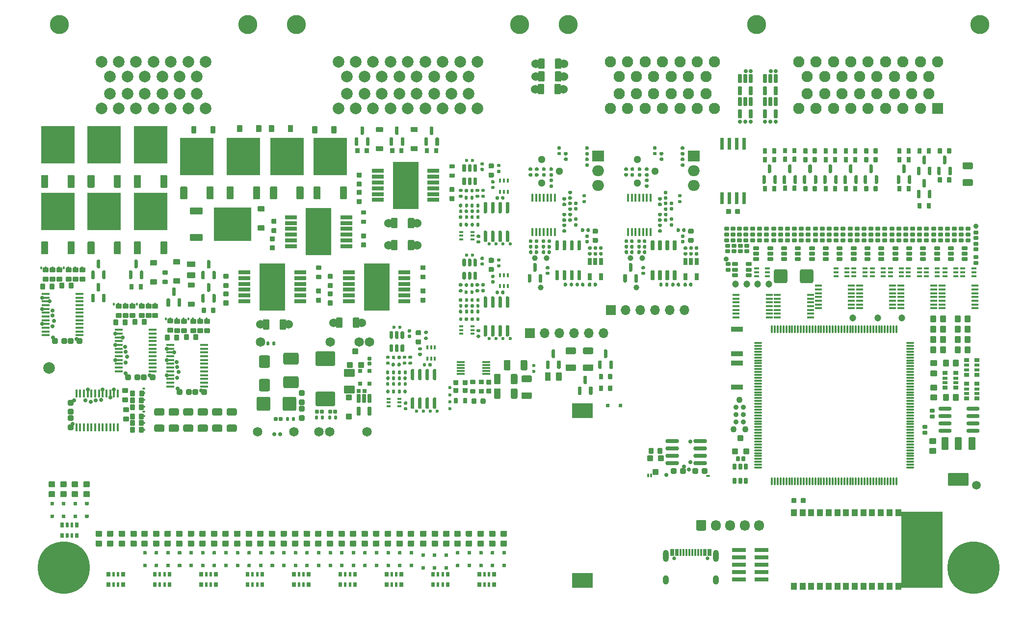
<source format=gts>
G75*
G70*
%OFA0B0*%
%FSLAX25Y25*%
%IPPOS*%
%LPD*%
%AMOC8*
5,1,8,0,0,1.08239X$1,22.5*
%
%AMM115*
21,1,0.038980,0.026770,-0.000000,0.000000,90.000000*
21,1,0.026770,0.038980,-0.000000,0.000000,90.000000*
1,1,0.012210,0.013390,0.013390*
1,1,0.012210,0.013390,-0.013390*
1,1,0.012210,-0.013390,-0.013390*
1,1,0.012210,-0.013390,0.013390*
%
%AMM151*
21,1,0.038980,0.026770,-0.000000,-0.000000,180.000000*
21,1,0.026770,0.038980,-0.000000,-0.000000,180.000000*
1,1,0.012210,-0.013390,0.013390*
1,1,0.012210,0.013390,0.013390*
1,1,0.012210,0.013390,-0.013390*
1,1,0.012210,-0.013390,-0.013390*
%
%AMM179*
21,1,0.092130,0.073230,0.000000,-0.000000,180.000000*
21,1,0.069290,0.096060,0.000000,-0.000000,180.000000*
1,1,0.022840,-0.034650,0.036610*
1,1,0.022840,0.034650,0.036610*
1,1,0.022840,0.034650,-0.036610*
1,1,0.022840,-0.034650,-0.036610*
%
%AMM180*
21,1,0.100000,0.111020,0.000000,-0.000000,270.000000*
21,1,0.075590,0.135430,0.000000,-0.000000,270.000000*
1,1,0.024410,-0.055510,-0.037800*
1,1,0.024410,-0.055510,0.037800*
1,1,0.024410,0.055510,0.037800*
1,1,0.024410,0.055510,-0.037800*
%
%AMM181*
21,1,0.080320,0.083460,0.000000,-0.000000,270.000000*
21,1,0.059840,0.103940,0.000000,-0.000000,270.000000*
1,1,0.020470,-0.041730,-0.029920*
1,1,0.020470,-0.041730,0.029920*
1,1,0.020470,0.041730,0.029920*
1,1,0.020470,0.041730,-0.029920*
%
%AMM182*
21,1,0.084250,0.053540,0.000000,-0.000000,90.000000*
21,1,0.065350,0.072440,0.000000,-0.000000,90.000000*
1,1,0.018900,0.026770,0.032680*
1,1,0.018900,0.026770,-0.032680*
1,1,0.018900,-0.026770,-0.032680*
1,1,0.018900,-0.026770,0.032680*
%
%AMM183*
21,1,0.040950,0.030320,0.000000,-0.000000,0.000000*
21,1,0.028350,0.042910,0.000000,-0.000000,0.000000*
1,1,0.012600,0.014170,-0.015160*
1,1,0.012600,-0.014170,-0.015160*
1,1,0.012600,-0.014170,0.015160*
1,1,0.012600,0.014170,0.015160*
%
%AMM184*
21,1,0.027170,0.052760,0.000000,-0.000000,180.000000*
21,1,0.017320,0.062600,0.000000,-0.000000,180.000000*
1,1,0.009840,-0.008660,0.026380*
1,1,0.009840,0.008660,0.026380*
1,1,0.009840,0.008660,-0.026380*
1,1,0.009840,-0.008660,-0.026380*
%
%AMM185*
21,1,0.041340,0.026770,0.000000,-0.000000,270.000000*
21,1,0.029130,0.038980,0.000000,-0.000000,270.000000*
1,1,0.012210,-0.013390,-0.014570*
1,1,0.012210,-0.013390,0.014570*
1,1,0.012210,0.013390,0.014570*
1,1,0.012210,0.013390,-0.014570*
%
%AMM186*
21,1,0.076380,0.036220,0.000000,-0.000000,0.000000*
21,1,0.061810,0.050790,0.000000,-0.000000,0.000000*
1,1,0.014570,0.030910,-0.018110*
1,1,0.014570,-0.030910,-0.018110*
1,1,0.014570,-0.030910,0.018110*
1,1,0.014570,0.030910,0.018110*
%
%AMM187*
21,1,0.038980,0.026770,0.000000,-0.000000,270.000000*
21,1,0.026770,0.038980,0.000000,-0.000000,270.000000*
1,1,0.012210,-0.013390,-0.013390*
1,1,0.012210,-0.013390,0.013390*
1,1,0.012210,0.013390,0.013390*
1,1,0.012210,0.013390,-0.013390*
%
%AMM188*
21,1,0.021260,0.016540,0.000000,-0.000000,180.000000*
21,1,0.012600,0.025200,0.000000,-0.000000,180.000000*
1,1,0.008660,-0.006300,0.008270*
1,1,0.008660,0.006300,0.008270*
1,1,0.008660,0.006300,-0.008270*
1,1,0.008660,-0.006300,-0.008270*
%
%AMM189*
21,1,0.029130,0.018900,0.000000,-0.000000,0.000000*
21,1,0.018900,0.029130,0.000000,-0.000000,0.000000*
1,1,0.010240,0.009450,-0.009450*
1,1,0.010240,-0.009450,-0.009450*
1,1,0.010240,-0.009450,0.009450*
1,1,0.010240,0.009450,0.009450*
%
%AMM190*
21,1,0.025200,0.019680,0.000000,-0.000000,270.000000*
21,1,0.015750,0.029130,0.000000,-0.000000,270.000000*
1,1,0.009450,-0.009840,-0.007870*
1,1,0.009450,-0.009840,0.007870*
1,1,0.009450,0.009840,0.007870*
1,1,0.009450,0.009840,-0.007870*
%
%AMM191*
21,1,0.025200,0.019680,0.000000,-0.000000,180.000000*
21,1,0.015750,0.029130,0.000000,-0.000000,180.000000*
1,1,0.009450,-0.007870,0.009840*
1,1,0.009450,0.007870,0.009840*
1,1,0.009450,0.007870,-0.009840*
1,1,0.009450,-0.007870,-0.009840*
%
%AMM205*
21,1,0.033070,0.030710,-0.000000,0.000000,90.000000*
21,1,0.022050,0.041730,-0.000000,0.000000,90.000000*
1,1,0.011020,0.015350,0.011020*
1,1,0.011020,0.015350,-0.011020*
1,1,0.011020,-0.015350,-0.011020*
1,1,0.011020,-0.015350,0.011020*
%
%AMM206*
21,1,0.033070,0.030710,-0.000000,0.000000,0.000000*
21,1,0.022050,0.041730,-0.000000,0.000000,0.000000*
1,1,0.011020,0.011020,-0.015350*
1,1,0.011020,-0.011020,-0.015350*
1,1,0.011020,-0.011020,0.015350*
1,1,0.011020,0.011020,0.015350*
%
%AMM210*
21,1,0.033070,0.030710,-0.000000,-0.000000,180.000000*
21,1,0.022050,0.041730,-0.000000,-0.000000,180.000000*
1,1,0.011020,-0.011020,0.015350*
1,1,0.011020,0.011020,0.015350*
1,1,0.011020,0.011020,-0.015350*
1,1,0.011020,-0.011020,-0.015350*
%
%AMM211*
21,1,0.033070,0.030710,-0.000000,-0.000000,90.000000*
21,1,0.022050,0.041730,-0.000000,-0.000000,90.000000*
1,1,0.011020,0.015350,0.011020*
1,1,0.011020,0.015350,-0.011020*
1,1,0.011020,-0.015350,-0.011020*
1,1,0.011020,-0.015350,0.011020*
%
%AMM22*
21,1,0.038980,0.026770,0.000000,0.000000,0.000000*
21,1,0.026770,0.038980,0.000000,0.000000,0.000000*
1,1,0.012210,0.013390,-0.013390*
1,1,0.012210,-0.013390,-0.013390*
1,1,0.012210,-0.013390,0.013390*
1,1,0.012210,0.013390,0.013390*
%
%AMM276*
21,1,0.016540,0.028980,-0.000000,-0.000000,90.000000*
21,1,0.010080,0.035430,-0.000000,-0.000000,90.000000*
1,1,0.006460,0.014490,0.005040*
1,1,0.006460,0.014490,-0.005040*
1,1,0.006460,-0.014490,-0.005040*
1,1,0.006460,-0.014490,0.005040*
%
%AMM277*
21,1,0.027560,0.030710,-0.000000,-0.000000,90.000000*
21,1,0.018900,0.039370,-0.000000,-0.000000,90.000000*
1,1,0.008660,0.015350,0.009450*
1,1,0.008660,0.015350,-0.009450*
1,1,0.008660,-0.015350,-0.009450*
1,1,0.008660,-0.015350,0.009450*
%
%AMM278*
21,1,0.031500,0.018900,-0.000000,-0.000000,0.000000*
21,1,0.022840,0.027560,-0.000000,-0.000000,0.000000*
1,1,0.008660,0.011420,-0.009450*
1,1,0.008660,-0.011420,-0.009450*
1,1,0.008660,-0.011420,0.009450*
1,1,0.008660,0.011420,0.009450*
%
%AMM279*
21,1,0.031500,0.018900,-0.000000,-0.000000,270.000000*
21,1,0.022840,0.027560,-0.000000,-0.000000,270.000000*
1,1,0.008660,-0.009450,-0.011420*
1,1,0.008660,-0.009450,0.011420*
1,1,0.008660,0.009450,0.011420*
1,1,0.008660,0.009450,-0.011420*
%
%AMM280*
21,1,0.029530,0.026380,-0.000000,-0.000000,270.000000*
21,1,0.020470,0.035430,-0.000000,-0.000000,270.000000*
1,1,0.009060,-0.013190,-0.010240*
1,1,0.009060,-0.013190,0.010240*
1,1,0.009060,0.013190,0.010240*
1,1,0.009060,0.013190,-0.010240*
%
%AMM281*
21,1,0.021650,0.027950,-0.000000,-0.000000,270.000000*
21,1,0.014170,0.035430,-0.000000,-0.000000,270.000000*
1,1,0.007480,-0.013980,-0.007090*
1,1,0.007480,-0.013980,0.007090*
1,1,0.007480,0.013980,0.007090*
1,1,0.007480,0.013980,-0.007090*
%
%AMM282*
21,1,0.043310,0.035430,-0.000000,-0.000000,180.000000*
21,1,0.031500,0.047240,-0.000000,-0.000000,180.000000*
1,1,0.011810,-0.015750,0.017720*
1,1,0.011810,0.015750,0.017720*
1,1,0.011810,0.015750,-0.017720*
1,1,0.011810,-0.015750,-0.017720*
%
%AMM283*
21,1,0.039370,0.030320,-0.000000,-0.000000,0.000000*
21,1,0.028350,0.041340,-0.000000,-0.000000,0.000000*
1,1,0.011020,0.014170,-0.015160*
1,1,0.011020,-0.014170,-0.015160*
1,1,0.011020,-0.014170,0.015160*
1,1,0.011020,0.014170,0.015160*
%
%AMM284*
21,1,0.047240,0.075980,-0.000000,-0.000000,180.000000*
21,1,0.034650,0.088580,-0.000000,-0.000000,180.000000*
1,1,0.012600,-0.017320,0.037990*
1,1,0.012600,0.017320,0.037990*
1,1,0.012600,0.017320,-0.037990*
1,1,0.012600,-0.017320,-0.037990*
%
%AMM285*
21,1,0.047240,0.075990,-0.000000,-0.000000,180.000000*
21,1,0.034650,0.088580,-0.000000,-0.000000,180.000000*
1,1,0.012600,-0.017320,0.037990*
1,1,0.012600,0.017320,0.037990*
1,1,0.012600,0.017320,-0.037990*
1,1,0.012600,-0.017320,-0.037990*
%
%AMM286*
21,1,0.141730,0.067720,-0.000000,-0.000000,180.000000*
21,1,0.120870,0.088580,-0.000000,-0.000000,180.000000*
1,1,0.020870,-0.060430,0.033860*
1,1,0.020870,0.060430,0.033860*
1,1,0.020870,0.060430,-0.033860*
1,1,0.020870,-0.060430,-0.033860*
%
%AMM287*
21,1,0.043310,0.035430,-0.000000,-0.000000,90.000000*
21,1,0.031500,0.047240,-0.000000,-0.000000,90.000000*
1,1,0.011810,0.017720,0.015750*
1,1,0.011810,0.017720,-0.015750*
1,1,0.011810,-0.017720,-0.015750*
1,1,0.011810,-0.017720,0.015750*
%
%AMM288*
21,1,0.027560,0.030710,-0.000000,-0.000000,0.000000*
21,1,0.018900,0.039370,-0.000000,-0.000000,0.000000*
1,1,0.008660,0.009450,-0.015350*
1,1,0.008660,-0.009450,-0.015350*
1,1,0.008660,-0.009450,0.015350*
1,1,0.008660,0.009450,0.015350*
%
%AMM289*
21,1,0.090550,0.073230,-0.000000,-0.000000,0.000000*
21,1,0.069290,0.094490,-0.000000,-0.000000,0.000000*
1,1,0.021260,0.034650,-0.036610*
1,1,0.021260,-0.034650,-0.036610*
1,1,0.021260,-0.034650,0.036610*
1,1,0.021260,0.034650,0.036610*
%
%AMM290*
21,1,0.035430,0.072440,-0.000000,-0.000000,270.000000*
21,1,0.025200,0.082680,-0.000000,-0.000000,270.000000*
1,1,0.010240,-0.036220,-0.012600*
1,1,0.010240,-0.036220,0.012600*
1,1,0.010240,0.036220,0.012600*
1,1,0.010240,0.036220,-0.012600*
%
%AMM39*
21,1,0.040950,0.030320,0.000000,0.000000,180.000000*
21,1,0.028350,0.042910,0.000000,0.000000,180.000000*
1,1,0.012600,-0.014170,0.015160*
1,1,0.012600,0.014170,0.015160*
1,1,0.012600,0.014170,-0.015160*
1,1,0.012600,-0.014170,-0.015160*
%
%AMM40*
21,1,0.033070,0.030710,0.000000,0.000000,180.000000*
21,1,0.022050,0.041730,0.000000,0.000000,180.000000*
1,1,0.011020,-0.011020,0.015350*
1,1,0.011020,0.011020,0.015350*
1,1,0.011020,0.011020,-0.015350*
1,1,0.011020,-0.011020,-0.015350*
%
%ADD11R,0.06693X0.06693*%
%ADD12O,0.06693X0.06693*%
%ADD13R,0.07874X0.02559*%
%ADD139M22*%
%ADD14R,0.17717X0.31890*%
%ADD144C,0.02913*%
%ADD145C,0.06457*%
%ADD15C,0.06000*%
%ADD16C,0.02362*%
%ADD165C,0.05118*%
%ADD177C,0.03900*%
%ADD183R,0.05512X0.01181*%
%ADD184R,0.02559X0.01575*%
%ADD185R,0.01575X0.02559*%
%ADD191O,0.02520X0.01535*%
%ADD192O,0.01535X0.02520*%
%ADD193M39*%
%ADD194O,0.09213X0.02913*%
%ADD195M40*%
%ADD201O,0.01339X0.02126*%
%ADD202O,0.05512X0.01535*%
%ADD22R,0.01181X0.04528*%
%ADD226C,0.03543*%
%ADD227O,0.05512X0.01260*%
%ADD228O,0.01260X0.05512*%
%ADD23O,0.03937X0.08268*%
%ADD236O,0.04724X0.01575*%
%ADD24O,0.03937X0.06299*%
%ADD242C,0.03494*%
%ADD245O,0.09055X0.02756*%
%ADD246C,0.04724*%
%ADD247C,0.04294*%
%ADD25R,0.22835X0.25197*%
%ADD26C,0.35433*%
%ADD29O,0.00787X0.01575*%
%ADD30R,0.25197X0.22835*%
%ADD305M115*%
%ADD31C,0.05906*%
%ADD343M151*%
%ADD371M179*%
%ADD372M180*%
%ADD373M181*%
%ADD374M182*%
%ADD375M183*%
%ADD376M184*%
%ADD377M185*%
%ADD378M186*%
%ADD379M187*%
%ADD380M188*%
%ADD381M189*%
%ADD382M190*%
%ADD383M191*%
%ADD395R,0.07874X0.07500*%
%ADD396O,0.07874X0.07500*%
%ADD397R,0.01772X0.05709*%
%ADD398R,0.02559X0.04803*%
%ADD405O,0.02126X0.01339*%
%ADD406O,0.01535X0.05512*%
%ADD407M205*%
%ADD408M206*%
%ADD412M210*%
%ADD413M211*%
%ADD499M276*%
%ADD500M277*%
%ADD501M278*%
%ADD502M279*%
%ADD503M280*%
%ADD504M281*%
%ADD505M282*%
%ADD506M283*%
%ADD507M284*%
%ADD508M285*%
%ADD509M286*%
%ADD510M287*%
%ADD511M288*%
%ADD512M289*%
%ADD513M290*%
%ADD54C,0.07874*%
%ADD55R,0.14173X0.10236*%
%ADD63O,0.01575X0.00787*%
%ADD64R,0.03937X0.05118*%
%ADD65R,0.09449X0.02913*%
%ADD69O,0.01969X0.00984*%
%ADD71O,0.00984X0.01969*%
%ADD72R,0.07677X0.07677*%
%ADD73C,0.07677*%
%ADD74O,0.06693X0.07283*%
%ADD89C,0.00472*%
%ADD90C,0.02559*%
%ADD91C,0.12992*%
X0000000Y0000000D02*
%LPD*%
G01*
D89*
X0616437Y0006417D02*
X0588878Y0006417D01*
X0588878Y0057598D01*
X0616437Y0057598D01*
X0616437Y0006417D01*
G36*
X0616437Y0006417D02*
G01*
X0588878Y0006417D01*
X0588878Y0057598D01*
X0616437Y0057598D01*
X0616437Y0006417D01*
G37*
G36*
G01*
X0262205Y0044803D02*
X0265748Y0044803D01*
G75*
G02*
X0266142Y0044409I0000000J-000394D01*
G01*
X0266142Y0041260D01*
G75*
G02*
X0265748Y0040866I-000394J0000000D01*
G01*
X0262205Y0040866D01*
G75*
G02*
X0261811Y0041260I0000000J0000394D01*
G01*
X0261811Y0044409D01*
G75*
G02*
X0262205Y0044803I0000394J0000000D01*
G01*
G37*
G36*
G01*
X0262205Y0038110D02*
X0265748Y0038110D01*
G75*
G02*
X0266142Y0037717I0000000J-000394D01*
G01*
X0266142Y0034567D01*
G75*
G02*
X0265748Y0034173I-000394J0000000D01*
G01*
X0262205Y0034173D01*
G75*
G02*
X0261811Y0034567I0000000J0000394D01*
G01*
X0261811Y0037717D01*
G75*
G02*
X0262205Y0038110I0000394J0000000D01*
G01*
G37*
G36*
G01*
X0514114Y0063937D02*
X0514114Y0066614D01*
G75*
G02*
X0514449Y0066949I0000335J0000000D01*
G01*
X0517126Y0066949D01*
G75*
G02*
X0517461Y0066614I0000000J-000335D01*
G01*
X0517461Y0063937D01*
G75*
G02*
X0517126Y0063602I-000335J0000000D01*
G01*
X0514449Y0063602D01*
G75*
G02*
X0514114Y0063937I0000000J0000335D01*
G01*
G37*
G36*
G01*
X0520335Y0063937D02*
X0520335Y0066614D01*
G75*
G02*
X0520669Y0066949I0000335J0000000D01*
G01*
X0523346Y0066949D01*
G75*
G02*
X0523681Y0066614I0000000J-000335D01*
G01*
X0523681Y0063937D01*
G75*
G02*
X0523346Y0063602I-000335J0000000D01*
G01*
X0520669Y0063602D01*
G75*
G02*
X0520335Y0063937I0000000J0000335D01*
G01*
G37*
G36*
G01*
X0202126Y0197894D02*
X0199449Y0197894D01*
G75*
G02*
X0199114Y0198228I0000000J0000335D01*
G01*
X0199114Y0200906D01*
G75*
G02*
X0199449Y0201240I0000335J0000000D01*
G01*
X0202126Y0201240D01*
G75*
G02*
X0202461Y0200906I0000000J-000335D01*
G01*
X0202461Y0198228D01*
G75*
G02*
X0202126Y0197894I-000335J0000000D01*
G01*
G37*
G36*
G01*
X0202126Y0204114D02*
X0199449Y0204114D01*
G75*
G02*
X0199114Y0204449I0000000J0000335D01*
G01*
X0199114Y0207126D01*
G75*
G02*
X0199449Y0207461I0000335J0000000D01*
G01*
X0202126Y0207461D01*
G75*
G02*
X0202461Y0207126I0000000J-000335D01*
G01*
X0202461Y0204449D01*
G75*
G02*
X0202126Y0204114I-000335J0000000D01*
G01*
G37*
G36*
G01*
X0210236Y0034173D02*
X0206693Y0034173D01*
G75*
G02*
X0206299Y0034567I0000000J0000394D01*
G01*
X0206299Y0037717D01*
G75*
G02*
X0206693Y0038110I0000394J0000000D01*
G01*
X0210236Y0038110D01*
G75*
G02*
X0210630Y0037717I0000000J-000394D01*
G01*
X0210630Y0034567D01*
G75*
G02*
X0210236Y0034173I-000394J0000000D01*
G01*
G37*
G36*
G01*
X0210236Y0040866D02*
X0206693Y0040866D01*
G75*
G02*
X0206299Y0041260I0000000J0000394D01*
G01*
X0206299Y0044409D01*
G75*
G02*
X0206693Y0044803I0000394J0000000D01*
G01*
X0210236Y0044803D01*
G75*
G02*
X0210630Y0044409I0000000J-000394D01*
G01*
X0210630Y0041260D01*
G75*
G02*
X0210236Y0040866I-000394J0000000D01*
G01*
G37*
G36*
G01*
X0536024Y0301289D02*
X0536024Y0304360D01*
G75*
G02*
X0536299Y0304636I0000276J0000000D01*
G01*
X0538504Y0304636D01*
G75*
G02*
X0538780Y0304360I0000000J-000276D01*
G01*
X0538780Y0301289D01*
G75*
G02*
X0538504Y0301014I-000276J0000000D01*
G01*
X0536299Y0301014D01*
G75*
G02*
X0536024Y0301289I0000000J0000276D01*
G01*
G37*
G36*
G01*
X0542323Y0301289D02*
X0542323Y0304360D01*
G75*
G02*
X0542598Y0304636I0000276J0000000D01*
G01*
X0544803Y0304636D01*
G75*
G02*
X0545079Y0304360I0000000J-000276D01*
G01*
X0545079Y0301289D01*
G75*
G02*
X0544803Y0301014I-000276J0000000D01*
G01*
X0542598Y0301014D01*
G75*
G02*
X0542323Y0301289I0000000J0000276D01*
G01*
G37*
G36*
G01*
X0170866Y0034173D02*
X0167323Y0034173D01*
G75*
G02*
X0166929Y0034567I0000000J0000394D01*
G01*
X0166929Y0037717D01*
G75*
G02*
X0167323Y0038110I0000394J0000000D01*
G01*
X0170866Y0038110D01*
G75*
G02*
X0171260Y0037717I0000000J-000394D01*
G01*
X0171260Y0034567D01*
G75*
G02*
X0170866Y0034173I-000394J0000000D01*
G01*
G37*
G36*
G01*
X0170866Y0040866D02*
X0167323Y0040866D01*
G75*
G02*
X0166929Y0041260I0000000J0000394D01*
G01*
X0166929Y0044409D01*
G75*
G02*
X0167323Y0044803I0000394J0000000D01*
G01*
X0170866Y0044803D01*
G75*
G02*
X0171260Y0044409I0000000J-000394D01*
G01*
X0171260Y0041260D01*
G75*
G02*
X0170866Y0040866I-000394J0000000D01*
G01*
G37*
G36*
G01*
X0257480Y0034173D02*
X0253937Y0034173D01*
G75*
G02*
X0253543Y0034567I0000000J0000394D01*
G01*
X0253543Y0037717D01*
G75*
G02*
X0253937Y0038110I0000394J0000000D01*
G01*
X0257480Y0038110D01*
G75*
G02*
X0257874Y0037717I0000000J-000394D01*
G01*
X0257874Y0034567D01*
G75*
G02*
X0257480Y0034173I-000394J0000000D01*
G01*
G37*
G36*
G01*
X0257480Y0040866D02*
X0253937Y0040866D01*
G75*
G02*
X0253543Y0041260I0000000J0000394D01*
G01*
X0253543Y0044409D01*
G75*
G02*
X0253937Y0044803I0000394J0000000D01*
G01*
X0257480Y0044803D01*
G75*
G02*
X0257874Y0044409I0000000J-000394D01*
G01*
X0257874Y0041260D01*
G75*
G02*
X0257480Y0040866I-000394J0000000D01*
G01*
G37*
D11*
X0391496Y0194803D03*
D12*
X0401496Y0194803D03*
X0411496Y0194803D03*
X0421496Y0194803D03*
X0431496Y0194803D03*
X0441496Y0194803D03*
G36*
G01*
X0241732Y0034173D02*
X0238189Y0034173D01*
G75*
G02*
X0237795Y0034567I0000000J0000394D01*
G01*
X0237795Y0037717D01*
G75*
G02*
X0238189Y0038110I0000394J0000000D01*
G01*
X0241732Y0038110D01*
G75*
G02*
X0242126Y0037717I0000000J-000394D01*
G01*
X0242126Y0034567D01*
G75*
G02*
X0241732Y0034173I-000394J0000000D01*
G01*
G37*
G36*
G01*
X0241732Y0040866D02*
X0238189Y0040866D01*
G75*
G02*
X0237795Y0041260I0000000J0000394D01*
G01*
X0237795Y0044409D01*
G75*
G02*
X0238189Y0044803I0000394J0000000D01*
G01*
X0241732Y0044803D01*
G75*
G02*
X0242126Y0044409I0000000J-000394D01*
G01*
X0242126Y0041260D01*
G75*
G02*
X0241732Y0040866I-000394J0000000D01*
G01*
G37*
G36*
G01*
X0508465Y0275945D02*
X0508465Y0279016D01*
G75*
G02*
X0508740Y0279291I0000276J0000000D01*
G01*
X0510945Y0279291D01*
G75*
G02*
X0511220Y0279016I0000000J-000276D01*
G01*
X0511220Y0275945D01*
G75*
G02*
X0510945Y0275669I-000276J0000000D01*
G01*
X0508740Y0275669D01*
G75*
G02*
X0508465Y0275945I0000000J0000276D01*
G01*
G37*
G36*
G01*
X0514764Y0275945D02*
X0514764Y0279016D01*
G75*
G02*
X0515039Y0279291I0000276J0000000D01*
G01*
X0517244Y0279291D01*
G75*
G02*
X0517520Y0279016I0000000J-000276D01*
G01*
X0517520Y0275945D01*
G75*
G02*
X0517244Y0275669I-000276J0000000D01*
G01*
X0515039Y0275669D01*
G75*
G02*
X0514764Y0275945I0000000J0000276D01*
G01*
G37*
G36*
G01*
X0131260Y0197894D02*
X0128583Y0197894D01*
G75*
G02*
X0128248Y0198228I0000000J0000335D01*
G01*
X0128248Y0200906D01*
G75*
G02*
X0128583Y0201240I0000335J0000000D01*
G01*
X0131260Y0201240D01*
G75*
G02*
X0131594Y0200906I0000000J-000335D01*
G01*
X0131594Y0198228D01*
G75*
G02*
X0131260Y0197894I-000335J0000000D01*
G01*
G37*
G36*
G01*
X0131260Y0204114D02*
X0128583Y0204114D01*
G75*
G02*
X0128248Y0204449I0000000J0000335D01*
G01*
X0128248Y0207126D01*
G75*
G02*
X0128583Y0207461I0000335J0000000D01*
G01*
X0131260Y0207461D01*
G75*
G02*
X0131594Y0207126I0000000J-000335D01*
G01*
X0131594Y0204449D01*
G75*
G02*
X0131260Y0204114I-000335J0000000D01*
G01*
G37*
G36*
G01*
X0586024Y0275699D02*
X0586024Y0278770D01*
G75*
G02*
X0586299Y0279045I0000276J0000000D01*
G01*
X0588504Y0279045D01*
G75*
G02*
X0588780Y0278770I0000000J-000276D01*
G01*
X0588780Y0275699D01*
G75*
G02*
X0588504Y0275423I-000276J0000000D01*
G01*
X0586299Y0275423D01*
G75*
G02*
X0586024Y0275699I0000000J0000276D01*
G01*
G37*
G36*
G01*
X0592323Y0275699D02*
X0592323Y0278770D01*
G75*
G02*
X0592598Y0279045I0000276J0000000D01*
G01*
X0594803Y0279045D01*
G75*
G02*
X0595079Y0278770I0000000J-000276D01*
G01*
X0595079Y0275699D01*
G75*
G02*
X0594803Y0275423I-000276J0000000D01*
G01*
X0592598Y0275423D01*
G75*
G02*
X0592323Y0275699I0000000J0000276D01*
G01*
G37*
G36*
G01*
X0128740Y0020236D02*
X0128740Y0022126D01*
G75*
G02*
X0128976Y0022362I0000236J0000000D01*
G01*
X0130866Y0022362D01*
G75*
G02*
X0131102Y0022126I0000000J-000236D01*
G01*
X0131102Y0020236D01*
G75*
G02*
X0130866Y0020000I-000236J0000000D01*
G01*
X0128976Y0020000D01*
G75*
G02*
X0128740Y0020236I0000000J0000236D01*
G01*
G37*
G36*
G01*
X0128740Y0028898D02*
X0128740Y0030787D01*
G75*
G02*
X0128976Y0031024I0000236J0000000D01*
G01*
X0130866Y0031024D01*
G75*
G02*
X0131102Y0030787I0000000J-000236D01*
G01*
X0131102Y0028898D01*
G75*
G02*
X0130866Y0028661I-000236J0000000D01*
G01*
X0128976Y0028661D01*
G75*
G02*
X0128740Y0028898I0000000J0000236D01*
G01*
G37*
G36*
G01*
X0277953Y0044803D02*
X0281496Y0044803D01*
G75*
G02*
X0281890Y0044409I0000000J-000394D01*
G01*
X0281890Y0041260D01*
G75*
G02*
X0281496Y0040866I-000394J0000000D01*
G01*
X0277953Y0040866D01*
G75*
G02*
X0277559Y0041260I0000000J0000394D01*
G01*
X0277559Y0044409D01*
G75*
G02*
X0277953Y0044803I0000394J0000000D01*
G01*
G37*
G36*
G01*
X0277953Y0038110D02*
X0281496Y0038110D01*
G75*
G02*
X0281890Y0037717I0000000J-000394D01*
G01*
X0281890Y0034567D01*
G75*
G02*
X0281496Y0034173I-000394J0000000D01*
G01*
X0277953Y0034173D01*
G75*
G02*
X0277559Y0034567I0000000J0000394D01*
G01*
X0277559Y0037717D01*
G75*
G02*
X0277953Y0038110I0000394J0000000D01*
G01*
G37*
G36*
G01*
X0040157Y0200020D02*
X0038976Y0200020D01*
G75*
G02*
X0038386Y0200610I0000000J0000591D01*
G01*
X0038386Y0205236D01*
G75*
G02*
X0038976Y0205827I0000591J0000000D01*
G01*
X0040157Y0205827D01*
G75*
G02*
X0040748Y0205236I0000000J-000591D01*
G01*
X0040748Y0200610D01*
G75*
G02*
X0040157Y0200020I-000591J0000000D01*
G01*
G37*
G36*
G01*
X0043898Y0207402D02*
X0042717Y0207402D01*
G75*
G02*
X0042126Y0207992I0000000J0000591D01*
G01*
X0042126Y0212618D01*
G75*
G02*
X0042717Y0213209I0000591J0000000D01*
G01*
X0043898Y0213209D01*
G75*
G02*
X0044488Y0212618I0000000J-000591D01*
G01*
X0044488Y0207992D01*
G75*
G02*
X0043898Y0207402I-000591J0000000D01*
G01*
G37*
G36*
G01*
X0047638Y0200020D02*
X0046457Y0200020D01*
G75*
G02*
X0045866Y0200610I0000000J0000591D01*
G01*
X0045866Y0205236D01*
G75*
G02*
X0046457Y0205827I0000591J0000000D01*
G01*
X0047638Y0205827D01*
G75*
G02*
X0048228Y0205236I0000000J-000591D01*
G01*
X0048228Y0200610D01*
G75*
G02*
X0047638Y0200020I-000591J0000000D01*
G01*
G37*
G36*
G01*
X0155118Y0034173D02*
X0151575Y0034173D01*
G75*
G02*
X0151181Y0034567I0000000J0000394D01*
G01*
X0151181Y0037717D01*
G75*
G02*
X0151575Y0038110I0000394J0000000D01*
G01*
X0155118Y0038110D01*
G75*
G02*
X0155512Y0037717I0000000J-000394D01*
G01*
X0155512Y0034567D01*
G75*
G02*
X0155118Y0034173I-000394J0000000D01*
G01*
G37*
G36*
G01*
X0155118Y0040866D02*
X0151575Y0040866D01*
G75*
G02*
X0151181Y0041260I0000000J0000394D01*
G01*
X0151181Y0044409D01*
G75*
G02*
X0151575Y0044803I0000394J0000000D01*
G01*
X0155118Y0044803D01*
G75*
G02*
X0155512Y0044409I0000000J-000394D01*
G01*
X0155512Y0041260D01*
G75*
G02*
X0155118Y0040866I-000394J0000000D01*
G01*
G37*
G36*
G01*
X0265157Y0301535D02*
X0265157Y0304606D01*
G75*
G02*
X0265433Y0304882I0000276J0000000D01*
G01*
X0267638Y0304882D01*
G75*
G02*
X0267913Y0304606I0000000J-000276D01*
G01*
X0267913Y0301535D01*
G75*
G02*
X0267638Y0301260I-000276J0000000D01*
G01*
X0265433Y0301260D01*
G75*
G02*
X0265157Y0301535I0000000J0000276D01*
G01*
G37*
G36*
G01*
X0271457Y0301535D02*
X0271457Y0304606D01*
G75*
G02*
X0271732Y0304882I0000276J0000000D01*
G01*
X0273937Y0304882D01*
G75*
G02*
X0274213Y0304606I0000000J-000276D01*
G01*
X0274213Y0301535D01*
G75*
G02*
X0273937Y0301260I-000276J0000000D01*
G01*
X0271732Y0301260D01*
G75*
G02*
X0271457Y0301535I0000000J0000276D01*
G01*
G37*
G36*
G01*
X0100000Y0034173D02*
X0096457Y0034173D01*
G75*
G02*
X0096063Y0034567I0000000J0000394D01*
G01*
X0096063Y0037717D01*
G75*
G02*
X0096457Y0038110I0000394J0000000D01*
G01*
X0100000Y0038110D01*
G75*
G02*
X0100394Y0037717I0000000J-000394D01*
G01*
X0100394Y0034567D01*
G75*
G02*
X0100000Y0034173I-000394J0000000D01*
G01*
G37*
G36*
G01*
X0100000Y0040866D02*
X0096457Y0040866D01*
G75*
G02*
X0096063Y0041260I0000000J0000394D01*
G01*
X0096063Y0044409D01*
G75*
G02*
X0096457Y0044803I0000394J0000000D01*
G01*
X0100000Y0044803D01*
G75*
G02*
X0100394Y0044409I0000000J-000394D01*
G01*
X0100394Y0041260D01*
G75*
G02*
X0100000Y0040866I-000394J0000000D01*
G01*
G37*
G36*
G01*
X0563583Y0275699D02*
X0563583Y0278770D01*
G75*
G02*
X0563858Y0279045I0000276J0000000D01*
G01*
X0566063Y0279045D01*
G75*
G02*
X0566339Y0278770I0000000J-000276D01*
G01*
X0566339Y0275699D01*
G75*
G02*
X0566063Y0275423I-000276J0000000D01*
G01*
X0563858Y0275423D01*
G75*
G02*
X0563583Y0275699I0000000J0000276D01*
G01*
G37*
G36*
G01*
X0569882Y0275699D02*
X0569882Y0278770D01*
G75*
G02*
X0570157Y0279045I0000276J0000000D01*
G01*
X0572362Y0279045D01*
G75*
G02*
X0572638Y0278770I0000000J-000276D01*
G01*
X0572638Y0275699D01*
G75*
G02*
X0572362Y0275423I-000276J0000000D01*
G01*
X0570157Y0275423D01*
G75*
G02*
X0569882Y0275699I0000000J0000276D01*
G01*
G37*
G36*
G01*
X0021260Y0067638D02*
X0017717Y0067638D01*
G75*
G02*
X0017323Y0068032I0000000J0000394D01*
G01*
X0017323Y0071181D01*
G75*
G02*
X0017717Y0071575I0000394J0000000D01*
G01*
X0021260Y0071575D01*
G75*
G02*
X0021654Y0071181I0000000J-000394D01*
G01*
X0021654Y0068032D01*
G75*
G02*
X0021260Y0067638I-000394J0000000D01*
G01*
G37*
G36*
G01*
X0021260Y0074331D02*
X0017717Y0074331D01*
G75*
G02*
X0017323Y0074724I0000000J0000394D01*
G01*
X0017323Y0077874D01*
G75*
G02*
X0017717Y0078268I0000394J0000000D01*
G01*
X0021260Y0078268D01*
G75*
G02*
X0021654Y0077874I0000000J-000394D01*
G01*
X0021654Y0074724D01*
G75*
G02*
X0021260Y0074331I-000394J0000000D01*
G01*
G37*
D13*
X0142520Y0220394D03*
X0142520Y0216457D03*
X0142520Y0212520D03*
X0142520Y0208583D03*
X0142520Y0204646D03*
X0142520Y0200709D03*
X0180315Y0200709D03*
X0180315Y0204646D03*
X0180315Y0208583D03*
X0180315Y0212520D03*
X0180315Y0216457D03*
X0180315Y0220394D03*
D14*
X0161417Y0210551D03*
G36*
G01*
X0563583Y0301289D02*
X0563583Y0304360D01*
G75*
G02*
X0563858Y0304636I0000276J0000000D01*
G01*
X0566063Y0304636D01*
G75*
G02*
X0566339Y0304360I0000000J-000276D01*
G01*
X0566339Y0301289D01*
G75*
G02*
X0566063Y0301014I-000276J0000000D01*
G01*
X0563858Y0301014D01*
G75*
G02*
X0563583Y0301289I0000000J0000276D01*
G01*
G37*
G36*
G01*
X0569882Y0301289D02*
X0569882Y0304360D01*
G75*
G02*
X0570157Y0304636I0000276J0000000D01*
G01*
X0572362Y0304636D01*
G75*
G02*
X0572638Y0304360I0000000J-000276D01*
G01*
X0572638Y0301289D01*
G75*
G02*
X0572362Y0301014I-000276J0000000D01*
G01*
X0570157Y0301014D01*
G75*
G02*
X0569882Y0301289I0000000J0000276D01*
G01*
G37*
G36*
G01*
X0013386Y0067638D02*
X0009843Y0067638D01*
G75*
G02*
X0009449Y0068032I0000000J0000394D01*
G01*
X0009449Y0071181D01*
G75*
G02*
X0009843Y0071575I0000394J0000000D01*
G01*
X0013386Y0071575D01*
G75*
G02*
X0013780Y0071181I0000000J-000394D01*
G01*
X0013780Y0068032D01*
G75*
G02*
X0013386Y0067638I-000394J0000000D01*
G01*
G37*
G36*
G01*
X0013386Y0074331D02*
X0009843Y0074331D01*
G75*
G02*
X0009449Y0074724I0000000J0000394D01*
G01*
X0009449Y0077874D01*
G75*
G02*
X0009843Y0078268I0000394J0000000D01*
G01*
X0013386Y0078268D01*
G75*
G02*
X0013780Y0077874I0000000J-000394D01*
G01*
X0013780Y0074724D01*
G75*
G02*
X0013386Y0074331I-000394J0000000D01*
G01*
G37*
G36*
G01*
X0026378Y0053701D02*
X0026378Y0055591D01*
G75*
G02*
X0026614Y0055827I0000236J0000000D01*
G01*
X0028504Y0055827D01*
G75*
G02*
X0028740Y0055591I0000000J-000236D01*
G01*
X0028740Y0053701D01*
G75*
G02*
X0028504Y0053465I-000236J0000000D01*
G01*
X0026614Y0053465D01*
G75*
G02*
X0026378Y0053701I0000000J0000236D01*
G01*
G37*
G36*
G01*
X0026378Y0062362D02*
X0026378Y0064252D01*
G75*
G02*
X0026614Y0064488I0000236J0000000D01*
G01*
X0028504Y0064488D01*
G75*
G02*
X0028740Y0064252I0000000J-000236D01*
G01*
X0028740Y0062362D01*
G75*
G02*
X0028504Y0062126I-000236J0000000D01*
G01*
X0026614Y0062126D01*
G75*
G02*
X0026378Y0062362I0000000J0000236D01*
G01*
G37*
G36*
G01*
X0536024Y0275699D02*
X0536024Y0278770D01*
G75*
G02*
X0536299Y0279045I0000276J0000000D01*
G01*
X0538504Y0279045D01*
G75*
G02*
X0538780Y0278770I0000000J-000276D01*
G01*
X0538780Y0275699D01*
G75*
G02*
X0538504Y0275423I-000276J0000000D01*
G01*
X0536299Y0275423D01*
G75*
G02*
X0536024Y0275699I0000000J0000276D01*
G01*
G37*
G36*
G01*
X0542323Y0275699D02*
X0542323Y0278770D01*
G75*
G02*
X0542598Y0279045I0000276J0000000D01*
G01*
X0544803Y0279045D01*
G75*
G02*
X0545079Y0278770I0000000J-000276D01*
G01*
X0545079Y0275699D01*
G75*
G02*
X0544803Y0275423I-000276J0000000D01*
G01*
X0542598Y0275423D01*
G75*
G02*
X0542323Y0275699I0000000J0000276D01*
G01*
G37*
G36*
G01*
X0097244Y0020236D02*
X0097244Y0022126D01*
G75*
G02*
X0097480Y0022362I0000236J0000000D01*
G01*
X0099370Y0022362D01*
G75*
G02*
X0099606Y0022126I0000000J-000236D01*
G01*
X0099606Y0020236D01*
G75*
G02*
X0099370Y0020000I-000236J0000000D01*
G01*
X0097480Y0020000D01*
G75*
G02*
X0097244Y0020236I0000000J0000236D01*
G01*
G37*
G36*
G01*
X0097244Y0028898D02*
X0097244Y0030787D01*
G75*
G02*
X0097480Y0031024I0000236J0000000D01*
G01*
X0099370Y0031024D01*
G75*
G02*
X0099606Y0030787I0000000J-000236D01*
G01*
X0099606Y0028898D01*
G75*
G02*
X0099370Y0028661I-000236J0000000D01*
G01*
X0097480Y0028661D01*
G75*
G02*
X0097244Y0028898I0000000J0000236D01*
G01*
G37*
G36*
G01*
X0217913Y0301535D02*
X0217913Y0304606D01*
G75*
G02*
X0218189Y0304882I0000276J0000000D01*
G01*
X0220394Y0304882D01*
G75*
G02*
X0220669Y0304606I0000000J-000276D01*
G01*
X0220669Y0301535D01*
G75*
G02*
X0220394Y0301260I-000276J0000000D01*
G01*
X0218189Y0301260D01*
G75*
G02*
X0217913Y0301535I0000000J0000276D01*
G01*
G37*
G36*
G01*
X0224213Y0301535D02*
X0224213Y0304606D01*
G75*
G02*
X0224488Y0304882I0000276J0000000D01*
G01*
X0226693Y0304882D01*
G75*
G02*
X0226969Y0304606I0000000J-000276D01*
G01*
X0226969Y0301535D01*
G75*
G02*
X0226693Y0301260I-000276J0000000D01*
G01*
X0224488Y0301260D01*
G75*
G02*
X0224213Y0301535I0000000J0000276D01*
G01*
G37*
G36*
G01*
X0101870Y0127972D02*
X0106791Y0127972D01*
G75*
G02*
X0107776Y0126988I0000000J-000984D01*
G01*
X0107776Y0124035D01*
G75*
G02*
X0106791Y0123051I-000984J0000000D01*
G01*
X0101870Y0123051D01*
G75*
G02*
X0100886Y0124035I0000000J0000984D01*
G01*
X0100886Y0126988D01*
G75*
G02*
X0101870Y0127972I0000984J0000000D01*
G01*
G37*
G36*
G01*
X0101870Y0116949D02*
X0106791Y0116949D01*
G75*
G02*
X0107776Y0115965I0000000J-000984D01*
G01*
X0107776Y0113012D01*
G75*
G02*
X0106791Y0112028I-000984J0000000D01*
G01*
X0101870Y0112028D01*
G75*
G02*
X0100886Y0113012I0000000J0000984D01*
G01*
X0100886Y0115965D01*
G75*
G02*
X0101870Y0116949I0000984J0000000D01*
G01*
G37*
G36*
G01*
X0522244Y0301289D02*
X0522244Y0304360D01*
G75*
G02*
X0522520Y0304636I0000276J0000000D01*
G01*
X0524724Y0304636D01*
G75*
G02*
X0525000Y0304360I0000000J-000276D01*
G01*
X0525000Y0301289D01*
G75*
G02*
X0524724Y0301014I-000276J0000000D01*
G01*
X0522520Y0301014D01*
G75*
G02*
X0522244Y0301289I0000000J0000276D01*
G01*
G37*
G36*
G01*
X0528543Y0301289D02*
X0528543Y0304360D01*
G75*
G02*
X0528819Y0304636I0000276J0000000D01*
G01*
X0531024Y0304636D01*
G75*
G02*
X0531299Y0304360I0000000J-000276D01*
G01*
X0531299Y0301289D01*
G75*
G02*
X0531024Y0301014I-000276J0000000D01*
G01*
X0528819Y0301014D01*
G75*
G02*
X0528543Y0301289I0000000J0000276D01*
G01*
G37*
D15*
X0172559Y0184961D03*
G36*
G01*
X0167264Y0188504D02*
X0169980Y0188504D01*
G75*
G02*
X0170886Y0187598I0000000J-000906D01*
G01*
X0170886Y0182323D01*
G75*
G02*
X0169980Y0181417I-000906J0000000D01*
G01*
X0167264Y0181417D01*
G75*
G02*
X0166358Y0182323I0000000J0000906D01*
G01*
X0166358Y0187598D01*
G75*
G02*
X0167264Y0188504I0000906J0000000D01*
G01*
G37*
G36*
G01*
X0155846Y0188504D02*
X0158563Y0188504D01*
G75*
G02*
X0159468Y0187598I0000000J-000906D01*
G01*
X0159468Y0182323D01*
G75*
G02*
X0158563Y0181417I-000906J0000000D01*
G01*
X0155846Y0181417D01*
G75*
G02*
X0154941Y0182323I0000000J0000906D01*
G01*
X0154941Y0187598D01*
G75*
G02*
X0155846Y0188504I0000906J0000000D01*
G01*
G37*
X0153268Y0184961D03*
G36*
G01*
X0199606Y0020236D02*
X0199606Y0022126D01*
G75*
G02*
X0199843Y0022362I0000236J0000000D01*
G01*
X0201732Y0022362D01*
G75*
G02*
X0201969Y0022126I0000000J-000236D01*
G01*
X0201969Y0020236D01*
G75*
G02*
X0201732Y0020000I-000236J0000000D01*
G01*
X0199843Y0020000D01*
G75*
G02*
X0199606Y0020236I0000000J0000236D01*
G01*
G37*
G36*
G01*
X0199606Y0028898D02*
X0199606Y0030787D01*
G75*
G02*
X0199843Y0031024I0000236J0000000D01*
G01*
X0201732Y0031024D01*
G75*
G02*
X0201969Y0030787I0000000J-000236D01*
G01*
X0201969Y0028898D01*
G75*
G02*
X0201732Y0028661I-000236J0000000D01*
G01*
X0199843Y0028661D01*
G75*
G02*
X0199606Y0028898I0000000J0000236D01*
G01*
G37*
G36*
G01*
X0379528Y0156988D02*
X0379528Y0154272D01*
G75*
G02*
X0378622Y0153366I-000906J0000000D01*
G01*
X0373346Y0153366D01*
G75*
G02*
X0372441Y0154272I0000000J0000906D01*
G01*
X0372441Y0156988D01*
G75*
G02*
X0373346Y0157894I0000906J0000000D01*
G01*
X0378622Y0157894D01*
G75*
G02*
X0379528Y0156988I0000000J-000906D01*
G01*
G37*
G36*
G01*
X0379528Y0168406D02*
X0379528Y0165689D01*
G75*
G02*
X0378622Y0164784I-000906J0000000D01*
G01*
X0373346Y0164784D01*
G75*
G02*
X0372441Y0165689I0000000J0000906D01*
G01*
X0372441Y0168406D01*
G75*
G02*
X0373346Y0169311I0000906J0000000D01*
G01*
X0378622Y0169311D01*
G75*
G02*
X0379528Y0168406I0000000J-000906D01*
G01*
G37*
G36*
G01*
X0282126Y0278327D02*
X0284803Y0278327D01*
G75*
G02*
X0285138Y0277992I0000000J-000335D01*
G01*
X0285138Y0275315D01*
G75*
G02*
X0284803Y0274980I-000335J0000000D01*
G01*
X0282126Y0274980D01*
G75*
G02*
X0281791Y0275315I0000000J0000335D01*
G01*
X0281791Y0277992D01*
G75*
G02*
X0282126Y0278327I0000335J0000000D01*
G01*
G37*
G36*
G01*
X0282126Y0272106D02*
X0284803Y0272106D01*
G75*
G02*
X0285138Y0271772I0000000J-000335D01*
G01*
X0285138Y0269094D01*
G75*
G02*
X0284803Y0268760I-000335J0000000D01*
G01*
X0282126Y0268760D01*
G75*
G02*
X0281791Y0269094I0000000J0000335D01*
G01*
X0281791Y0271772D01*
G75*
G02*
X0282126Y0272106I0000335J0000000D01*
G01*
G37*
X0240354Y0253858D03*
G36*
G01*
X0245650Y0250315D02*
X0242933Y0250315D01*
G75*
G02*
X0242028Y0251220I0000000J0000906D01*
G01*
X0242028Y0256496D01*
G75*
G02*
X0242933Y0257402I0000906J0000000D01*
G01*
X0245650Y0257402D01*
G75*
G02*
X0246555Y0256496I0000000J-000906D01*
G01*
X0246555Y0251220D01*
G75*
G02*
X0245650Y0250315I-000906J0000000D01*
G01*
G37*
G36*
G01*
X0257067Y0250315D02*
X0254350Y0250315D01*
G75*
G02*
X0253445Y0251220I0000000J0000906D01*
G01*
X0253445Y0256496D01*
G75*
G02*
X0254350Y0257402I0000906J0000000D01*
G01*
X0257067Y0257402D01*
G75*
G02*
X0257972Y0256496I0000000J-000906D01*
G01*
X0257972Y0251220D01*
G75*
G02*
X0257067Y0250315I-000906J0000000D01*
G01*
G37*
X0259646Y0253858D03*
G36*
G01*
X0300787Y0006870D02*
X0300787Y0009508D01*
G75*
G02*
X0301043Y0009764I0000256J0000000D01*
G01*
X0303091Y0009764D01*
G75*
G02*
X0303346Y0009508I0000000J-000256D01*
G01*
X0303346Y0006870D01*
G75*
G02*
X0303091Y0006614I-000256J0000000D01*
G01*
X0301043Y0006614D01*
G75*
G02*
X0300787Y0006870I0000000J0000256D01*
G01*
G37*
G36*
G01*
X0304626Y0006791D02*
X0304626Y0009587D01*
G75*
G02*
X0304803Y0009764I0000177J0000000D01*
G01*
X0306220Y0009764D01*
G75*
G02*
X0306398Y0009587I0000000J-000177D01*
G01*
X0306398Y0006791D01*
G75*
G02*
X0306220Y0006614I-000177J0000000D01*
G01*
X0304803Y0006614D01*
G75*
G02*
X0304626Y0006791I0000000J0000177D01*
G01*
G37*
G36*
G01*
X0307776Y0006791D02*
X0307776Y0009587D01*
G75*
G02*
X0307953Y0009764I0000177J0000000D01*
G01*
X0309370Y0009764D01*
G75*
G02*
X0309547Y0009587I0000000J-000177D01*
G01*
X0309547Y0006791D01*
G75*
G02*
X0309370Y0006614I-000177J0000000D01*
G01*
X0307953Y0006614D01*
G75*
G02*
X0307776Y0006791I0000000J0000177D01*
G01*
G37*
G36*
G01*
X0310827Y0006870D02*
X0310827Y0009508D01*
G75*
G02*
X0311083Y0009764I0000256J0000000D01*
G01*
X0313130Y0009764D01*
G75*
G02*
X0313386Y0009508I0000000J-000256D01*
G01*
X0313386Y0006870D01*
G75*
G02*
X0313130Y0006614I-000256J0000000D01*
G01*
X0311083Y0006614D01*
G75*
G02*
X0310827Y0006870I0000000J0000256D01*
G01*
G37*
G36*
G01*
X0310827Y0013957D02*
X0310827Y0016594D01*
G75*
G02*
X0311083Y0016850I0000256J0000000D01*
G01*
X0313130Y0016850D01*
G75*
G02*
X0313386Y0016594I0000000J-000256D01*
G01*
X0313386Y0013957D01*
G75*
G02*
X0313130Y0013701I-000256J0000000D01*
G01*
X0311083Y0013701D01*
G75*
G02*
X0310827Y0013957I0000000J0000256D01*
G01*
G37*
G36*
G01*
X0307776Y0013878D02*
X0307776Y0016673D01*
G75*
G02*
X0307953Y0016850I0000177J0000000D01*
G01*
X0309370Y0016850D01*
G75*
G02*
X0309547Y0016673I0000000J-000177D01*
G01*
X0309547Y0013878D01*
G75*
G02*
X0309370Y0013701I-000177J0000000D01*
G01*
X0307953Y0013701D01*
G75*
G02*
X0307776Y0013878I0000000J0000177D01*
G01*
G37*
G36*
G01*
X0304626Y0013878D02*
X0304626Y0016673D01*
G75*
G02*
X0304803Y0016850I0000177J0000000D01*
G01*
X0306220Y0016850D01*
G75*
G02*
X0306398Y0016673I0000000J-000177D01*
G01*
X0306398Y0013878D01*
G75*
G02*
X0306220Y0013701I-000177J0000000D01*
G01*
X0304803Y0013701D01*
G75*
G02*
X0304626Y0013878I0000000J0000177D01*
G01*
G37*
G36*
G01*
X0300787Y0013957D02*
X0300787Y0016594D01*
G75*
G02*
X0301043Y0016850I0000256J0000000D01*
G01*
X0303091Y0016850D01*
G75*
G02*
X0303346Y0016594I0000000J-000256D01*
G01*
X0303346Y0013957D01*
G75*
G02*
X0303091Y0013701I-000256J0000000D01*
G01*
X0301043Y0013701D01*
G75*
G02*
X0300787Y0013957I0000000J0000256D01*
G01*
G37*
G36*
G01*
X0601181Y0270640D02*
X0600000Y0270640D01*
G75*
G02*
X0599409Y0271230I0000000J0000591D01*
G01*
X0599409Y0275856D01*
G75*
G02*
X0600000Y0276447I0000591J0000000D01*
G01*
X0601181Y0276447D01*
G75*
G02*
X0601772Y0275856I0000000J-000591D01*
G01*
X0601772Y0271230D01*
G75*
G02*
X0601181Y0270640I-000591J0000000D01*
G01*
G37*
G36*
G01*
X0604921Y0278022D02*
X0603740Y0278022D01*
G75*
G02*
X0603150Y0278612I0000000J0000591D01*
G01*
X0603150Y0283238D01*
G75*
G02*
X0603740Y0283829I0000591J0000000D01*
G01*
X0604921Y0283829D01*
G75*
G02*
X0605512Y0283238I0000000J-000591D01*
G01*
X0605512Y0278612D01*
G75*
G02*
X0604921Y0278022I-000591J0000000D01*
G01*
G37*
G36*
G01*
X0608661Y0270640D02*
X0607480Y0270640D01*
G75*
G02*
X0606890Y0271230I0000000J0000591D01*
G01*
X0606890Y0275856D01*
G75*
G02*
X0607480Y0276447I0000591J0000000D01*
G01*
X0608661Y0276447D01*
G75*
G02*
X0609252Y0275856I0000000J-000591D01*
G01*
X0609252Y0271230D01*
G75*
G02*
X0608661Y0270640I-000591J0000000D01*
G01*
G37*
G36*
G01*
X0587402Y0280482D02*
X0586220Y0280482D01*
G75*
G02*
X0585630Y0281073I0000000J0000591D01*
G01*
X0585630Y0285699D01*
G75*
G02*
X0586220Y0286289I0000591J0000000D01*
G01*
X0587402Y0286289D01*
G75*
G02*
X0587992Y0285699I0000000J-000591D01*
G01*
X0587992Y0281073D01*
G75*
G02*
X0587402Y0280482I-000591J0000000D01*
G01*
G37*
G36*
G01*
X0591142Y0287864D02*
X0589961Y0287864D01*
G75*
G02*
X0589370Y0288455I0000000J0000591D01*
G01*
X0589370Y0293081D01*
G75*
G02*
X0589961Y0293671I0000591J0000000D01*
G01*
X0591142Y0293671D01*
G75*
G02*
X0591732Y0293081I0000000J-000591D01*
G01*
X0591732Y0288455D01*
G75*
G02*
X0591142Y0287864I-000591J0000000D01*
G01*
G37*
G36*
G01*
X0594882Y0280482D02*
X0593701Y0280482D01*
G75*
G02*
X0593110Y0281073I0000000J0000591D01*
G01*
X0593110Y0285699D01*
G75*
G02*
X0593701Y0286289I0000591J0000000D01*
G01*
X0594882Y0286289D01*
G75*
G02*
X0595472Y0285699I0000000J-000591D01*
G01*
X0595472Y0281073D01*
G75*
G02*
X0594882Y0280482I-000591J0000000D01*
G01*
G37*
X0359252Y0344882D03*
G36*
G01*
X0353957Y0348425D02*
X0356673Y0348425D01*
G75*
G02*
X0357579Y0347520I0000000J-000906D01*
G01*
X0357579Y0342244D01*
G75*
G02*
X0356673Y0341339I-000906J0000000D01*
G01*
X0353957Y0341339D01*
G75*
G02*
X0353051Y0342244I0000000J0000906D01*
G01*
X0353051Y0347520D01*
G75*
G02*
X0353957Y0348425I0000906J0000000D01*
G01*
G37*
G36*
G01*
X0342539Y0348425D02*
X0345256Y0348425D01*
G75*
G02*
X0346161Y0347520I0000000J-000906D01*
G01*
X0346161Y0342244D01*
G75*
G02*
X0345256Y0341339I-000906J0000000D01*
G01*
X0342539Y0341339D01*
G75*
G02*
X0341634Y0342244I0000000J0000906D01*
G01*
X0341634Y0347520D01*
G75*
G02*
X0342539Y0348425I0000906J0000000D01*
G01*
G37*
X0339961Y0344882D03*
G36*
G01*
X0041732Y0044803D02*
X0045276Y0044803D01*
G75*
G02*
X0045669Y0044409I0000000J-000394D01*
G01*
X0045669Y0041260D01*
G75*
G02*
X0045276Y0040866I-000394J0000000D01*
G01*
X0041732Y0040866D01*
G75*
G02*
X0041339Y0041260I0000000J0000394D01*
G01*
X0041339Y0044409D01*
G75*
G02*
X0041732Y0044803I0000394J0000000D01*
G01*
G37*
G36*
G01*
X0041732Y0038110D02*
X0045276Y0038110D01*
G75*
G02*
X0045669Y0037717I0000000J-000394D01*
G01*
X0045669Y0034567D01*
G75*
G02*
X0045276Y0034173I-000394J0000000D01*
G01*
X0041732Y0034173D01*
G75*
G02*
X0041339Y0034567I0000000J0000394D01*
G01*
X0041339Y0037717D01*
G75*
G02*
X0041732Y0038110I0000394J0000000D01*
G01*
G37*
G36*
G01*
X0076378Y0034173D02*
X0072835Y0034173D01*
G75*
G02*
X0072441Y0034567I0000000J0000394D01*
G01*
X0072441Y0037717D01*
G75*
G02*
X0072835Y0038110I0000394J0000000D01*
G01*
X0076378Y0038110D01*
G75*
G02*
X0076772Y0037717I0000000J-000394D01*
G01*
X0076772Y0034567D01*
G75*
G02*
X0076378Y0034173I-000394J0000000D01*
G01*
G37*
G36*
G01*
X0076378Y0040866D02*
X0072835Y0040866D01*
G75*
G02*
X0072441Y0041260I0000000J0000394D01*
G01*
X0072441Y0044409D01*
G75*
G02*
X0072835Y0044803I0000394J0000000D01*
G01*
X0076378Y0044803D01*
G75*
G02*
X0076772Y0044409I0000000J-000394D01*
G01*
X0076772Y0041260D01*
G75*
G02*
X0076378Y0040866I-000394J0000000D01*
G01*
G37*
G36*
G01*
X0523622Y0280482D02*
X0522441Y0280482D01*
G75*
G02*
X0521850Y0281073I0000000J0000591D01*
G01*
X0521850Y0285699D01*
G75*
G02*
X0522441Y0286289I0000591J0000000D01*
G01*
X0523622Y0286289D01*
G75*
G02*
X0524213Y0285699I0000000J-000591D01*
G01*
X0524213Y0281073D01*
G75*
G02*
X0523622Y0280482I-000591J0000000D01*
G01*
G37*
G36*
G01*
X0527362Y0287864D02*
X0526181Y0287864D01*
G75*
G02*
X0525591Y0288455I0000000J0000591D01*
G01*
X0525591Y0293081D01*
G75*
G02*
X0526181Y0293671I0000591J0000000D01*
G01*
X0527362Y0293671D01*
G75*
G02*
X0527953Y0293081I0000000J-000591D01*
G01*
X0527953Y0288455D01*
G75*
G02*
X0527362Y0287864I-000591J0000000D01*
G01*
G37*
G36*
G01*
X0531102Y0280482D02*
X0529921Y0280482D01*
G75*
G02*
X0529331Y0281073I0000000J0000591D01*
G01*
X0529331Y0285699D01*
G75*
G02*
X0529921Y0286289I0000591J0000000D01*
G01*
X0531102Y0286289D01*
G75*
G02*
X0531693Y0285699I0000000J-000591D01*
G01*
X0531693Y0281073D01*
G75*
G02*
X0531102Y0280482I-000591J0000000D01*
G01*
G37*
G36*
G01*
X0191575Y0209429D02*
X0194252Y0209429D01*
G75*
G02*
X0194587Y0209094I0000000J-000335D01*
G01*
X0194587Y0206417D01*
G75*
G02*
X0194252Y0206083I-000335J0000000D01*
G01*
X0191575Y0206083D01*
G75*
G02*
X0191240Y0206417I0000000J0000335D01*
G01*
X0191240Y0209094D01*
G75*
G02*
X0191575Y0209429I0000335J0000000D01*
G01*
G37*
G36*
G01*
X0191575Y0203209D02*
X0194252Y0203209D01*
G75*
G02*
X0194587Y0202874I0000000J-000335D01*
G01*
X0194587Y0200197D01*
G75*
G02*
X0194252Y0199862I-000335J0000000D01*
G01*
X0191575Y0199862D01*
G75*
G02*
X0191240Y0200197I0000000J0000335D01*
G01*
X0191240Y0202874D01*
G75*
G02*
X0191575Y0203209I0000335J0000000D01*
G01*
G37*
D16*
X0264016Y0126201D03*
X0259291Y0126201D03*
X0268740Y0126201D03*
X0273465Y0126201D03*
X0248031Y0182992D03*
X0244094Y0182992D03*
D90*
X0434394Y0025925D03*
X0457149Y0025925D03*
D22*
X0432582Y0030118D03*
X0435732Y0030118D03*
X0440850Y0030118D03*
X0444787Y0030118D03*
X0446756Y0030118D03*
X0450693Y0030118D03*
X0455811Y0030118D03*
X0458960Y0030118D03*
X0457779Y0030118D03*
X0454630Y0030118D03*
X0452661Y0030118D03*
X0448724Y0030118D03*
X0442819Y0030118D03*
X0438882Y0030118D03*
X0436913Y0030118D03*
X0433764Y0030118D03*
D23*
X0428764Y0027894D03*
D24*
X0428764Y0011437D03*
D23*
X0462779Y0027894D03*
D24*
X0462779Y0011437D03*
G36*
G01*
X0064370Y0209016D02*
X0064370Y0212087D01*
G75*
G02*
X0064646Y0212362I0000276J0000000D01*
G01*
X0066850Y0212362D01*
G75*
G02*
X0067126Y0212087I0000000J-000276D01*
G01*
X0067126Y0209016D01*
G75*
G02*
X0066850Y0208740I-000276J0000000D01*
G01*
X0064646Y0208740D01*
G75*
G02*
X0064370Y0209016I0000000J0000276D01*
G01*
G37*
G36*
G01*
X0070669Y0209016D02*
X0070669Y0212087D01*
G75*
G02*
X0070945Y0212362I0000276J0000000D01*
G01*
X0073150Y0212362D01*
G75*
G02*
X0073425Y0212087I0000000J-000276D01*
G01*
X0073425Y0209016D01*
G75*
G02*
X0073150Y0208740I-000276J0000000D01*
G01*
X0070945Y0208740D01*
G75*
G02*
X0070669Y0209016I0000000J0000276D01*
G01*
G37*
G36*
G01*
X0136614Y0020236D02*
X0136614Y0022126D01*
G75*
G02*
X0136850Y0022362I0000236J0000000D01*
G01*
X0138740Y0022362D01*
G75*
G02*
X0138976Y0022126I0000000J-000236D01*
G01*
X0138976Y0020236D01*
G75*
G02*
X0138740Y0020000I-000236J0000000D01*
G01*
X0136850Y0020000D01*
G75*
G02*
X0136614Y0020236I0000000J0000236D01*
G01*
G37*
G36*
G01*
X0136614Y0028898D02*
X0136614Y0030787D01*
G75*
G02*
X0136850Y0031024I0000236J0000000D01*
G01*
X0138740Y0031024D01*
G75*
G02*
X0138976Y0030787I0000000J-000236D01*
G01*
X0138976Y0028898D01*
G75*
G02*
X0138740Y0028661I-000236J0000000D01*
G01*
X0136850Y0028661D01*
G75*
G02*
X0136614Y0028898I0000000J0000236D01*
G01*
G37*
G36*
G01*
X0249606Y0034173D02*
X0246063Y0034173D01*
G75*
G02*
X0245669Y0034567I0000000J0000394D01*
G01*
X0245669Y0037717D01*
G75*
G02*
X0246063Y0038110I0000394J0000000D01*
G01*
X0249606Y0038110D01*
G75*
G02*
X0250000Y0037717I0000000J-000394D01*
G01*
X0250000Y0034567D01*
G75*
G02*
X0249606Y0034173I-000394J0000000D01*
G01*
G37*
G36*
G01*
X0249606Y0040866D02*
X0246063Y0040866D01*
G75*
G02*
X0245669Y0041260I0000000J0000394D01*
G01*
X0245669Y0044409D01*
G75*
G02*
X0246063Y0044803I0000394J0000000D01*
G01*
X0249606Y0044803D01*
G75*
G02*
X0250000Y0044409I0000000J-000394D01*
G01*
X0250000Y0041260D01*
G75*
G02*
X0249606Y0040866I-000394J0000000D01*
G01*
G37*
D13*
X0174016Y0257795D03*
X0174016Y0253858D03*
X0174016Y0249921D03*
X0174016Y0245984D03*
X0174016Y0242047D03*
X0174016Y0238110D03*
X0211811Y0238110D03*
X0211811Y0242047D03*
X0211811Y0245984D03*
X0211811Y0249921D03*
X0211811Y0253858D03*
X0211811Y0257795D03*
D14*
X0192913Y0247953D03*
G36*
G01*
X0549803Y0275699D02*
X0549803Y0278770D01*
G75*
G02*
X0550079Y0279045I0000276J0000000D01*
G01*
X0552283Y0279045D01*
G75*
G02*
X0552559Y0278770I0000000J-000276D01*
G01*
X0552559Y0275699D01*
G75*
G02*
X0552283Y0275423I-000276J0000000D01*
G01*
X0550079Y0275423D01*
G75*
G02*
X0549803Y0275699I0000000J0000276D01*
G01*
G37*
G36*
G01*
X0556102Y0275699D02*
X0556102Y0278770D01*
G75*
G02*
X0556378Y0279045I0000276J0000000D01*
G01*
X0558583Y0279045D01*
G75*
G02*
X0558858Y0278770I0000000J-000276D01*
G01*
X0558858Y0275699D01*
G75*
G02*
X0558583Y0275423I-000276J0000000D01*
G01*
X0556378Y0275423D01*
G75*
G02*
X0556102Y0275699I0000000J0000276D01*
G01*
G37*
G36*
G01*
X0040157Y0215768D02*
X0038976Y0215768D01*
G75*
G02*
X0038386Y0216358I0000000J0000591D01*
G01*
X0038386Y0220984D01*
G75*
G02*
X0038976Y0221575I0000591J0000000D01*
G01*
X0040157Y0221575D01*
G75*
G02*
X0040748Y0220984I0000000J-000591D01*
G01*
X0040748Y0216358D01*
G75*
G02*
X0040157Y0215768I-000591J0000000D01*
G01*
G37*
G36*
G01*
X0043898Y0223150D02*
X0042717Y0223150D01*
G75*
G02*
X0042126Y0223740I0000000J0000591D01*
G01*
X0042126Y0228366D01*
G75*
G02*
X0042717Y0228957I0000591J0000000D01*
G01*
X0043898Y0228957D01*
G75*
G02*
X0044488Y0228366I0000000J-000591D01*
G01*
X0044488Y0223740D01*
G75*
G02*
X0043898Y0223150I-000591J0000000D01*
G01*
G37*
G36*
G01*
X0047638Y0215768D02*
X0046457Y0215768D01*
G75*
G02*
X0045866Y0216358I0000000J0000591D01*
G01*
X0045866Y0220984D01*
G75*
G02*
X0046457Y0221575I0000591J0000000D01*
G01*
X0047638Y0221575D01*
G75*
G02*
X0048228Y0220984I0000000J-000591D01*
G01*
X0048228Y0216358D01*
G75*
G02*
X0047638Y0215768I-000591J0000000D01*
G01*
G37*
G36*
G01*
X0349213Y0154744D02*
X0348031Y0154744D01*
G75*
G02*
X0347441Y0155335I0000000J0000591D01*
G01*
X0347441Y0159961D01*
G75*
G02*
X0348031Y0160551I0000591J0000000D01*
G01*
X0349213Y0160551D01*
G75*
G02*
X0349803Y0159961I0000000J-000591D01*
G01*
X0349803Y0155335D01*
G75*
G02*
X0349213Y0154744I-000591J0000000D01*
G01*
G37*
G36*
G01*
X0352953Y0162126D02*
X0351772Y0162126D01*
G75*
G02*
X0351181Y0162717I0000000J0000591D01*
G01*
X0351181Y0167343D01*
G75*
G02*
X0351772Y0167933I0000591J0000000D01*
G01*
X0352953Y0167933D01*
G75*
G02*
X0353543Y0167343I0000000J-000591D01*
G01*
X0353543Y0162717D01*
G75*
G02*
X0352953Y0162126I-000591J0000000D01*
G01*
G37*
G36*
G01*
X0356693Y0154744D02*
X0355512Y0154744D01*
G75*
G02*
X0354921Y0155335I0000000J0000591D01*
G01*
X0354921Y0159961D01*
G75*
G02*
X0355512Y0160551I0000591J0000000D01*
G01*
X0356693Y0160551D01*
G75*
G02*
X0357283Y0159961I0000000J-000591D01*
G01*
X0357283Y0155335D01*
G75*
G02*
X0356693Y0154744I-000591J0000000D01*
G01*
G37*
G36*
G01*
X0071654Y0232598D02*
X0067874Y0232598D01*
G75*
G02*
X0067402Y0233071I0000000J0000472D01*
G01*
X0067402Y0240787D01*
G75*
G02*
X0067874Y0241260I0000472J0000000D01*
G01*
X0071654Y0241260D01*
G75*
G02*
X0072126Y0240787I0000000J-000472D01*
G01*
X0072126Y0233071D01*
G75*
G02*
X0071654Y0232598I-000472J0000000D01*
G01*
G37*
D25*
X0078740Y0261732D03*
G36*
G01*
X0089606Y0232598D02*
X0085827Y0232598D01*
G75*
G02*
X0085354Y0233071I0000000J0000472D01*
G01*
X0085354Y0240787D01*
G75*
G02*
X0085827Y0241260I0000472J0000000D01*
G01*
X0089606Y0241260D01*
G75*
G02*
X0090079Y0240787I0000000J-000472D01*
G01*
X0090079Y0233071D01*
G75*
G02*
X0089606Y0232598I-000472J0000000D01*
G01*
G37*
G36*
G01*
X0262441Y0209429D02*
X0265118Y0209429D01*
G75*
G02*
X0265453Y0209094I0000000J-000335D01*
G01*
X0265453Y0206417D01*
G75*
G02*
X0265118Y0206083I-000335J0000000D01*
G01*
X0262441Y0206083D01*
G75*
G02*
X0262106Y0206417I0000000J0000335D01*
G01*
X0262106Y0209094D01*
G75*
G02*
X0262441Y0209429I0000335J0000000D01*
G01*
G37*
G36*
G01*
X0262441Y0203209D02*
X0265118Y0203209D01*
G75*
G02*
X0265453Y0202874I0000000J-000335D01*
G01*
X0265453Y0200197D01*
G75*
G02*
X0265118Y0199862I-000335J0000000D01*
G01*
X0262441Y0199862D01*
G75*
G02*
X0262106Y0200197I0000000J0000335D01*
G01*
X0262106Y0202874D01*
G75*
G02*
X0262441Y0203209I0000335J0000000D01*
G01*
G37*
G36*
G01*
X0161181Y0256673D02*
X0163858Y0256673D01*
G75*
G02*
X0164193Y0256339I0000000J-000335D01*
G01*
X0164193Y0253661D01*
G75*
G02*
X0163858Y0253327I-000335J0000000D01*
G01*
X0161181Y0253327D01*
G75*
G02*
X0160846Y0253661I0000000J0000335D01*
G01*
X0160846Y0256339D01*
G75*
G02*
X0161181Y0256673I0000335J0000000D01*
G01*
G37*
G36*
G01*
X0161181Y0250453D02*
X0163858Y0250453D01*
G75*
G02*
X0164193Y0250118I0000000J-000335D01*
G01*
X0164193Y0247441D01*
G75*
G02*
X0163858Y0247106I-000335J0000000D01*
G01*
X0161181Y0247106D01*
G75*
G02*
X0160846Y0247441I0000000J0000335D01*
G01*
X0160846Y0250118D01*
G75*
G02*
X0161181Y0250453I0000335J0000000D01*
G01*
G37*
G36*
G01*
X0207480Y0020236D02*
X0207480Y0022126D01*
G75*
G02*
X0207717Y0022362I0000236J0000000D01*
G01*
X0209606Y0022362D01*
G75*
G02*
X0209843Y0022126I0000000J-000236D01*
G01*
X0209843Y0020236D01*
G75*
G02*
X0209606Y0020000I-000236J0000000D01*
G01*
X0207717Y0020000D01*
G75*
G02*
X0207480Y0020236I0000000J0000236D01*
G01*
G37*
G36*
G01*
X0207480Y0028898D02*
X0207480Y0030787D01*
G75*
G02*
X0207717Y0031024I0000236J0000000D01*
G01*
X0209606Y0031024D01*
G75*
G02*
X0209843Y0030787I0000000J-000236D01*
G01*
X0209843Y0028898D01*
G75*
G02*
X0209606Y0028661I-000236J0000000D01*
G01*
X0207717Y0028661D01*
G75*
G02*
X0207480Y0028898I0000000J0000236D01*
G01*
G37*
D11*
X0336299Y0179055D03*
D12*
X0346299Y0179055D03*
X0356299Y0179055D03*
X0366299Y0179055D03*
X0376299Y0179055D03*
X0386299Y0179055D03*
G36*
G01*
X0010630Y0053701D02*
X0010630Y0055591D01*
G75*
G02*
X0010866Y0055827I0000236J0000000D01*
G01*
X0012756Y0055827D01*
G75*
G02*
X0012992Y0055591I0000000J-000236D01*
G01*
X0012992Y0053701D01*
G75*
G02*
X0012756Y0053465I-000236J0000000D01*
G01*
X0010866Y0053465D01*
G75*
G02*
X0010630Y0053701I0000000J0000236D01*
G01*
G37*
G36*
G01*
X0010630Y0062362D02*
X0010630Y0064252D01*
G75*
G02*
X0010866Y0064488I0000236J0000000D01*
G01*
X0012756Y0064488D01*
G75*
G02*
X0012992Y0064252I0000000J-000236D01*
G01*
X0012992Y0062362D01*
G75*
G02*
X0012756Y0062126I-000236J0000000D01*
G01*
X0010866Y0062126D01*
G75*
G02*
X0010630Y0062362I0000000J0000236D01*
G01*
G37*
G36*
G01*
X0246850Y0020236D02*
X0246850Y0022126D01*
G75*
G02*
X0247087Y0022362I0000236J0000000D01*
G01*
X0248976Y0022362D01*
G75*
G02*
X0249213Y0022126I0000000J-000236D01*
G01*
X0249213Y0020236D01*
G75*
G02*
X0248976Y0020000I-000236J0000000D01*
G01*
X0247087Y0020000D01*
G75*
G02*
X0246850Y0020236I0000000J0000236D01*
G01*
G37*
G36*
G01*
X0246850Y0028898D02*
X0246850Y0030787D01*
G75*
G02*
X0247087Y0031024I0000236J0000000D01*
G01*
X0248976Y0031024D01*
G75*
G02*
X0249213Y0030787I0000000J-000236D01*
G01*
X0249213Y0028898D01*
G75*
G02*
X0248976Y0028661I-000236J0000000D01*
G01*
X0247087Y0028661D01*
G75*
G02*
X0246850Y0028898I0000000J0000236D01*
G01*
G37*
D26*
X0637795Y0019606D03*
G36*
G01*
X0174803Y0006870D02*
X0174803Y0009508D01*
G75*
G02*
X0175059Y0009764I0000256J0000000D01*
G01*
X0177106Y0009764D01*
G75*
G02*
X0177362Y0009508I0000000J-000256D01*
G01*
X0177362Y0006870D01*
G75*
G02*
X0177106Y0006614I-000256J0000000D01*
G01*
X0175059Y0006614D01*
G75*
G02*
X0174803Y0006870I0000000J0000256D01*
G01*
G37*
G36*
G01*
X0178642Y0006791D02*
X0178642Y0009587D01*
G75*
G02*
X0178819Y0009764I0000177J0000000D01*
G01*
X0180236Y0009764D01*
G75*
G02*
X0180413Y0009587I0000000J-000177D01*
G01*
X0180413Y0006791D01*
G75*
G02*
X0180236Y0006614I-000177J0000000D01*
G01*
X0178819Y0006614D01*
G75*
G02*
X0178642Y0006791I0000000J0000177D01*
G01*
G37*
G36*
G01*
X0181791Y0006791D02*
X0181791Y0009587D01*
G75*
G02*
X0181969Y0009764I0000177J0000000D01*
G01*
X0183386Y0009764D01*
G75*
G02*
X0183563Y0009587I0000000J-000177D01*
G01*
X0183563Y0006791D01*
G75*
G02*
X0183386Y0006614I-000177J0000000D01*
G01*
X0181969Y0006614D01*
G75*
G02*
X0181791Y0006791I0000000J0000177D01*
G01*
G37*
G36*
G01*
X0184843Y0006870D02*
X0184843Y0009508D01*
G75*
G02*
X0185098Y0009764I0000256J0000000D01*
G01*
X0187146Y0009764D01*
G75*
G02*
X0187402Y0009508I0000000J-000256D01*
G01*
X0187402Y0006870D01*
G75*
G02*
X0187146Y0006614I-000256J0000000D01*
G01*
X0185098Y0006614D01*
G75*
G02*
X0184843Y0006870I0000000J0000256D01*
G01*
G37*
G36*
G01*
X0184843Y0013957D02*
X0184843Y0016594D01*
G75*
G02*
X0185098Y0016850I0000256J0000000D01*
G01*
X0187146Y0016850D01*
G75*
G02*
X0187402Y0016594I0000000J-000256D01*
G01*
X0187402Y0013957D01*
G75*
G02*
X0187146Y0013701I-000256J0000000D01*
G01*
X0185098Y0013701D01*
G75*
G02*
X0184843Y0013957I0000000J0000256D01*
G01*
G37*
G36*
G01*
X0181791Y0013878D02*
X0181791Y0016673D01*
G75*
G02*
X0181969Y0016850I0000177J0000000D01*
G01*
X0183386Y0016850D01*
G75*
G02*
X0183563Y0016673I0000000J-000177D01*
G01*
X0183563Y0013878D01*
G75*
G02*
X0183386Y0013701I-000177J0000000D01*
G01*
X0181969Y0013701D01*
G75*
G02*
X0181791Y0013878I0000000J0000177D01*
G01*
G37*
G36*
G01*
X0178642Y0013878D02*
X0178642Y0016673D01*
G75*
G02*
X0178819Y0016850I0000177J0000000D01*
G01*
X0180236Y0016850D01*
G75*
G02*
X0180413Y0016673I0000000J-000177D01*
G01*
X0180413Y0013878D01*
G75*
G02*
X0180236Y0013701I-000177J0000000D01*
G01*
X0178819Y0013701D01*
G75*
G02*
X0178642Y0013878I0000000J0000177D01*
G01*
G37*
G36*
G01*
X0174803Y0013957D02*
X0174803Y0016594D01*
G75*
G02*
X0175059Y0016850I0000256J0000000D01*
G01*
X0177106Y0016850D01*
G75*
G02*
X0177362Y0016594I0000000J-000256D01*
G01*
X0177362Y0013957D01*
G75*
G02*
X0177106Y0013701I-000256J0000000D01*
G01*
X0175059Y0013701D01*
G75*
G02*
X0174803Y0013957I0000000J0000256D01*
G01*
G37*
G36*
G01*
X0537402Y0280482D02*
X0536220Y0280482D01*
G75*
G02*
X0535630Y0281073I0000000J0000591D01*
G01*
X0535630Y0285699D01*
G75*
G02*
X0536220Y0286289I0000591J0000000D01*
G01*
X0537402Y0286289D01*
G75*
G02*
X0537992Y0285699I0000000J-000591D01*
G01*
X0537992Y0281073D01*
G75*
G02*
X0537402Y0280482I-000591J0000000D01*
G01*
G37*
G36*
G01*
X0541142Y0287864D02*
X0539961Y0287864D01*
G75*
G02*
X0539370Y0288455I0000000J0000591D01*
G01*
X0539370Y0293081D01*
G75*
G02*
X0539961Y0293671I0000591J0000000D01*
G01*
X0541142Y0293671D01*
G75*
G02*
X0541732Y0293081I0000000J-000591D01*
G01*
X0541732Y0288455D01*
G75*
G02*
X0541142Y0287864I-000591J0000000D01*
G01*
G37*
G36*
G01*
X0544882Y0280482D02*
X0543701Y0280482D01*
G75*
G02*
X0543110Y0281073I0000000J0000591D01*
G01*
X0543110Y0285699D01*
G75*
G02*
X0543701Y0286289I0000591J0000000D01*
G01*
X0544882Y0286289D01*
G75*
G02*
X0545472Y0285699I0000000J-000591D01*
G01*
X0545472Y0281073D01*
G75*
G02*
X0544882Y0280482I-000591J0000000D01*
G01*
G37*
G36*
G01*
X0071654Y0277874D02*
X0067874Y0277874D01*
G75*
G02*
X0067402Y0278346I0000000J0000472D01*
G01*
X0067402Y0286063D01*
G75*
G02*
X0067874Y0286535I0000472J0000000D01*
G01*
X0071654Y0286535D01*
G75*
G02*
X0072126Y0286063I0000000J-000472D01*
G01*
X0072126Y0278346D01*
G75*
G02*
X0071654Y0277874I-000472J0000000D01*
G01*
G37*
D25*
X0078740Y0307008D03*
G36*
G01*
X0089606Y0277874D02*
X0085827Y0277874D01*
G75*
G02*
X0085354Y0278346I0000000J0000472D01*
G01*
X0085354Y0286063D01*
G75*
G02*
X0085827Y0286535I0000472J0000000D01*
G01*
X0089606Y0286535D01*
G75*
G02*
X0090079Y0286063I0000000J-000472D01*
G01*
X0090079Y0278346D01*
G75*
G02*
X0089606Y0277874I-000472J0000000D01*
G01*
G37*
G36*
G01*
X0168110Y0020236D02*
X0168110Y0022126D01*
G75*
G02*
X0168346Y0022362I0000236J0000000D01*
G01*
X0170236Y0022362D01*
G75*
G02*
X0170472Y0022126I0000000J-000236D01*
G01*
X0170472Y0020236D01*
G75*
G02*
X0170236Y0020000I-000236J0000000D01*
G01*
X0168346Y0020000D01*
G75*
G02*
X0168110Y0020236I0000000J0000236D01*
G01*
G37*
G36*
G01*
X0168110Y0028898D02*
X0168110Y0030787D01*
G75*
G02*
X0168346Y0031024I0000236J0000000D01*
G01*
X0170236Y0031024D01*
G75*
G02*
X0170472Y0030787I0000000J-000236D01*
G01*
X0170472Y0028898D01*
G75*
G02*
X0170236Y0028661I-000236J0000000D01*
G01*
X0168346Y0028661D01*
G75*
G02*
X0168110Y0028898I0000000J0000236D01*
G01*
G37*
G36*
G01*
X0312598Y0034173D02*
X0309055Y0034173D01*
G75*
G02*
X0308661Y0034567I0000000J0000394D01*
G01*
X0308661Y0037717D01*
G75*
G02*
X0309055Y0038110I0000394J0000000D01*
G01*
X0312598Y0038110D01*
G75*
G02*
X0312992Y0037717I0000000J-000394D01*
G01*
X0312992Y0034567D01*
G75*
G02*
X0312598Y0034173I-000394J0000000D01*
G01*
G37*
G36*
G01*
X0312598Y0040866D02*
X0309055Y0040866D01*
G75*
G02*
X0308661Y0041260I0000000J0000394D01*
G01*
X0308661Y0044409D01*
G75*
G02*
X0309055Y0044803I0000394J0000000D01*
G01*
X0312598Y0044803D01*
G75*
G02*
X0312992Y0044409I0000000J-000394D01*
G01*
X0312992Y0041260D01*
G75*
G02*
X0312598Y0040866I-000394J0000000D01*
G01*
G37*
G36*
G01*
X0296850Y0034173D02*
X0293307Y0034173D01*
G75*
G02*
X0292913Y0034567I0000000J0000394D01*
G01*
X0292913Y0037717D01*
G75*
G02*
X0293307Y0038110I0000394J0000000D01*
G01*
X0296850Y0038110D01*
G75*
G02*
X0297244Y0037717I0000000J-000394D01*
G01*
X0297244Y0034567D01*
G75*
G02*
X0296850Y0034173I-000394J0000000D01*
G01*
G37*
G36*
G01*
X0296850Y0040866D02*
X0293307Y0040866D01*
G75*
G02*
X0292913Y0041260I0000000J0000394D01*
G01*
X0292913Y0044409D01*
G75*
G02*
X0293307Y0044803I0000394J0000000D01*
G01*
X0296850Y0044803D01*
G75*
G02*
X0297244Y0044409I0000000J-000394D01*
G01*
X0297244Y0041260D01*
G75*
G02*
X0296850Y0040866I-000394J0000000D01*
G01*
G37*
G36*
G01*
X0040157Y0232598D02*
X0036378Y0232598D01*
G75*
G02*
X0035906Y0233071I0000000J0000472D01*
G01*
X0035906Y0240787D01*
G75*
G02*
X0036378Y0241260I0000472J0000000D01*
G01*
X0040157Y0241260D01*
G75*
G02*
X0040630Y0240787I0000000J-000472D01*
G01*
X0040630Y0233071D01*
G75*
G02*
X0040157Y0232598I-000472J0000000D01*
G01*
G37*
X0047244Y0261732D03*
G36*
G01*
X0058110Y0232598D02*
X0054331Y0232598D01*
G75*
G02*
X0053858Y0233071I0000000J0000472D01*
G01*
X0053858Y0240787D01*
G75*
G02*
X0054331Y0241260I0000472J0000000D01*
G01*
X0058110Y0241260D01*
G75*
G02*
X0058583Y0240787I0000000J-000472D01*
G01*
X0058583Y0233071D01*
G75*
G02*
X0058110Y0232598I-000472J0000000D01*
G01*
G37*
D29*
X0053918Y0198884D03*
X0056910Y0198884D03*
X0061536Y0198884D03*
X0066162Y0198884D03*
X0069469Y0198884D03*
X0072422Y0198884D03*
X0077048Y0198884D03*
X0081674Y0198884D03*
D16*
X0061831Y0159122D03*
X0054607Y0160795D03*
X0062678Y0162960D03*
X0061831Y0166405D03*
X0061536Y0169751D03*
X0054607Y0171031D03*
X0059764Y0176149D03*
X0054607Y0178708D03*
X0077934Y0150460D03*
X0061890Y0151641D03*
G36*
G01*
X0107874Y0034173D02*
X0104331Y0034173D01*
G75*
G02*
X0103937Y0034567I0000000J0000394D01*
G01*
X0103937Y0037717D01*
G75*
G02*
X0104331Y0038110I0000394J0000000D01*
G01*
X0107874Y0038110D01*
G75*
G02*
X0108268Y0037717I0000000J-000394D01*
G01*
X0108268Y0034567D01*
G75*
G02*
X0107874Y0034173I-000394J0000000D01*
G01*
G37*
G36*
G01*
X0107874Y0040866D02*
X0104331Y0040866D01*
G75*
G02*
X0103937Y0041260I0000000J0000394D01*
G01*
X0103937Y0044409D01*
G75*
G02*
X0104331Y0044803I0000394J0000000D01*
G01*
X0107874Y0044803D01*
G75*
G02*
X0108268Y0044409I0000000J-000394D01*
G01*
X0108268Y0041260D01*
G75*
G02*
X0107874Y0040866I-000394J0000000D01*
G01*
G37*
G36*
G01*
X0231102Y0020236D02*
X0231102Y0022126D01*
G75*
G02*
X0231339Y0022362I0000236J0000000D01*
G01*
X0233228Y0022362D01*
G75*
G02*
X0233465Y0022126I0000000J-000236D01*
G01*
X0233465Y0020236D01*
G75*
G02*
X0233228Y0020000I-000236J0000000D01*
G01*
X0231339Y0020000D01*
G75*
G02*
X0231102Y0020236I0000000J0000236D01*
G01*
G37*
G36*
G01*
X0231102Y0028898D02*
X0231102Y0030787D01*
G75*
G02*
X0231339Y0031024I0000236J0000000D01*
G01*
X0233228Y0031024D01*
G75*
G02*
X0233465Y0030787I0000000J-000236D01*
G01*
X0233465Y0028898D01*
G75*
G02*
X0233228Y0028661I-000236J0000000D01*
G01*
X0231339Y0028661D01*
G75*
G02*
X0231102Y0028898I0000000J0000236D01*
G01*
G37*
G36*
G01*
X0162992Y0034173D02*
X0159449Y0034173D01*
G75*
G02*
X0159055Y0034567I0000000J0000394D01*
G01*
X0159055Y0037717D01*
G75*
G02*
X0159449Y0038110I0000394J0000000D01*
G01*
X0162992Y0038110D01*
G75*
G02*
X0163386Y0037717I0000000J-000394D01*
G01*
X0163386Y0034567D01*
G75*
G02*
X0162992Y0034173I-000394J0000000D01*
G01*
G37*
G36*
G01*
X0162992Y0040866D02*
X0159449Y0040866D01*
G75*
G02*
X0159055Y0041260I0000000J0000394D01*
G01*
X0159055Y0044409D01*
G75*
G02*
X0159449Y0044803I0000394J0000000D01*
G01*
X0162992Y0044803D01*
G75*
G02*
X0163386Y0044409I0000000J-000394D01*
G01*
X0163386Y0041260D01*
G75*
G02*
X0162992Y0040866I-000394J0000000D01*
G01*
G37*
G36*
G01*
X0242913Y0306319D02*
X0241732Y0306319D01*
G75*
G02*
X0241142Y0306909I0000000J0000591D01*
G01*
X0241142Y0311535D01*
G75*
G02*
X0241732Y0312126I0000591J0000000D01*
G01*
X0242913Y0312126D01*
G75*
G02*
X0243504Y0311535I0000000J-000591D01*
G01*
X0243504Y0306909D01*
G75*
G02*
X0242913Y0306319I-000591J0000000D01*
G01*
G37*
G36*
G01*
X0250394Y0306319D02*
X0249213Y0306319D01*
G75*
G02*
X0248622Y0306909I0000000J0000591D01*
G01*
X0248622Y0311535D01*
G75*
G02*
X0249213Y0312126I0000591J0000000D01*
G01*
X0250394Y0312126D01*
G75*
G02*
X0250984Y0311535I0000000J-000591D01*
G01*
X0250984Y0306909D01*
G75*
G02*
X0250394Y0306319I-000591J0000000D01*
G01*
G37*
G36*
G01*
X0246654Y0313701D02*
X0245472Y0313701D01*
G75*
G02*
X0244882Y0314291I0000000J0000591D01*
G01*
X0244882Y0318917D01*
G75*
G02*
X0245472Y0319508I0000591J0000000D01*
G01*
X0246654Y0319508D01*
G75*
G02*
X0247244Y0318917I0000000J-000591D01*
G01*
X0247244Y0314291D01*
G75*
G02*
X0246654Y0313701I-000591J0000000D01*
G01*
G37*
G36*
G01*
X0092126Y0034173D02*
X0088583Y0034173D01*
G75*
G02*
X0088189Y0034567I0000000J0000394D01*
G01*
X0088189Y0037717D01*
G75*
G02*
X0088583Y0038110I0000394J0000000D01*
G01*
X0092126Y0038110D01*
G75*
G02*
X0092520Y0037717I0000000J-000394D01*
G01*
X0092520Y0034567D01*
G75*
G02*
X0092126Y0034173I-000394J0000000D01*
G01*
G37*
G36*
G01*
X0092126Y0040866D02*
X0088583Y0040866D01*
G75*
G02*
X0088189Y0041260I0000000J0000394D01*
G01*
X0088189Y0044409D01*
G75*
G02*
X0088583Y0044803I0000394J0000000D01*
G01*
X0092126Y0044803D01*
G75*
G02*
X0092520Y0044409I0000000J-000394D01*
G01*
X0092520Y0041260D01*
G75*
G02*
X0092126Y0040866I-000394J0000000D01*
G01*
G37*
G36*
G01*
X0241535Y0301535D02*
X0241535Y0304606D01*
G75*
G02*
X0241811Y0304882I0000276J0000000D01*
G01*
X0244016Y0304882D01*
G75*
G02*
X0244291Y0304606I0000000J-000276D01*
G01*
X0244291Y0301535D01*
G75*
G02*
X0244016Y0301260I-000276J0000000D01*
G01*
X0241811Y0301260D01*
G75*
G02*
X0241535Y0301535I0000000J0000276D01*
G01*
G37*
G36*
G01*
X0247835Y0301535D02*
X0247835Y0304606D01*
G75*
G02*
X0248110Y0304882I0000276J0000000D01*
G01*
X0250315Y0304882D01*
G75*
G02*
X0250591Y0304606I0000000J-000276D01*
G01*
X0250591Y0301535D01*
G75*
G02*
X0250315Y0301260I-000276J0000000D01*
G01*
X0248110Y0301260D01*
G75*
G02*
X0247835Y0301535I0000000J0000276D01*
G01*
G37*
G36*
G01*
X0392323Y0143189D02*
X0392323Y0140118D01*
G75*
G02*
X0392047Y0139843I-000276J0000000D01*
G01*
X0389843Y0139843D01*
G75*
G02*
X0389567Y0140118I0000000J0000276D01*
G01*
X0389567Y0143189D01*
G75*
G02*
X0389843Y0143465I0000276J0000000D01*
G01*
X0392047Y0143465D01*
G75*
G02*
X0392323Y0143189I0000000J-000276D01*
G01*
G37*
G36*
G01*
X0386024Y0143189D02*
X0386024Y0140118D01*
G75*
G02*
X0385748Y0139843I-000276J0000000D01*
G01*
X0383543Y0139843D01*
G75*
G02*
X0383268Y0140118I0000000J0000276D01*
G01*
X0383268Y0143189D01*
G75*
G02*
X0383543Y0143465I0000276J0000000D01*
G01*
X0385748Y0143465D01*
G75*
G02*
X0386024Y0143189I0000000J-000276D01*
G01*
G37*
G36*
G01*
X0367717Y0156988D02*
X0367717Y0154272D01*
G75*
G02*
X0366811Y0153366I-000906J0000000D01*
G01*
X0361535Y0153366D01*
G75*
G02*
X0360630Y0154272I0000000J0000906D01*
G01*
X0360630Y0156988D01*
G75*
G02*
X0361535Y0157894I0000906J0000000D01*
G01*
X0366811Y0157894D01*
G75*
G02*
X0367717Y0156988I0000000J-000906D01*
G01*
G37*
G36*
G01*
X0367717Y0168406D02*
X0367717Y0165689D01*
G75*
G02*
X0366811Y0164784I-000906J0000000D01*
G01*
X0361535Y0164784D01*
G75*
G02*
X0360630Y0165689I0000000J0000906D01*
G01*
X0360630Y0168406D01*
G75*
G02*
X0361535Y0169311I0000906J0000000D01*
G01*
X0366811Y0169311D01*
G75*
G02*
X0367717Y0168406I0000000J-000906D01*
G01*
G37*
G36*
G01*
X0517520Y0298701D02*
X0517520Y0295630D01*
G75*
G02*
X0517244Y0295354I-000276J0000000D01*
G01*
X0515039Y0295354D01*
G75*
G02*
X0514764Y0295630I0000000J0000276D01*
G01*
X0514764Y0298701D01*
G75*
G02*
X0515039Y0298976I0000276J0000000D01*
G01*
X0517244Y0298976D01*
G75*
G02*
X0517520Y0298701I0000000J-000276D01*
G01*
G37*
G36*
G01*
X0511220Y0298701D02*
X0511220Y0295630D01*
G75*
G02*
X0510945Y0295354I-000276J0000000D01*
G01*
X0508740Y0295354D01*
G75*
G02*
X0508465Y0295630I0000000J0000276D01*
G01*
X0508465Y0298701D01*
G75*
G02*
X0508740Y0298976I0000276J0000000D01*
G01*
X0510945Y0298976D01*
G75*
G02*
X0511220Y0298701I0000000J-000276D01*
G01*
G37*
G36*
G01*
X0090118Y0212520D02*
X0087047Y0212520D01*
G75*
G02*
X0086772Y0212795I0000000J0000276D01*
G01*
X0086772Y0215000D01*
G75*
G02*
X0087047Y0215276I0000276J0000000D01*
G01*
X0090118Y0215276D01*
G75*
G02*
X0090394Y0215000I0000000J-000276D01*
G01*
X0090394Y0212795D01*
G75*
G02*
X0090118Y0212520I-000276J0000000D01*
G01*
G37*
G36*
G01*
X0090118Y0218819D02*
X0087047Y0218819D01*
G75*
G02*
X0086772Y0219094I0000000J0000276D01*
G01*
X0086772Y0221299D01*
G75*
G02*
X0087047Y0221575I0000276J0000000D01*
G01*
X0090118Y0221575D01*
G75*
G02*
X0090394Y0221299I0000000J-000276D01*
G01*
X0090394Y0219094D01*
G75*
G02*
X0090118Y0218819I-000276J0000000D01*
G01*
G37*
G36*
G01*
X0120866Y0020236D02*
X0120866Y0022126D01*
G75*
G02*
X0121102Y0022362I0000236J0000000D01*
G01*
X0122992Y0022362D01*
G75*
G02*
X0123228Y0022126I0000000J-000236D01*
G01*
X0123228Y0020236D01*
G75*
G02*
X0122992Y0020000I-000236J0000000D01*
G01*
X0121102Y0020000D01*
G75*
G02*
X0120866Y0020236I0000000J0000236D01*
G01*
G37*
G36*
G01*
X0120866Y0028898D02*
X0120866Y0030787D01*
G75*
G02*
X0121102Y0031024I0000236J0000000D01*
G01*
X0122992Y0031024D01*
G75*
G02*
X0123228Y0030787I0000000J-000236D01*
G01*
X0123228Y0028898D01*
G75*
G02*
X0122992Y0028661I-000236J0000000D01*
G01*
X0121102Y0028661D01*
G75*
G02*
X0120866Y0028898I0000000J0000236D01*
G01*
G37*
G36*
G01*
X0206299Y0006870D02*
X0206299Y0009508D01*
G75*
G02*
X0206555Y0009764I0000256J0000000D01*
G01*
X0208602Y0009764D01*
G75*
G02*
X0208858Y0009508I0000000J-000256D01*
G01*
X0208858Y0006870D01*
G75*
G02*
X0208602Y0006614I-000256J0000000D01*
G01*
X0206555Y0006614D01*
G75*
G02*
X0206299Y0006870I0000000J0000256D01*
G01*
G37*
G36*
G01*
X0210138Y0006791D02*
X0210138Y0009587D01*
G75*
G02*
X0210315Y0009764I0000177J0000000D01*
G01*
X0211732Y0009764D01*
G75*
G02*
X0211909Y0009587I0000000J-000177D01*
G01*
X0211909Y0006791D01*
G75*
G02*
X0211732Y0006614I-000177J0000000D01*
G01*
X0210315Y0006614D01*
G75*
G02*
X0210138Y0006791I0000000J0000177D01*
G01*
G37*
G36*
G01*
X0213287Y0006791D02*
X0213287Y0009587D01*
G75*
G02*
X0213465Y0009764I0000177J0000000D01*
G01*
X0214882Y0009764D01*
G75*
G02*
X0215059Y0009587I0000000J-000177D01*
G01*
X0215059Y0006791D01*
G75*
G02*
X0214882Y0006614I-000177J0000000D01*
G01*
X0213465Y0006614D01*
G75*
G02*
X0213287Y0006791I0000000J0000177D01*
G01*
G37*
G36*
G01*
X0216339Y0006870D02*
X0216339Y0009508D01*
G75*
G02*
X0216594Y0009764I0000256J0000000D01*
G01*
X0218642Y0009764D01*
G75*
G02*
X0218898Y0009508I0000000J-000256D01*
G01*
X0218898Y0006870D01*
G75*
G02*
X0218642Y0006614I-000256J0000000D01*
G01*
X0216594Y0006614D01*
G75*
G02*
X0216339Y0006870I0000000J0000256D01*
G01*
G37*
G36*
G01*
X0216339Y0013957D02*
X0216339Y0016594D01*
G75*
G02*
X0216594Y0016850I0000256J0000000D01*
G01*
X0218642Y0016850D01*
G75*
G02*
X0218898Y0016594I0000000J-000256D01*
G01*
X0218898Y0013957D01*
G75*
G02*
X0218642Y0013701I-000256J0000000D01*
G01*
X0216594Y0013701D01*
G75*
G02*
X0216339Y0013957I0000000J0000256D01*
G01*
G37*
G36*
G01*
X0213287Y0013878D02*
X0213287Y0016673D01*
G75*
G02*
X0213465Y0016850I0000177J0000000D01*
G01*
X0214882Y0016850D01*
G75*
G02*
X0215059Y0016673I0000000J-000177D01*
G01*
X0215059Y0013878D01*
G75*
G02*
X0214882Y0013701I-000177J0000000D01*
G01*
X0213465Y0013701D01*
G75*
G02*
X0213287Y0013878I0000000J0000177D01*
G01*
G37*
G36*
G01*
X0210138Y0013878D02*
X0210138Y0016673D01*
G75*
G02*
X0210315Y0016850I0000177J0000000D01*
G01*
X0211732Y0016850D01*
G75*
G02*
X0211909Y0016673I0000000J-000177D01*
G01*
X0211909Y0013878D01*
G75*
G02*
X0211732Y0013701I-000177J0000000D01*
G01*
X0210315Y0013701D01*
G75*
G02*
X0210138Y0013878I0000000J0000177D01*
G01*
G37*
G36*
G01*
X0206299Y0013957D02*
X0206299Y0016594D01*
G75*
G02*
X0206555Y0016850I0000256J0000000D01*
G01*
X0208602Y0016850D01*
G75*
G02*
X0208858Y0016594I0000000J-000256D01*
G01*
X0208858Y0013957D01*
G75*
G02*
X0208602Y0013701I-000256J0000000D01*
G01*
X0206555Y0013701D01*
G75*
G02*
X0206299Y0013957I0000000J0000256D01*
G01*
G37*
G36*
G01*
X0199449Y0219272D02*
X0202126Y0219272D01*
G75*
G02*
X0202461Y0218937I0000000J-000335D01*
G01*
X0202461Y0216260D01*
G75*
G02*
X0202126Y0215925I-000335J0000000D01*
G01*
X0199449Y0215925D01*
G75*
G02*
X0199114Y0216260I0000000J0000335D01*
G01*
X0199114Y0218937D01*
G75*
G02*
X0199449Y0219272I0000335J0000000D01*
G01*
G37*
G36*
G01*
X0199449Y0213051D02*
X0202126Y0213051D01*
G75*
G02*
X0202461Y0212717I0000000J-000335D01*
G01*
X0202461Y0210039D01*
G75*
G02*
X0202126Y0209705I-000335J0000000D01*
G01*
X0199449Y0209705D01*
G75*
G02*
X0199114Y0210039I0000000J0000335D01*
G01*
X0199114Y0212717D01*
G75*
G02*
X0199449Y0213051I0000335J0000000D01*
G01*
G37*
G36*
G01*
X0237795Y0006870D02*
X0237795Y0009508D01*
G75*
G02*
X0238051Y0009764I0000256J0000000D01*
G01*
X0240098Y0009764D01*
G75*
G02*
X0240354Y0009508I0000000J-000256D01*
G01*
X0240354Y0006870D01*
G75*
G02*
X0240098Y0006614I-000256J0000000D01*
G01*
X0238051Y0006614D01*
G75*
G02*
X0237795Y0006870I0000000J0000256D01*
G01*
G37*
G36*
G01*
X0241634Y0006791D02*
X0241634Y0009587D01*
G75*
G02*
X0241811Y0009764I0000177J0000000D01*
G01*
X0243228Y0009764D01*
G75*
G02*
X0243406Y0009587I0000000J-000177D01*
G01*
X0243406Y0006791D01*
G75*
G02*
X0243228Y0006614I-000177J0000000D01*
G01*
X0241811Y0006614D01*
G75*
G02*
X0241634Y0006791I0000000J0000177D01*
G01*
G37*
G36*
G01*
X0244783Y0006791D02*
X0244783Y0009587D01*
G75*
G02*
X0244961Y0009764I0000177J0000000D01*
G01*
X0246378Y0009764D01*
G75*
G02*
X0246555Y0009587I0000000J-000177D01*
G01*
X0246555Y0006791D01*
G75*
G02*
X0246378Y0006614I-000177J0000000D01*
G01*
X0244961Y0006614D01*
G75*
G02*
X0244783Y0006791I0000000J0000177D01*
G01*
G37*
G36*
G01*
X0247835Y0006870D02*
X0247835Y0009508D01*
G75*
G02*
X0248091Y0009764I0000256J0000000D01*
G01*
X0250138Y0009764D01*
G75*
G02*
X0250394Y0009508I0000000J-000256D01*
G01*
X0250394Y0006870D01*
G75*
G02*
X0250138Y0006614I-000256J0000000D01*
G01*
X0248091Y0006614D01*
G75*
G02*
X0247835Y0006870I0000000J0000256D01*
G01*
G37*
G36*
G01*
X0247835Y0013957D02*
X0247835Y0016594D01*
G75*
G02*
X0248091Y0016850I0000256J0000000D01*
G01*
X0250138Y0016850D01*
G75*
G02*
X0250394Y0016594I0000000J-000256D01*
G01*
X0250394Y0013957D01*
G75*
G02*
X0250138Y0013701I-000256J0000000D01*
G01*
X0248091Y0013701D01*
G75*
G02*
X0247835Y0013957I0000000J0000256D01*
G01*
G37*
G36*
G01*
X0244783Y0013878D02*
X0244783Y0016673D01*
G75*
G02*
X0244961Y0016850I0000177J0000000D01*
G01*
X0246378Y0016850D01*
G75*
G02*
X0246555Y0016673I0000000J-000177D01*
G01*
X0246555Y0013878D01*
G75*
G02*
X0246378Y0013701I-000177J0000000D01*
G01*
X0244961Y0013701D01*
G75*
G02*
X0244783Y0013878I0000000J0000177D01*
G01*
G37*
G36*
G01*
X0241634Y0013878D02*
X0241634Y0016673D01*
G75*
G02*
X0241811Y0016850I0000177J0000000D01*
G01*
X0243228Y0016850D01*
G75*
G02*
X0243406Y0016673I0000000J-000177D01*
G01*
X0243406Y0013878D01*
G75*
G02*
X0243228Y0013701I-000177J0000000D01*
G01*
X0241811Y0013701D01*
G75*
G02*
X0241634Y0013878I0000000J0000177D01*
G01*
G37*
G36*
G01*
X0237795Y0013957D02*
X0237795Y0016594D01*
G75*
G02*
X0238051Y0016850I0000256J0000000D01*
G01*
X0240098Y0016850D01*
G75*
G02*
X0240354Y0016594I0000000J-000256D01*
G01*
X0240354Y0013957D01*
G75*
G02*
X0240098Y0013701I-000256J0000000D01*
G01*
X0238051Y0013701D01*
G75*
G02*
X0237795Y0013957I0000000J0000256D01*
G01*
G37*
G36*
G01*
X0105413Y0260157D02*
X0105413Y0263937D01*
G75*
G02*
X0105886Y0264409I0000472J0000000D01*
G01*
X0113602Y0264409D01*
G75*
G02*
X0114075Y0263937I0000000J-000472D01*
G01*
X0114075Y0260157D01*
G75*
G02*
X0113602Y0259685I-000472J0000000D01*
G01*
X0105886Y0259685D01*
G75*
G02*
X0105413Y0260157I0000000J0000472D01*
G01*
G37*
D30*
X0134547Y0253071D03*
G36*
G01*
X0105413Y0242205D02*
X0105413Y0245984D01*
G75*
G02*
X0105886Y0246457I0000472J0000000D01*
G01*
X0113602Y0246457D01*
G75*
G02*
X0114075Y0245984I0000000J-000472D01*
G01*
X0114075Y0242205D01*
G75*
G02*
X0113602Y0241732I-000472J0000000D01*
G01*
X0105886Y0241732D01*
G75*
G02*
X0105413Y0242205I0000000J0000472D01*
G01*
G37*
D31*
X0225787Y0112126D03*
X0200591Y0112126D03*
X0193110Y0112126D03*
X0176181Y0112126D03*
D16*
X0166732Y0110354D03*
X0162795Y0110354D03*
D31*
X0151575Y0112126D03*
X0227559Y0173150D03*
X0220276Y0173150D03*
X0200787Y0173150D03*
X0153346Y0173150D03*
G36*
G01*
X0114961Y0199823D02*
X0113780Y0199823D01*
G75*
G02*
X0113189Y0200413I0000000J0000591D01*
G01*
X0113189Y0205039D01*
G75*
G02*
X0113780Y0205630I0000591J0000000D01*
G01*
X0114961Y0205630D01*
G75*
G02*
X0115551Y0205039I0000000J-000591D01*
G01*
X0115551Y0200413D01*
G75*
G02*
X0114961Y0199823I-000591J0000000D01*
G01*
G37*
G36*
G01*
X0118701Y0207205D02*
X0117520Y0207205D01*
G75*
G02*
X0116929Y0207795I0000000J0000591D01*
G01*
X0116929Y0212421D01*
G75*
G02*
X0117520Y0213012I0000591J0000000D01*
G01*
X0118701Y0213012D01*
G75*
G02*
X0119291Y0212421I0000000J-000591D01*
G01*
X0119291Y0207795D01*
G75*
G02*
X0118701Y0207205I-000591J0000000D01*
G01*
G37*
G36*
G01*
X0122441Y0199823D02*
X0121260Y0199823D01*
G75*
G02*
X0120669Y0200413I0000000J0000591D01*
G01*
X0120669Y0205039D01*
G75*
G02*
X0121260Y0205630I0000591J0000000D01*
G01*
X0122441Y0205630D01*
G75*
G02*
X0123031Y0205039I0000000J-000591D01*
G01*
X0123031Y0200413D01*
G75*
G02*
X0122441Y0199823I-000591J0000000D01*
G01*
G37*
G36*
G01*
X0098465Y0212717D02*
X0094449Y0212717D01*
G75*
G02*
X0094094Y0213071I0000000J0000354D01*
G01*
X0094094Y0215906D01*
G75*
G02*
X0094449Y0216260I0000354J0000000D01*
G01*
X0098465Y0216260D01*
G75*
G02*
X0098819Y0215906I0000000J-000354D01*
G01*
X0098819Y0213071D01*
G75*
G02*
X0098465Y0212717I-000354J0000000D01*
G01*
G37*
G36*
G01*
X0098465Y0225709D02*
X0094449Y0225709D01*
G75*
G02*
X0094094Y0226063I0000000J0000354D01*
G01*
X0094094Y0228898D01*
G75*
G02*
X0094449Y0229252I0000354J0000000D01*
G01*
X0098465Y0229252D01*
G75*
G02*
X0098819Y0228898I0000000J-000354D01*
G01*
X0098819Y0226063D01*
G75*
G02*
X0098465Y0225709I-000354J0000000D01*
G01*
G37*
G36*
G01*
X0509843Y0280482D02*
X0508661Y0280482D01*
G75*
G02*
X0508071Y0281073I0000000J0000591D01*
G01*
X0508071Y0285699D01*
G75*
G02*
X0508661Y0286289I0000591J0000000D01*
G01*
X0509843Y0286289D01*
G75*
G02*
X0510433Y0285699I0000000J-000591D01*
G01*
X0510433Y0281073D01*
G75*
G02*
X0509843Y0280482I-000591J0000000D01*
G01*
G37*
G36*
G01*
X0513583Y0287864D02*
X0512402Y0287864D01*
G75*
G02*
X0511811Y0288455I0000000J0000591D01*
G01*
X0511811Y0293081D01*
G75*
G02*
X0512402Y0293671I0000591J0000000D01*
G01*
X0513583Y0293671D01*
G75*
G02*
X0514173Y0293081I0000000J-000591D01*
G01*
X0514173Y0288455D01*
G75*
G02*
X0513583Y0287864I-000591J0000000D01*
G01*
G37*
G36*
G01*
X0517323Y0280482D02*
X0516142Y0280482D01*
G75*
G02*
X0515551Y0281073I0000000J0000591D01*
G01*
X0515551Y0285699D01*
G75*
G02*
X0516142Y0286289I0000591J0000000D01*
G01*
X0517323Y0286289D01*
G75*
G02*
X0517913Y0285699I0000000J-000591D01*
G01*
X0517913Y0281073D01*
G75*
G02*
X0517323Y0280482I-000591J0000000D01*
G01*
G37*
G36*
G01*
X0233858Y0034173D02*
X0230315Y0034173D01*
G75*
G02*
X0229921Y0034567I0000000J0000394D01*
G01*
X0229921Y0037717D01*
G75*
G02*
X0230315Y0038110I0000394J0000000D01*
G01*
X0233858Y0038110D01*
G75*
G02*
X0234252Y0037717I0000000J-000394D01*
G01*
X0234252Y0034567D01*
G75*
G02*
X0233858Y0034173I-000394J0000000D01*
G01*
G37*
G36*
G01*
X0233858Y0040866D02*
X0230315Y0040866D01*
G75*
G02*
X0229921Y0041260I0000000J0000394D01*
G01*
X0229921Y0044409D01*
G75*
G02*
X0230315Y0044803I0000394J0000000D01*
G01*
X0233858Y0044803D01*
G75*
G02*
X0234252Y0044409I0000000J-000394D01*
G01*
X0234252Y0041260D01*
G75*
G02*
X0233858Y0040866I-000394J0000000D01*
G01*
G37*
G36*
G01*
X0108307Y0196969D02*
X0104291Y0196969D01*
G75*
G02*
X0103937Y0197323I0000000J0000354D01*
G01*
X0103937Y0200157D01*
G75*
G02*
X0104291Y0200512I0000354J0000000D01*
G01*
X0108307Y0200512D01*
G75*
G02*
X0108661Y0200157I0000000J-000354D01*
G01*
X0108661Y0197323D01*
G75*
G02*
X0108307Y0196969I-000354J0000000D01*
G01*
G37*
G36*
G01*
X0108307Y0209961D02*
X0104291Y0209961D01*
G75*
G02*
X0103937Y0210315I0000000J0000354D01*
G01*
X0103937Y0213150D01*
G75*
G02*
X0104291Y0213504I0000354J0000000D01*
G01*
X0108307Y0213504D01*
G75*
G02*
X0108661Y0213150I0000000J-000354D01*
G01*
X0108661Y0210315D01*
G75*
G02*
X0108307Y0209961I-000354J0000000D01*
G01*
G37*
D16*
X0503543Y0322854D03*
X0499803Y0322854D03*
X0496063Y0322854D03*
X0500000Y0357106D03*
X0503543Y0357106D03*
G36*
G01*
X0320472Y0034173D02*
X0316929Y0034173D01*
G75*
G02*
X0316535Y0034567I0000000J0000394D01*
G01*
X0316535Y0037717D01*
G75*
G02*
X0316929Y0038110I0000394J0000000D01*
G01*
X0320472Y0038110D01*
G75*
G02*
X0320866Y0037717I0000000J-000394D01*
G01*
X0320866Y0034567D01*
G75*
G02*
X0320472Y0034173I-000394J0000000D01*
G01*
G37*
G36*
G01*
X0320472Y0040866D02*
X0316929Y0040866D01*
G75*
G02*
X0316535Y0041260I0000000J0000394D01*
G01*
X0316535Y0044409D01*
G75*
G02*
X0316929Y0044803I0000394J0000000D01*
G01*
X0320472Y0044803D01*
G75*
G02*
X0320866Y0044409I0000000J-000394D01*
G01*
X0320866Y0041260D01*
G75*
G02*
X0320472Y0040866I-000394J0000000D01*
G01*
G37*
G36*
G01*
X0224961Y0253268D02*
X0221890Y0253268D01*
G75*
G02*
X0221614Y0253543I0000000J0000276D01*
G01*
X0221614Y0255748D01*
G75*
G02*
X0221890Y0256024I0000276J0000000D01*
G01*
X0224961Y0256024D01*
G75*
G02*
X0225236Y0255748I0000000J-000276D01*
G01*
X0225236Y0253543D01*
G75*
G02*
X0224961Y0253268I-000276J0000000D01*
G01*
G37*
G36*
G01*
X0224961Y0259567D02*
X0221890Y0259567D01*
G75*
G02*
X0221614Y0259843I0000000J0000276D01*
G01*
X0221614Y0262047D01*
G75*
G02*
X0221890Y0262323I0000276J0000000D01*
G01*
X0224961Y0262323D01*
G75*
G02*
X0225236Y0262047I0000000J-000276D01*
G01*
X0225236Y0259843D01*
G75*
G02*
X0224961Y0259567I-000276J0000000D01*
G01*
G37*
G36*
G01*
X0637402Y0282726D02*
X0637402Y0280010D01*
G75*
G02*
X0636496Y0279104I-000906J0000000D01*
G01*
X0631220Y0279104D01*
G75*
G02*
X0630315Y0280010I0000000J0000906D01*
G01*
X0630315Y0282726D01*
G75*
G02*
X0631220Y0283632I0000906J0000000D01*
G01*
X0636496Y0283632D01*
G75*
G02*
X0637402Y0282726I0000000J-000906D01*
G01*
G37*
G36*
G01*
X0637402Y0294144D02*
X0637402Y0291427D01*
G75*
G02*
X0636496Y0290522I-000906J0000000D01*
G01*
X0631220Y0290522D01*
G75*
G02*
X0630315Y0291427I0000000J0000906D01*
G01*
X0630315Y0294144D01*
G75*
G02*
X0631220Y0295049I0000906J0000000D01*
G01*
X0636496Y0295049D01*
G75*
G02*
X0637402Y0294144I0000000J-000906D01*
G01*
G37*
G36*
G01*
X0622638Y0304360D02*
X0622638Y0301289D01*
G75*
G02*
X0622362Y0301014I-000276J0000000D01*
G01*
X0620157Y0301014D01*
G75*
G02*
X0619882Y0301289I0000000J0000276D01*
G01*
X0619882Y0304360D01*
G75*
G02*
X0620157Y0304636I0000276J0000000D01*
G01*
X0622362Y0304636D01*
G75*
G02*
X0622638Y0304360I0000000J-000276D01*
G01*
G37*
G36*
G01*
X0616339Y0304360D02*
X0616339Y0301289D01*
G75*
G02*
X0616063Y0301014I-000276J0000000D01*
G01*
X0613858Y0301014D01*
G75*
G02*
X0613583Y0301289I0000000J0000276D01*
G01*
X0613583Y0304360D01*
G75*
G02*
X0613858Y0304636I0000276J0000000D01*
G01*
X0616063Y0304636D01*
G75*
G02*
X0616339Y0304360I0000000J-000276D01*
G01*
G37*
G36*
G01*
X0080315Y0006870D02*
X0080315Y0009508D01*
G75*
G02*
X0080571Y0009764I0000256J0000000D01*
G01*
X0082618Y0009764D01*
G75*
G02*
X0082874Y0009508I0000000J-000256D01*
G01*
X0082874Y0006870D01*
G75*
G02*
X0082618Y0006614I-000256J0000000D01*
G01*
X0080571Y0006614D01*
G75*
G02*
X0080315Y0006870I0000000J0000256D01*
G01*
G37*
G36*
G01*
X0084154Y0006791D02*
X0084154Y0009587D01*
G75*
G02*
X0084331Y0009764I0000177J0000000D01*
G01*
X0085748Y0009764D01*
G75*
G02*
X0085925Y0009587I0000000J-000177D01*
G01*
X0085925Y0006791D01*
G75*
G02*
X0085748Y0006614I-000177J0000000D01*
G01*
X0084331Y0006614D01*
G75*
G02*
X0084154Y0006791I0000000J0000177D01*
G01*
G37*
G36*
G01*
X0087303Y0006791D02*
X0087303Y0009587D01*
G75*
G02*
X0087480Y0009764I0000177J0000000D01*
G01*
X0088898Y0009764D01*
G75*
G02*
X0089075Y0009587I0000000J-000177D01*
G01*
X0089075Y0006791D01*
G75*
G02*
X0088898Y0006614I-000177J0000000D01*
G01*
X0087480Y0006614D01*
G75*
G02*
X0087303Y0006791I0000000J0000177D01*
G01*
G37*
G36*
G01*
X0090354Y0006870D02*
X0090354Y0009508D01*
G75*
G02*
X0090610Y0009764I0000256J0000000D01*
G01*
X0092657Y0009764D01*
G75*
G02*
X0092913Y0009508I0000000J-000256D01*
G01*
X0092913Y0006870D01*
G75*
G02*
X0092657Y0006614I-000256J0000000D01*
G01*
X0090610Y0006614D01*
G75*
G02*
X0090354Y0006870I0000000J0000256D01*
G01*
G37*
G36*
G01*
X0090354Y0013957D02*
X0090354Y0016594D01*
G75*
G02*
X0090610Y0016850I0000256J0000000D01*
G01*
X0092657Y0016850D01*
G75*
G02*
X0092913Y0016594I0000000J-000256D01*
G01*
X0092913Y0013957D01*
G75*
G02*
X0092657Y0013701I-000256J0000000D01*
G01*
X0090610Y0013701D01*
G75*
G02*
X0090354Y0013957I0000000J0000256D01*
G01*
G37*
G36*
G01*
X0087303Y0013878D02*
X0087303Y0016673D01*
G75*
G02*
X0087480Y0016850I0000177J0000000D01*
G01*
X0088898Y0016850D01*
G75*
G02*
X0089075Y0016673I0000000J-000177D01*
G01*
X0089075Y0013878D01*
G75*
G02*
X0088898Y0013701I-000177J0000000D01*
G01*
X0087480Y0013701D01*
G75*
G02*
X0087303Y0013878I0000000J0000177D01*
G01*
G37*
G36*
G01*
X0084154Y0013878D02*
X0084154Y0016673D01*
G75*
G02*
X0084331Y0016850I0000177J0000000D01*
G01*
X0085748Y0016850D01*
G75*
G02*
X0085925Y0016673I0000000J-000177D01*
G01*
X0085925Y0013878D01*
G75*
G02*
X0085748Y0013701I-000177J0000000D01*
G01*
X0084331Y0013701D01*
G75*
G02*
X0084154Y0013878I0000000J0000177D01*
G01*
G37*
G36*
G01*
X0080315Y0013957D02*
X0080315Y0016594D01*
G75*
G02*
X0080571Y0016850I0000256J0000000D01*
G01*
X0082618Y0016850D01*
G75*
G02*
X0082874Y0016594I0000000J-000256D01*
G01*
X0082874Y0013957D01*
G75*
G02*
X0082618Y0013701I-000256J0000000D01*
G01*
X0080571Y0013701D01*
G75*
G02*
X0080315Y0013957I0000000J0000256D01*
G01*
G37*
G36*
G01*
X0065354Y0044803D02*
X0068898Y0044803D01*
G75*
G02*
X0069291Y0044409I0000000J-000394D01*
G01*
X0069291Y0041260D01*
G75*
G02*
X0068898Y0040866I-000394J0000000D01*
G01*
X0065354Y0040866D01*
G75*
G02*
X0064961Y0041260I0000000J0000394D01*
G01*
X0064961Y0044409D01*
G75*
G02*
X0065354Y0044803I0000394J0000000D01*
G01*
G37*
G36*
G01*
X0065354Y0038110D02*
X0068898Y0038110D01*
G75*
G02*
X0069291Y0037717I0000000J-000394D01*
G01*
X0069291Y0034567D01*
G75*
G02*
X0068898Y0034173I-000394J0000000D01*
G01*
X0065354Y0034173D01*
G75*
G02*
X0064961Y0034567I0000000J0000394D01*
G01*
X0064961Y0037717D01*
G75*
G02*
X0065354Y0038110I0000394J0000000D01*
G01*
G37*
D54*
X0009843Y0155433D03*
G36*
G01*
X0114961Y0215571D02*
X0113780Y0215571D01*
G75*
G02*
X0113189Y0216161I0000000J0000591D01*
G01*
X0113189Y0220787D01*
G75*
G02*
X0113780Y0221378I0000591J0000000D01*
G01*
X0114961Y0221378D01*
G75*
G02*
X0115551Y0220787I0000000J-000591D01*
G01*
X0115551Y0216161D01*
G75*
G02*
X0114961Y0215571I-000591J0000000D01*
G01*
G37*
G36*
G01*
X0118701Y0222953D02*
X0117520Y0222953D01*
G75*
G02*
X0116929Y0223543I0000000J0000591D01*
G01*
X0116929Y0228169D01*
G75*
G02*
X0117520Y0228760I0000591J0000000D01*
G01*
X0118701Y0228760D01*
G75*
G02*
X0119291Y0228169I0000000J-000591D01*
G01*
X0119291Y0223543D01*
G75*
G02*
X0118701Y0222953I-000591J0000000D01*
G01*
G37*
G36*
G01*
X0122441Y0215571D02*
X0121260Y0215571D01*
G75*
G02*
X0120669Y0216161I0000000J0000591D01*
G01*
X0120669Y0220787D01*
G75*
G02*
X0121260Y0221378I0000591J0000000D01*
G01*
X0122441Y0221378D01*
G75*
G02*
X0123031Y0220787I0000000J-000591D01*
G01*
X0123031Y0216161D01*
G75*
G02*
X0122441Y0215571I-000591J0000000D01*
G01*
G37*
G36*
G01*
X0108760Y0216457D02*
X0103839Y0216457D01*
G75*
G02*
X0103445Y0216850I0000000J0000394D01*
G01*
X0103445Y0220000D01*
G75*
G02*
X0103839Y0220394I0000394J0000000D01*
G01*
X0108760Y0220394D01*
G75*
G02*
X0109154Y0220000I0000000J-000394D01*
G01*
X0109154Y0216850D01*
G75*
G02*
X0108760Y0216457I-000394J0000000D01*
G01*
G37*
G36*
G01*
X0108760Y0223937D02*
X0103839Y0223937D01*
G75*
G02*
X0103445Y0224331I0000000J0000394D01*
G01*
X0103445Y0227480D01*
G75*
G02*
X0103839Y0227874I0000394J0000000D01*
G01*
X0108760Y0227874D01*
G75*
G02*
X0109154Y0227480I0000000J-000394D01*
G01*
X0109154Y0224331D01*
G75*
G02*
X0108760Y0223937I-000394J0000000D01*
G01*
G37*
D55*
X0372047Y0126496D03*
X0372047Y0011142D03*
G36*
G01*
X0221811Y0266791D02*
X0219134Y0266791D01*
G75*
G02*
X0218799Y0267126I0000000J0000335D01*
G01*
X0218799Y0269803D01*
G75*
G02*
X0219134Y0270138I0000335J0000000D01*
G01*
X0221811Y0270138D01*
G75*
G02*
X0222146Y0269803I0000000J-000335D01*
G01*
X0222146Y0267126D01*
G75*
G02*
X0221811Y0266791I-000335J0000000D01*
G01*
G37*
G36*
G01*
X0221811Y0273012D02*
X0219134Y0273012D01*
G75*
G02*
X0218799Y0273346I0000000J0000335D01*
G01*
X0218799Y0276024D01*
G75*
G02*
X0219134Y0276358I0000335J0000000D01*
G01*
X0221811Y0276358D01*
G75*
G02*
X0222146Y0276024I0000000J-000335D01*
G01*
X0222146Y0273346D01*
G75*
G02*
X0221811Y0273012I-000335J0000000D01*
G01*
G37*
G36*
G01*
X0194449Y0215866D02*
X0191378Y0215866D01*
G75*
G02*
X0191102Y0216142I0000000J0000276D01*
G01*
X0191102Y0218346D01*
G75*
G02*
X0191378Y0218622I0000276J0000000D01*
G01*
X0194449Y0218622D01*
G75*
G02*
X0194724Y0218346I0000000J-000276D01*
G01*
X0194724Y0216142D01*
G75*
G02*
X0194449Y0215866I-000276J0000000D01*
G01*
G37*
G36*
G01*
X0194449Y0222165D02*
X0191378Y0222165D01*
G75*
G02*
X0191102Y0222441I0000000J0000276D01*
G01*
X0191102Y0224646D01*
G75*
G02*
X0191378Y0224921I0000276J0000000D01*
G01*
X0194449Y0224921D01*
G75*
G02*
X0194724Y0224646I0000000J-000276D01*
G01*
X0194724Y0222441D01*
G75*
G02*
X0194449Y0222165I-000276J0000000D01*
G01*
G37*
G36*
G01*
X0084252Y0034173D02*
X0080709Y0034173D01*
G75*
G02*
X0080315Y0034567I0000000J0000394D01*
G01*
X0080315Y0037717D01*
G75*
G02*
X0080709Y0038110I0000394J0000000D01*
G01*
X0084252Y0038110D01*
G75*
G02*
X0084646Y0037717I0000000J-000394D01*
G01*
X0084646Y0034567D01*
G75*
G02*
X0084252Y0034173I-000394J0000000D01*
G01*
G37*
G36*
G01*
X0084252Y0040866D02*
X0080709Y0040866D01*
G75*
G02*
X0080315Y0041260I0000000J0000394D01*
G01*
X0080315Y0044409D01*
G75*
G02*
X0080709Y0044803I0000394J0000000D01*
G01*
X0084252Y0044803D01*
G75*
G02*
X0084646Y0044409I0000000J-000394D01*
G01*
X0084646Y0041260D01*
G75*
G02*
X0084252Y0040866I-000394J0000000D01*
G01*
G37*
G36*
G01*
X0049606Y0044803D02*
X0053150Y0044803D01*
G75*
G02*
X0053543Y0044409I0000000J-000394D01*
G01*
X0053543Y0041260D01*
G75*
G02*
X0053150Y0040866I-000394J0000000D01*
G01*
X0049606Y0040866D01*
G75*
G02*
X0049213Y0041260I0000000J0000394D01*
G01*
X0049213Y0044409D01*
G75*
G02*
X0049606Y0044803I0000394J0000000D01*
G01*
G37*
G36*
G01*
X0049606Y0038110D02*
X0053150Y0038110D01*
G75*
G02*
X0053543Y0037717I0000000J-000394D01*
G01*
X0053543Y0034567D01*
G75*
G02*
X0053150Y0034173I-000394J0000000D01*
G01*
X0049606Y0034173D01*
G75*
G02*
X0049213Y0034567I0000000J0000394D01*
G01*
X0049213Y0037717D01*
G75*
G02*
X0049606Y0038110I0000394J0000000D01*
G01*
G37*
D16*
X0282185Y0137224D03*
X0282185Y0141949D03*
X0282185Y0132500D03*
X0282185Y0127776D03*
X0338976Y0153209D03*
X0338976Y0157146D03*
G36*
G01*
X0092028Y0127972D02*
X0096949Y0127972D01*
G75*
G02*
X0097933Y0126988I0000000J-000984D01*
G01*
X0097933Y0124035D01*
G75*
G02*
X0096949Y0123051I-000984J0000000D01*
G01*
X0092028Y0123051D01*
G75*
G02*
X0091043Y0124035I0000000J0000984D01*
G01*
X0091043Y0126988D01*
G75*
G02*
X0092028Y0127972I0000984J0000000D01*
G01*
G37*
G36*
G01*
X0092028Y0116949D02*
X0096949Y0116949D01*
G75*
G02*
X0097933Y0115965I0000000J-000984D01*
G01*
X0097933Y0113012D01*
G75*
G02*
X0096949Y0112028I-000984J0000000D01*
G01*
X0092028Y0112028D01*
G75*
G02*
X0091043Y0113012I0000000J0000984D01*
G01*
X0091043Y0115965D01*
G75*
G02*
X0092028Y0116949I0000984J0000000D01*
G01*
G37*
G36*
G01*
X0222087Y0246831D02*
X0224764Y0246831D01*
G75*
G02*
X0225098Y0246496I0000000J-000335D01*
G01*
X0225098Y0243819D01*
G75*
G02*
X0224764Y0243484I-000335J0000000D01*
G01*
X0222087Y0243484D01*
G75*
G02*
X0221752Y0243819I0000000J0000335D01*
G01*
X0221752Y0246496D01*
G75*
G02*
X0222087Y0246831I0000335J0000000D01*
G01*
G37*
G36*
G01*
X0222087Y0240610D02*
X0224764Y0240610D01*
G75*
G02*
X0225098Y0240276I0000000J-000335D01*
G01*
X0225098Y0237598D01*
G75*
G02*
X0224764Y0237264I-000335J0000000D01*
G01*
X0222087Y0237264D01*
G75*
G02*
X0221752Y0237598I0000000J0000335D01*
G01*
X0221752Y0240276D01*
G75*
G02*
X0222087Y0240610I0000335J0000000D01*
G01*
G37*
G36*
G01*
X0346654Y0147067D02*
X0346654Y0151988D01*
G75*
G02*
X0347047Y0152382I0000394J0000000D01*
G01*
X0350197Y0152382D01*
G75*
G02*
X0350591Y0151988I0000000J-000394D01*
G01*
X0350591Y0147067D01*
G75*
G02*
X0350197Y0146673I-000394J0000000D01*
G01*
X0347047Y0146673D01*
G75*
G02*
X0346654Y0147067I0000000J0000394D01*
G01*
G37*
G36*
G01*
X0354134Y0147067D02*
X0354134Y0151988D01*
G75*
G02*
X0354528Y0152382I0000394J0000000D01*
G01*
X0357677Y0152382D01*
G75*
G02*
X0358071Y0151988I0000000J-000394D01*
G01*
X0358071Y0147067D01*
G75*
G02*
X0357677Y0146673I-000394J0000000D01*
G01*
X0354528Y0146673D01*
G75*
G02*
X0354134Y0147067I0000000J0000394D01*
G01*
G37*
G36*
G01*
X0175984Y0020236D02*
X0175984Y0022126D01*
G75*
G02*
X0176220Y0022362I0000236J0000000D01*
G01*
X0178110Y0022362D01*
G75*
G02*
X0178346Y0022126I0000000J-000236D01*
G01*
X0178346Y0020236D01*
G75*
G02*
X0178110Y0020000I-000236J0000000D01*
G01*
X0176220Y0020000D01*
G75*
G02*
X0175984Y0020236I0000000J0000236D01*
G01*
G37*
G36*
G01*
X0175984Y0028898D02*
X0175984Y0030787D01*
G75*
G02*
X0176220Y0031024I0000236J0000000D01*
G01*
X0178110Y0031024D01*
G75*
G02*
X0178346Y0030787I0000000J-000236D01*
G01*
X0178346Y0028898D01*
G75*
G02*
X0178110Y0028661I-000236J0000000D01*
G01*
X0176220Y0028661D01*
G75*
G02*
X0175984Y0028898I0000000J0000236D01*
G01*
G37*
G36*
G01*
X0139370Y0034173D02*
X0135827Y0034173D01*
G75*
G02*
X0135433Y0034567I0000000J0000394D01*
G01*
X0135433Y0037717D01*
G75*
G02*
X0135827Y0038110I0000394J0000000D01*
G01*
X0139370Y0038110D01*
G75*
G02*
X0139764Y0037717I0000000J-000394D01*
G01*
X0139764Y0034567D01*
G75*
G02*
X0139370Y0034173I-000394J0000000D01*
G01*
G37*
G36*
G01*
X0139370Y0040866D02*
X0135827Y0040866D01*
G75*
G02*
X0135433Y0041260I0000000J0000394D01*
G01*
X0135433Y0044409D01*
G75*
G02*
X0135827Y0044803I0000394J0000000D01*
G01*
X0139370Y0044803D01*
G75*
G02*
X0139764Y0044409I0000000J-000394D01*
G01*
X0139764Y0041260D01*
G75*
G02*
X0139370Y0040866I-000394J0000000D01*
G01*
G37*
G36*
G01*
X0558858Y0298455D02*
X0558858Y0295384D01*
G75*
G02*
X0558583Y0295108I-000276J0000000D01*
G01*
X0556378Y0295108D01*
G75*
G02*
X0556102Y0295384I0000000J0000276D01*
G01*
X0556102Y0298455D01*
G75*
G02*
X0556378Y0298730I0000276J0000000D01*
G01*
X0558583Y0298730D01*
G75*
G02*
X0558858Y0298455I0000000J-000276D01*
G01*
G37*
G36*
G01*
X0552559Y0298455D02*
X0552559Y0295384D01*
G75*
G02*
X0552283Y0295108I-000276J0000000D01*
G01*
X0550079Y0295108D01*
G75*
G02*
X0549803Y0295384I0000000J0000276D01*
G01*
X0549803Y0298455D01*
G75*
G02*
X0550079Y0298730I0000276J0000000D01*
G01*
X0552283Y0298730D01*
G75*
G02*
X0552559Y0298455I0000000J-000276D01*
G01*
G37*
G36*
G01*
X0037008Y0067638D02*
X0033465Y0067638D01*
G75*
G02*
X0033071Y0068032I0000000J0000394D01*
G01*
X0033071Y0071181D01*
G75*
G02*
X0033465Y0071575I0000394J0000000D01*
G01*
X0037008Y0071575D01*
G75*
G02*
X0037402Y0071181I0000000J-000394D01*
G01*
X0037402Y0068032D01*
G75*
G02*
X0037008Y0067638I-000394J0000000D01*
G01*
G37*
G36*
G01*
X0037008Y0074331D02*
X0033465Y0074331D01*
G75*
G02*
X0033071Y0074724I0000000J0000394D01*
G01*
X0033071Y0077874D01*
G75*
G02*
X0033465Y0078268I0000394J0000000D01*
G01*
X0037008Y0078268D01*
G75*
G02*
X0037402Y0077874I0000000J-000394D01*
G01*
X0037402Y0074724D01*
G75*
G02*
X0037008Y0074331I-000394J0000000D01*
G01*
G37*
G36*
G01*
X0160236Y0020236D02*
X0160236Y0022126D01*
G75*
G02*
X0160472Y0022362I0000236J0000000D01*
G01*
X0162362Y0022362D01*
G75*
G02*
X0162598Y0022126I0000000J-000236D01*
G01*
X0162598Y0020236D01*
G75*
G02*
X0162362Y0020000I-000236J0000000D01*
G01*
X0160472Y0020000D01*
G75*
G02*
X0160236Y0020236I0000000J0000236D01*
G01*
G37*
G36*
G01*
X0160236Y0028898D02*
X0160236Y0030787D01*
G75*
G02*
X0160472Y0031024I0000236J0000000D01*
G01*
X0162362Y0031024D01*
G75*
G02*
X0162598Y0030787I0000000J-000236D01*
G01*
X0162598Y0028898D01*
G75*
G02*
X0162362Y0028661I-000236J0000000D01*
G01*
X0160472Y0028661D01*
G75*
G02*
X0160236Y0028898I0000000J0000236D01*
G01*
G37*
G36*
G01*
X0105118Y0020236D02*
X0105118Y0022126D01*
G75*
G02*
X0105354Y0022362I0000236J0000000D01*
G01*
X0107244Y0022362D01*
G75*
G02*
X0107480Y0022126I0000000J-000236D01*
G01*
X0107480Y0020236D01*
G75*
G02*
X0107244Y0020000I-000236J0000000D01*
G01*
X0105354Y0020000D01*
G75*
G02*
X0105118Y0020236I0000000J0000236D01*
G01*
G37*
G36*
G01*
X0105118Y0028898D02*
X0105118Y0030787D01*
G75*
G02*
X0105354Y0031024I0000236J0000000D01*
G01*
X0107244Y0031024D01*
G75*
G02*
X0107480Y0030787I0000000J-000236D01*
G01*
X0107480Y0028898D01*
G75*
G02*
X0107244Y0028661I-000236J0000000D01*
G01*
X0105354Y0028661D01*
G75*
G02*
X0105118Y0028898I0000000J0000236D01*
G01*
G37*
G36*
G01*
X0286220Y0020236D02*
X0286220Y0022126D01*
G75*
G02*
X0286457Y0022362I0000236J0000000D01*
G01*
X0288346Y0022362D01*
G75*
G02*
X0288583Y0022126I0000000J-000236D01*
G01*
X0288583Y0020236D01*
G75*
G02*
X0288346Y0020000I-000236J0000000D01*
G01*
X0286457Y0020000D01*
G75*
G02*
X0286220Y0020236I0000000J0000236D01*
G01*
G37*
G36*
G01*
X0286220Y0028898D02*
X0286220Y0030787D01*
G75*
G02*
X0286457Y0031024I0000236J0000000D01*
G01*
X0288346Y0031024D01*
G75*
G02*
X0288583Y0030787I0000000J-000236D01*
G01*
X0288583Y0028898D01*
G75*
G02*
X0288346Y0028661I-000236J0000000D01*
G01*
X0286457Y0028661D01*
G75*
G02*
X0286220Y0028898I0000000J0000236D01*
G01*
G37*
G36*
G01*
X0238976Y0020236D02*
X0238976Y0022126D01*
G75*
G02*
X0239213Y0022362I0000236J0000000D01*
G01*
X0241102Y0022362D01*
G75*
G02*
X0241339Y0022126I0000000J-000236D01*
G01*
X0241339Y0020236D01*
G75*
G02*
X0241102Y0020000I-000236J0000000D01*
G01*
X0239213Y0020000D01*
G75*
G02*
X0238976Y0020236I0000000J0000236D01*
G01*
G37*
G36*
G01*
X0238976Y0028898D02*
X0238976Y0030787D01*
G75*
G02*
X0239213Y0031024I0000236J0000000D01*
G01*
X0241102Y0031024D01*
G75*
G02*
X0241339Y0030787I0000000J-000236D01*
G01*
X0241339Y0028898D01*
G75*
G02*
X0241102Y0028661I-000236J0000000D01*
G01*
X0239213Y0028661D01*
G75*
G02*
X0238976Y0028898I0000000J0000236D01*
G01*
G37*
G36*
G01*
X0264961Y0029213D02*
X0264961Y0027323D01*
G75*
G02*
X0264724Y0027087I-000236J0000000D01*
G01*
X0262835Y0027087D01*
G75*
G02*
X0262598Y0027323I0000000J0000236D01*
G01*
X0262598Y0029213D01*
G75*
G02*
X0262835Y0029449I0000236J0000000D01*
G01*
X0264724Y0029449D01*
G75*
G02*
X0264961Y0029213I0000000J-000236D01*
G01*
G37*
G36*
G01*
X0264961Y0020551D02*
X0264961Y0018661D01*
G75*
G02*
X0264724Y0018425I-000236J0000000D01*
G01*
X0262835Y0018425D01*
G75*
G02*
X0262598Y0018661I0000000J0000236D01*
G01*
X0262598Y0020551D01*
G75*
G02*
X0262835Y0020787I0000236J0000000D01*
G01*
X0264724Y0020787D01*
G75*
G02*
X0264961Y0020551I0000000J-000236D01*
G01*
G37*
D63*
X0074061Y0141279D03*
X0074061Y0138287D03*
X0074061Y0133661D03*
X0074061Y0129035D03*
X0074061Y0125728D03*
X0074061Y0122775D03*
X0074061Y0118149D03*
X0074061Y0113523D03*
D16*
X0034299Y0133366D03*
X0035972Y0140590D03*
X0038137Y0132519D03*
X0041582Y0133366D03*
X0044929Y0133661D03*
X0046208Y0140590D03*
X0051326Y0135433D03*
X0053885Y0140590D03*
X0025637Y0117263D03*
X0026818Y0133307D03*
D15*
X0202953Y0186142D03*
G36*
G01*
X0208248Y0182598D02*
X0205531Y0182598D01*
G75*
G02*
X0204626Y0183504I0000000J0000906D01*
G01*
X0204626Y0188780D01*
G75*
G02*
X0205531Y0189685I0000906J0000000D01*
G01*
X0208248Y0189685D01*
G75*
G02*
X0209154Y0188780I0000000J-000906D01*
G01*
X0209154Y0183504D01*
G75*
G02*
X0208248Y0182598I-000906J0000000D01*
G01*
G37*
G36*
G01*
X0219665Y0182598D02*
X0216949Y0182598D01*
G75*
G02*
X0216043Y0183504I0000000J0000906D01*
G01*
X0216043Y0188780D01*
G75*
G02*
X0216949Y0189685I0000906J0000000D01*
G01*
X0219665Y0189685D01*
G75*
G02*
X0220571Y0188780I0000000J-000906D01*
G01*
X0220571Y0183504D01*
G75*
G02*
X0219665Y0182598I-000906J0000000D01*
G01*
G37*
X0222244Y0186142D03*
G36*
G01*
X0034252Y0053701D02*
X0034252Y0055591D01*
G75*
G02*
X0034488Y0055827I0000236J0000000D01*
G01*
X0036378Y0055827D01*
G75*
G02*
X0036614Y0055591I0000000J-000236D01*
G01*
X0036614Y0053701D01*
G75*
G02*
X0036378Y0053465I-000236J0000000D01*
G01*
X0034488Y0053465D01*
G75*
G02*
X0034252Y0053701I0000000J0000236D01*
G01*
G37*
G36*
G01*
X0034252Y0062362D02*
X0034252Y0064252D01*
G75*
G02*
X0034488Y0064488I0000236J0000000D01*
G01*
X0036378Y0064488D01*
G75*
G02*
X0036614Y0064252I0000000J-000236D01*
G01*
X0036614Y0062362D01*
G75*
G02*
X0036378Y0062126I-000236J0000000D01*
G01*
X0034488Y0062126D01*
G75*
G02*
X0034252Y0062362I0000000J0000236D01*
G01*
G37*
G36*
G01*
X0152362Y0020236D02*
X0152362Y0022126D01*
G75*
G02*
X0152598Y0022362I0000236J0000000D01*
G01*
X0154488Y0022362D01*
G75*
G02*
X0154724Y0022126I0000000J-000236D01*
G01*
X0154724Y0020236D01*
G75*
G02*
X0154488Y0020000I-000236J0000000D01*
G01*
X0152598Y0020000D01*
G75*
G02*
X0152362Y0020236I0000000J0000236D01*
G01*
G37*
G36*
G01*
X0152362Y0028898D02*
X0152362Y0030787D01*
G75*
G02*
X0152598Y0031024I0000236J0000000D01*
G01*
X0154488Y0031024D01*
G75*
G02*
X0154724Y0030787I0000000J-000236D01*
G01*
X0154724Y0028898D01*
G75*
G02*
X0154488Y0028661I-000236J0000000D01*
G01*
X0152598Y0028661D01*
G75*
G02*
X0152362Y0028898I0000000J0000236D01*
G01*
G37*
G36*
G01*
X0223228Y0020236D02*
X0223228Y0022126D01*
G75*
G02*
X0223465Y0022362I0000236J0000000D01*
G01*
X0225354Y0022362D01*
G75*
G02*
X0225591Y0022126I0000000J-000236D01*
G01*
X0225591Y0020236D01*
G75*
G02*
X0225354Y0020000I-000236J0000000D01*
G01*
X0223465Y0020000D01*
G75*
G02*
X0223228Y0020236I0000000J0000236D01*
G01*
G37*
G36*
G01*
X0223228Y0028898D02*
X0223228Y0030787D01*
G75*
G02*
X0223465Y0031024I0000236J0000000D01*
G01*
X0225354Y0031024D01*
G75*
G02*
X0225591Y0030787I0000000J-000236D01*
G01*
X0225591Y0028898D01*
G75*
G02*
X0225354Y0028661I-000236J0000000D01*
G01*
X0223465Y0028661D01*
G75*
G02*
X0223228Y0028898I0000000J0000236D01*
G01*
G37*
G36*
G01*
X0549803Y0301289D02*
X0549803Y0304360D01*
G75*
G02*
X0550079Y0304636I0000276J0000000D01*
G01*
X0552283Y0304636D01*
G75*
G02*
X0552559Y0304360I0000000J-000276D01*
G01*
X0552559Y0301289D01*
G75*
G02*
X0552283Y0301014I-000276J0000000D01*
G01*
X0550079Y0301014D01*
G75*
G02*
X0549803Y0301289I0000000J0000276D01*
G01*
G37*
G36*
G01*
X0556102Y0301289D02*
X0556102Y0304360D01*
G75*
G02*
X0556378Y0304636I0000276J0000000D01*
G01*
X0558583Y0304636D01*
G75*
G02*
X0558858Y0304360I0000000J-000276D01*
G01*
X0558858Y0301289D01*
G75*
G02*
X0558583Y0301014I-000276J0000000D01*
G01*
X0556378Y0301014D01*
G75*
G02*
X0556102Y0301289I0000000J0000276D01*
G01*
G37*
G36*
G01*
X0613583Y0281604D02*
X0613583Y0284675D01*
G75*
G02*
X0613858Y0284951I0000276J0000000D01*
G01*
X0616063Y0284951D01*
G75*
G02*
X0616339Y0284675I0000000J-000276D01*
G01*
X0616339Y0281604D01*
G75*
G02*
X0616063Y0281329I-000276J0000000D01*
G01*
X0613858Y0281329D01*
G75*
G02*
X0613583Y0281604I0000000J0000276D01*
G01*
G37*
G36*
G01*
X0619882Y0281604D02*
X0619882Y0284675D01*
G75*
G02*
X0620157Y0284951I0000276J0000000D01*
G01*
X0622362Y0284951D01*
G75*
G02*
X0622638Y0284675I0000000J-000276D01*
G01*
X0622638Y0281604D01*
G75*
G02*
X0622362Y0281329I-000276J0000000D01*
G01*
X0620157Y0281329D01*
G75*
G02*
X0619882Y0281604I0000000J0000276D01*
G01*
G37*
G36*
G01*
X0266535Y0306319D02*
X0265354Y0306319D01*
G75*
G02*
X0264764Y0306909I0000000J0000591D01*
G01*
X0264764Y0311535D01*
G75*
G02*
X0265354Y0312126I0000591J0000000D01*
G01*
X0266535Y0312126D01*
G75*
G02*
X0267126Y0311535I0000000J-000591D01*
G01*
X0267126Y0306909D01*
G75*
G02*
X0266535Y0306319I-000591J0000000D01*
G01*
G37*
G36*
G01*
X0274016Y0306319D02*
X0272835Y0306319D01*
G75*
G02*
X0272244Y0306909I0000000J0000591D01*
G01*
X0272244Y0311535D01*
G75*
G02*
X0272835Y0312126I0000591J0000000D01*
G01*
X0274016Y0312126D01*
G75*
G02*
X0274606Y0311535I0000000J-000591D01*
G01*
X0274606Y0306909D01*
G75*
G02*
X0274016Y0306319I-000591J0000000D01*
G01*
G37*
G36*
G01*
X0270276Y0313701D02*
X0269094Y0313701D01*
G75*
G02*
X0268504Y0314291I0000000J0000591D01*
G01*
X0268504Y0318917D01*
G75*
G02*
X0269094Y0319508I0000591J0000000D01*
G01*
X0270276Y0319508D01*
G75*
G02*
X0270866Y0318917I0000000J-000591D01*
G01*
X0270866Y0314291D01*
G75*
G02*
X0270276Y0313701I-000591J0000000D01*
G01*
G37*
G36*
G01*
X0304724Y0034173D02*
X0301181Y0034173D01*
G75*
G02*
X0300787Y0034567I0000000J0000394D01*
G01*
X0300787Y0037717D01*
G75*
G02*
X0301181Y0038110I0000394J0000000D01*
G01*
X0304724Y0038110D01*
G75*
G02*
X0305118Y0037717I0000000J-000394D01*
G01*
X0305118Y0034567D01*
G75*
G02*
X0304724Y0034173I-000394J0000000D01*
G01*
G37*
G36*
G01*
X0304724Y0040866D02*
X0301181Y0040866D01*
G75*
G02*
X0300787Y0041260I0000000J0000394D01*
G01*
X0300787Y0044409D01*
G75*
G02*
X0301181Y0044803I0000394J0000000D01*
G01*
X0304724Y0044803D01*
G75*
G02*
X0305118Y0044409I0000000J-000394D01*
G01*
X0305118Y0041260D01*
G75*
G02*
X0304724Y0040866I-000394J0000000D01*
G01*
G37*
G36*
G01*
X0143307Y0006870D02*
X0143307Y0009508D01*
G75*
G02*
X0143563Y0009764I0000256J0000000D01*
G01*
X0145610Y0009764D01*
G75*
G02*
X0145866Y0009508I0000000J-000256D01*
G01*
X0145866Y0006870D01*
G75*
G02*
X0145610Y0006614I-000256J0000000D01*
G01*
X0143563Y0006614D01*
G75*
G02*
X0143307Y0006870I0000000J0000256D01*
G01*
G37*
G36*
G01*
X0147146Y0006791D02*
X0147146Y0009587D01*
G75*
G02*
X0147323Y0009764I0000177J0000000D01*
G01*
X0148740Y0009764D01*
G75*
G02*
X0148917Y0009587I0000000J-000177D01*
G01*
X0148917Y0006791D01*
G75*
G02*
X0148740Y0006614I-000177J0000000D01*
G01*
X0147323Y0006614D01*
G75*
G02*
X0147146Y0006791I0000000J0000177D01*
G01*
G37*
G36*
G01*
X0150295Y0006791D02*
X0150295Y0009587D01*
G75*
G02*
X0150472Y0009764I0000177J0000000D01*
G01*
X0151890Y0009764D01*
G75*
G02*
X0152067Y0009587I0000000J-000177D01*
G01*
X0152067Y0006791D01*
G75*
G02*
X0151890Y0006614I-000177J0000000D01*
G01*
X0150472Y0006614D01*
G75*
G02*
X0150295Y0006791I0000000J0000177D01*
G01*
G37*
G36*
G01*
X0153346Y0006870D02*
X0153346Y0009508D01*
G75*
G02*
X0153602Y0009764I0000256J0000000D01*
G01*
X0155650Y0009764D01*
G75*
G02*
X0155906Y0009508I0000000J-000256D01*
G01*
X0155906Y0006870D01*
G75*
G02*
X0155650Y0006614I-000256J0000000D01*
G01*
X0153602Y0006614D01*
G75*
G02*
X0153346Y0006870I0000000J0000256D01*
G01*
G37*
G36*
G01*
X0153346Y0013957D02*
X0153346Y0016594D01*
G75*
G02*
X0153602Y0016850I0000256J0000000D01*
G01*
X0155650Y0016850D01*
G75*
G02*
X0155906Y0016594I0000000J-000256D01*
G01*
X0155906Y0013957D01*
G75*
G02*
X0155650Y0013701I-000256J0000000D01*
G01*
X0153602Y0013701D01*
G75*
G02*
X0153346Y0013957I0000000J0000256D01*
G01*
G37*
G36*
G01*
X0150295Y0013878D02*
X0150295Y0016673D01*
G75*
G02*
X0150472Y0016850I0000177J0000000D01*
G01*
X0151890Y0016850D01*
G75*
G02*
X0152067Y0016673I0000000J-000177D01*
G01*
X0152067Y0013878D01*
G75*
G02*
X0151890Y0013701I-000177J0000000D01*
G01*
X0150472Y0013701D01*
G75*
G02*
X0150295Y0013878I0000000J0000177D01*
G01*
G37*
G36*
G01*
X0147146Y0013878D02*
X0147146Y0016673D01*
G75*
G02*
X0147323Y0016850I0000177J0000000D01*
G01*
X0148740Y0016850D01*
G75*
G02*
X0148917Y0016673I0000000J-000177D01*
G01*
X0148917Y0013878D01*
G75*
G02*
X0148740Y0013701I-000177J0000000D01*
G01*
X0147323Y0013701D01*
G75*
G02*
X0147146Y0013878I0000000J0000177D01*
G01*
G37*
G36*
G01*
X0143307Y0013957D02*
X0143307Y0016594D01*
G75*
G02*
X0143563Y0016850I0000256J0000000D01*
G01*
X0145610Y0016850D01*
G75*
G02*
X0145866Y0016594I0000000J-000256D01*
G01*
X0145866Y0013957D01*
G75*
G02*
X0145610Y0013701I-000256J0000000D01*
G01*
X0143563Y0013701D01*
G75*
G02*
X0143307Y0013957I0000000J0000256D01*
G01*
G37*
D29*
X0004312Y0223392D03*
X0007304Y0223392D03*
X0011930Y0223392D03*
X0016556Y0223392D03*
X0019862Y0223392D03*
X0022815Y0223392D03*
X0027441Y0223392D03*
X0032067Y0223392D03*
D16*
X0012225Y0183629D03*
X0005000Y0185303D03*
X0013071Y0187468D03*
X0012225Y0190913D03*
X0011930Y0194259D03*
X0005000Y0195539D03*
X0010158Y0200657D03*
X0005000Y0203216D03*
X0028327Y0174968D03*
X0012284Y0176149D03*
D64*
X0586614Y0057008D03*
X0580709Y0057008D03*
X0574803Y0057008D03*
X0568898Y0057008D03*
X0562992Y0057008D03*
X0557087Y0057008D03*
X0551181Y0057008D03*
X0545276Y0057008D03*
X0539370Y0057008D03*
X0533465Y0057008D03*
X0527559Y0057008D03*
X0521654Y0057008D03*
X0515748Y0057008D03*
X0515748Y0007008D03*
X0521654Y0007008D03*
X0527559Y0007008D03*
X0533465Y0007008D03*
X0539370Y0007008D03*
X0545276Y0007008D03*
X0551181Y0007008D03*
X0557087Y0007008D03*
X0562992Y0007008D03*
X0568898Y0007008D03*
X0574803Y0007008D03*
X0580709Y0007008D03*
X0586614Y0007008D03*
G36*
G01*
X0601181Y0286388D02*
X0600000Y0286388D01*
G75*
G02*
X0599409Y0286978I0000000J0000591D01*
G01*
X0599409Y0291604D01*
G75*
G02*
X0600000Y0292195I0000591J0000000D01*
G01*
X0601181Y0292195D01*
G75*
G02*
X0601772Y0291604I0000000J-000591D01*
G01*
X0601772Y0286978D01*
G75*
G02*
X0601181Y0286388I-000591J0000000D01*
G01*
G37*
G36*
G01*
X0604921Y0293770D02*
X0603740Y0293770D01*
G75*
G02*
X0603150Y0294360I0000000J0000591D01*
G01*
X0603150Y0298986D01*
G75*
G02*
X0603740Y0299577I0000591J0000000D01*
G01*
X0604921Y0299577D01*
G75*
G02*
X0605512Y0298986I0000000J-000591D01*
G01*
X0605512Y0294360D01*
G75*
G02*
X0604921Y0293770I-000591J0000000D01*
G01*
G37*
G36*
G01*
X0608661Y0286388D02*
X0607480Y0286388D01*
G75*
G02*
X0606890Y0286978I0000000J0000591D01*
G01*
X0606890Y0291604D01*
G75*
G02*
X0607480Y0292195I0000591J0000000D01*
G01*
X0608661Y0292195D01*
G75*
G02*
X0609252Y0291604I0000000J-000591D01*
G01*
X0609252Y0286978D01*
G75*
G02*
X0608661Y0286388I-000591J0000000D01*
G01*
G37*
D16*
X0313484Y0239587D03*
X0308760Y0239587D03*
X0318209Y0239587D03*
X0322933Y0239587D03*
X0297500Y0296378D03*
X0293563Y0296378D03*
G36*
G01*
X0193701Y0270000D02*
X0189921Y0270000D01*
G75*
G02*
X0189449Y0270472I0000000J0000472D01*
G01*
X0189449Y0278189D01*
G75*
G02*
X0189921Y0278661I0000472J0000000D01*
G01*
X0193701Y0278661D01*
G75*
G02*
X0194173Y0278189I0000000J-000472D01*
G01*
X0194173Y0270472D01*
G75*
G02*
X0193701Y0270000I-000472J0000000D01*
G01*
G37*
D25*
X0200787Y0299134D03*
G36*
G01*
X0211654Y0270000D02*
X0207874Y0270000D01*
G75*
G02*
X0207402Y0270472I0000000J0000472D01*
G01*
X0207402Y0278189D01*
G75*
G02*
X0207874Y0278661I0000472J0000000D01*
G01*
X0211654Y0278661D01*
G75*
G02*
X0212126Y0278189I0000000J-000472D01*
G01*
X0212126Y0270472D01*
G75*
G02*
X0211654Y0270000I-000472J0000000D01*
G01*
G37*
G36*
G01*
X0122638Y0196142D02*
X0122638Y0193071D01*
G75*
G02*
X0122362Y0192795I-000276J0000000D01*
G01*
X0120157Y0192795D01*
G75*
G02*
X0119882Y0193071I0000000J0000276D01*
G01*
X0119882Y0196142D01*
G75*
G02*
X0120157Y0196417I0000276J0000000D01*
G01*
X0122362Y0196417D01*
G75*
G02*
X0122638Y0196142I0000000J-000276D01*
G01*
G37*
G36*
G01*
X0116339Y0196142D02*
X0116339Y0193071D01*
G75*
G02*
X0116063Y0192795I-000276J0000000D01*
G01*
X0113858Y0192795D01*
G75*
G02*
X0113583Y0193071I0000000J0000276D01*
G01*
X0113583Y0196142D01*
G75*
G02*
X0113858Y0196417I0000276J0000000D01*
G01*
X0116063Y0196417D01*
G75*
G02*
X0116339Y0196142I0000000J-000276D01*
G01*
G37*
G36*
G01*
X0065748Y0215768D02*
X0064567Y0215768D01*
G75*
G02*
X0063976Y0216358I0000000J0000591D01*
G01*
X0063976Y0220984D01*
G75*
G02*
X0064567Y0221575I0000591J0000000D01*
G01*
X0065748Y0221575D01*
G75*
G02*
X0066339Y0220984I0000000J-000591D01*
G01*
X0066339Y0216358D01*
G75*
G02*
X0065748Y0215768I-000591J0000000D01*
G01*
G37*
G36*
G01*
X0069488Y0223150D02*
X0068307Y0223150D01*
G75*
G02*
X0067717Y0223740I0000000J0000591D01*
G01*
X0067717Y0228366D01*
G75*
G02*
X0068307Y0228957I0000591J0000000D01*
G01*
X0069488Y0228957D01*
G75*
G02*
X0070079Y0228366I0000000J-000591D01*
G01*
X0070079Y0223740D01*
G75*
G02*
X0069488Y0223150I-000591J0000000D01*
G01*
G37*
G36*
G01*
X0073228Y0215768D02*
X0072047Y0215768D01*
G75*
G02*
X0071457Y0216358I0000000J0000591D01*
G01*
X0071457Y0220984D01*
G75*
G02*
X0072047Y0221575I0000591J0000000D01*
G01*
X0073228Y0221575D01*
G75*
G02*
X0073819Y0220984I0000000J-000591D01*
G01*
X0073819Y0216358D01*
G75*
G02*
X0073228Y0215768I-000591J0000000D01*
G01*
G37*
G36*
G01*
X0218110Y0034173D02*
X0214567Y0034173D01*
G75*
G02*
X0214173Y0034567I0000000J0000394D01*
G01*
X0214173Y0037717D01*
G75*
G02*
X0214567Y0038110I0000394J0000000D01*
G01*
X0218110Y0038110D01*
G75*
G02*
X0218504Y0037717I0000000J-000394D01*
G01*
X0218504Y0034567D01*
G75*
G02*
X0218110Y0034173I-000394J0000000D01*
G01*
G37*
G36*
G01*
X0218110Y0040866D02*
X0214567Y0040866D01*
G75*
G02*
X0214173Y0041260I0000000J0000394D01*
G01*
X0214173Y0044409D01*
G75*
G02*
X0214567Y0044803I0000394J0000000D01*
G01*
X0218110Y0044803D01*
G75*
G02*
X0218504Y0044409I0000000J-000394D01*
G01*
X0218504Y0041260D01*
G75*
G02*
X0218110Y0040866I-000394J0000000D01*
G01*
G37*
G36*
G01*
X0309843Y0020236D02*
X0309843Y0022126D01*
G75*
G02*
X0310079Y0022362I0000236J0000000D01*
G01*
X0311969Y0022362D01*
G75*
G02*
X0312205Y0022126I0000000J-000236D01*
G01*
X0312205Y0020236D01*
G75*
G02*
X0311969Y0020000I-000236J0000000D01*
G01*
X0310079Y0020000D01*
G75*
G02*
X0309843Y0020236I0000000J0000236D01*
G01*
G37*
G36*
G01*
X0309843Y0028898D02*
X0309843Y0030787D01*
G75*
G02*
X0310079Y0031024I0000236J0000000D01*
G01*
X0311969Y0031024D01*
G75*
G02*
X0312205Y0030787I0000000J-000236D01*
G01*
X0312205Y0028898D01*
G75*
G02*
X0311969Y0028661I-000236J0000000D01*
G01*
X0310079Y0028661D01*
G75*
G02*
X0309843Y0028898I0000000J0000236D01*
G01*
G37*
G36*
G01*
X0121555Y0127972D02*
X0126476Y0127972D01*
G75*
G02*
X0127461Y0126988I0000000J-000984D01*
G01*
X0127461Y0124035D01*
G75*
G02*
X0126476Y0123051I-000984J0000000D01*
G01*
X0121555Y0123051D01*
G75*
G02*
X0120571Y0124035I0000000J0000984D01*
G01*
X0120571Y0126988D01*
G75*
G02*
X0121555Y0127972I0000984J0000000D01*
G01*
G37*
G36*
G01*
X0121555Y0116949D02*
X0126476Y0116949D01*
G75*
G02*
X0127461Y0115965I0000000J-000984D01*
G01*
X0127461Y0113012D01*
G75*
G02*
X0126476Y0112028I-000984J0000000D01*
G01*
X0121555Y0112028D01*
G75*
G02*
X0120571Y0113012I0000000J0000984D01*
G01*
X0120571Y0115965D01*
G75*
G02*
X0121555Y0116949I0000984J0000000D01*
G01*
G37*
G36*
G01*
X0081496Y0020236D02*
X0081496Y0022126D01*
G75*
G02*
X0081732Y0022362I0000236J0000000D01*
G01*
X0083622Y0022362D01*
G75*
G02*
X0083858Y0022126I0000000J-000236D01*
G01*
X0083858Y0020236D01*
G75*
G02*
X0083622Y0020000I-000236J0000000D01*
G01*
X0081732Y0020000D01*
G75*
G02*
X0081496Y0020236I0000000J0000236D01*
G01*
G37*
G36*
G01*
X0081496Y0028898D02*
X0081496Y0030787D01*
G75*
G02*
X0081732Y0031024I0000236J0000000D01*
G01*
X0083622Y0031024D01*
G75*
G02*
X0083858Y0030787I0000000J-000236D01*
G01*
X0083858Y0028898D01*
G75*
G02*
X0083622Y0028661I-000236J0000000D01*
G01*
X0081732Y0028661D01*
G75*
G02*
X0081496Y0028898I0000000J0000236D01*
G01*
G37*
G36*
G01*
X0272835Y0029213D02*
X0272835Y0027323D01*
G75*
G02*
X0272598Y0027087I-000236J0000000D01*
G01*
X0270709Y0027087D01*
G75*
G02*
X0270472Y0027323I0000000J0000236D01*
G01*
X0270472Y0029213D01*
G75*
G02*
X0270709Y0029449I0000236J0000000D01*
G01*
X0272598Y0029449D01*
G75*
G02*
X0272835Y0029213I0000000J-000236D01*
G01*
G37*
G36*
G01*
X0272835Y0020551D02*
X0272835Y0018661D01*
G75*
G02*
X0272598Y0018425I-000236J0000000D01*
G01*
X0270709Y0018425D01*
G75*
G02*
X0270472Y0018661I0000000J0000236D01*
G01*
X0270472Y0020551D01*
G75*
G02*
X0270709Y0020787I0000236J0000000D01*
G01*
X0272598Y0020787D01*
G75*
G02*
X0272835Y0020551I0000000J-000236D01*
G01*
G37*
G36*
G01*
X0522244Y0275699D02*
X0522244Y0278770D01*
G75*
G02*
X0522520Y0279045I0000276J0000000D01*
G01*
X0524724Y0279045D01*
G75*
G02*
X0525000Y0278770I0000000J-000276D01*
G01*
X0525000Y0275699D01*
G75*
G02*
X0524724Y0275423I-000276J0000000D01*
G01*
X0522520Y0275423D01*
G75*
G02*
X0522244Y0275699I0000000J0000276D01*
G01*
G37*
G36*
G01*
X0528543Y0275699D02*
X0528543Y0278770D01*
G75*
G02*
X0528819Y0279045I0000276J0000000D01*
G01*
X0531024Y0279045D01*
G75*
G02*
X0531299Y0278770I0000000J-000276D01*
G01*
X0531299Y0275699D01*
G75*
G02*
X0531024Y0275423I-000276J0000000D01*
G01*
X0528819Y0275423D01*
G75*
G02*
X0528543Y0275699I0000000J0000276D01*
G01*
G37*
G36*
G01*
X0285000Y0284764D02*
X0281929Y0284764D01*
G75*
G02*
X0281654Y0285039I0000000J0000276D01*
G01*
X0281654Y0287244D01*
G75*
G02*
X0281929Y0287520I0000276J0000000D01*
G01*
X0285000Y0287520D01*
G75*
G02*
X0285276Y0287244I0000000J-000276D01*
G01*
X0285276Y0285039D01*
G75*
G02*
X0285000Y0284764I-000276J0000000D01*
G01*
G37*
G36*
G01*
X0285000Y0291063D02*
X0281929Y0291063D01*
G75*
G02*
X0281654Y0291339I0000000J0000276D01*
G01*
X0281654Y0293543D01*
G75*
G02*
X0281929Y0293819I0000276J0000000D01*
G01*
X0285000Y0293819D01*
G75*
G02*
X0285276Y0293543I0000000J-000276D01*
G01*
X0285276Y0291339D01*
G75*
G02*
X0285000Y0291063I-000276J0000000D01*
G01*
G37*
G36*
G01*
X0128583Y0219272D02*
X0131260Y0219272D01*
G75*
G02*
X0131594Y0218937I0000000J-000335D01*
G01*
X0131594Y0216260D01*
G75*
G02*
X0131260Y0215925I-000335J0000000D01*
G01*
X0128583Y0215925D01*
G75*
G02*
X0128248Y0216260I0000000J0000335D01*
G01*
X0128248Y0218937D01*
G75*
G02*
X0128583Y0219272I0000335J0000000D01*
G01*
G37*
G36*
G01*
X0128583Y0213051D02*
X0131260Y0213051D01*
G75*
G02*
X0131594Y0212717I0000000J-000335D01*
G01*
X0131594Y0210039D01*
G75*
G02*
X0131260Y0209705I-000335J0000000D01*
G01*
X0128583Y0209705D01*
G75*
G02*
X0128248Y0210039I0000000J0000335D01*
G01*
X0128248Y0212717D01*
G75*
G02*
X0128583Y0213051I0000335J0000000D01*
G01*
G37*
G36*
G01*
X0183858Y0020236D02*
X0183858Y0022126D01*
G75*
G02*
X0184094Y0022362I0000236J0000000D01*
G01*
X0185984Y0022362D01*
G75*
G02*
X0186220Y0022126I0000000J-000236D01*
G01*
X0186220Y0020236D01*
G75*
G02*
X0185984Y0020000I-000236J0000000D01*
G01*
X0184094Y0020000D01*
G75*
G02*
X0183858Y0020236I0000000J0000236D01*
G01*
G37*
G36*
G01*
X0183858Y0028898D02*
X0183858Y0030787D01*
G75*
G02*
X0184094Y0031024I0000236J0000000D01*
G01*
X0185984Y0031024D01*
G75*
G02*
X0186220Y0030787I0000000J-000236D01*
G01*
X0186220Y0028898D01*
G75*
G02*
X0185984Y0028661I-000236J0000000D01*
G01*
X0184094Y0028661D01*
G75*
G02*
X0183858Y0028898I0000000J0000236D01*
G01*
G37*
G36*
G01*
X0178740Y0034173D02*
X0175197Y0034173D01*
G75*
G02*
X0174803Y0034567I0000000J0000394D01*
G01*
X0174803Y0037717D01*
G75*
G02*
X0175197Y0038110I0000394J0000000D01*
G01*
X0178740Y0038110D01*
G75*
G02*
X0179134Y0037717I0000000J-000394D01*
G01*
X0179134Y0034567D01*
G75*
G02*
X0178740Y0034173I-000394J0000000D01*
G01*
G37*
G36*
G01*
X0178740Y0040866D02*
X0175197Y0040866D01*
G75*
G02*
X0174803Y0041260I0000000J0000394D01*
G01*
X0174803Y0044409D01*
G75*
G02*
X0175197Y0044803I0000394J0000000D01*
G01*
X0178740Y0044803D01*
G75*
G02*
X0179134Y0044409I0000000J-000394D01*
G01*
X0179134Y0041260D01*
G75*
G02*
X0178740Y0040866I-000394J0000000D01*
G01*
G37*
D26*
X0019685Y0019606D03*
G36*
G01*
X0162756Y0235295D02*
X0160079Y0235295D01*
G75*
G02*
X0159744Y0235630I0000000J0000335D01*
G01*
X0159744Y0238307D01*
G75*
G02*
X0160079Y0238642I0000335J0000000D01*
G01*
X0162756Y0238642D01*
G75*
G02*
X0163091Y0238307I0000000J-000335D01*
G01*
X0163091Y0235630D01*
G75*
G02*
X0162756Y0235295I-000335J0000000D01*
G01*
G37*
G36*
G01*
X0162756Y0241516D02*
X0160079Y0241516D01*
G75*
G02*
X0159744Y0241850I0000000J0000335D01*
G01*
X0159744Y0244528D01*
G75*
G02*
X0160079Y0244862I0000335J0000000D01*
G01*
X0162756Y0244862D01*
G75*
G02*
X0163091Y0244528I0000000J-000335D01*
G01*
X0163091Y0241850D01*
G75*
G02*
X0162756Y0241516I-000335J0000000D01*
G01*
G37*
D65*
X0478543Y0031575D03*
X0493898Y0031575D03*
X0478543Y0026575D03*
X0493898Y0026575D03*
X0478543Y0021575D03*
X0493898Y0021575D03*
X0478543Y0016575D03*
X0493898Y0016575D03*
X0478543Y0011575D03*
X0493898Y0011575D03*
D69*
X0457382Y0082106D03*
D71*
X0416634Y0082303D03*
X0418602Y0082303D03*
D16*
X0444390Y0086437D03*
X0440945Y0088504D03*
X0445571Y0091457D03*
X0445276Y0105433D03*
G36*
G01*
X0467908Y0266890D02*
X0465911Y0266890D01*
G75*
G02*
X0465748Y0267052I0000000J0000163D01*
G01*
X0465748Y0274680D01*
G75*
G02*
X0465911Y0274843I0000163J0000000D01*
G01*
X0467908Y0274843D01*
G75*
G02*
X0468071Y0274680I0000000J-000163D01*
G01*
X0468071Y0267052D01*
G75*
G02*
X0467908Y0266890I-000163J0000000D01*
G01*
G37*
G36*
G01*
X0472908Y0266890D02*
X0470911Y0266890D01*
G75*
G02*
X0470748Y0267052I0000000J0000163D01*
G01*
X0470748Y0274680D01*
G75*
G02*
X0470911Y0274843I0000163J0000000D01*
G01*
X0472908Y0274843D01*
G75*
G02*
X0473071Y0274680I0000000J-000163D01*
G01*
X0473071Y0267052D01*
G75*
G02*
X0472908Y0266890I-000163J0000000D01*
G01*
G37*
G36*
G01*
X0477908Y0266890D02*
X0475911Y0266890D01*
G75*
G02*
X0475748Y0267052I0000000J0000163D01*
G01*
X0475748Y0274680D01*
G75*
G02*
X0475911Y0274843I0000163J0000000D01*
G01*
X0477908Y0274843D01*
G75*
G02*
X0478071Y0274680I0000000J-000163D01*
G01*
X0478071Y0267052D01*
G75*
G02*
X0477908Y0266890I-000163J0000000D01*
G01*
G37*
G36*
G01*
X0482908Y0266890D02*
X0480911Y0266890D01*
G75*
G02*
X0480748Y0267052I0000000J0000163D01*
G01*
X0480748Y0274680D01*
G75*
G02*
X0480911Y0274843I0000163J0000000D01*
G01*
X0482908Y0274843D01*
G75*
G02*
X0483071Y0274680I0000000J-000163D01*
G01*
X0483071Y0267052D01*
G75*
G02*
X0482908Y0266890I-000163J0000000D01*
G01*
G37*
G36*
G01*
X0482908Y0303740D02*
X0480911Y0303740D01*
G75*
G02*
X0480748Y0303903I0000000J0000163D01*
G01*
X0480748Y0311530D01*
G75*
G02*
X0480911Y0311693I0000163J0000000D01*
G01*
X0482908Y0311693D01*
G75*
G02*
X0483071Y0311530I0000000J-000163D01*
G01*
X0483071Y0303903D01*
G75*
G02*
X0482908Y0303740I-000163J0000000D01*
G01*
G37*
G36*
G01*
X0477908Y0303740D02*
X0475911Y0303740D01*
G75*
G02*
X0475748Y0303903I0000000J0000163D01*
G01*
X0475748Y0311530D01*
G75*
G02*
X0475911Y0311693I0000163J0000000D01*
G01*
X0477908Y0311693D01*
G75*
G02*
X0478071Y0311530I0000000J-000163D01*
G01*
X0478071Y0303903D01*
G75*
G02*
X0477908Y0303740I-000163J0000000D01*
G01*
G37*
G36*
G01*
X0472908Y0303740D02*
X0470911Y0303740D01*
G75*
G02*
X0470748Y0303903I0000000J0000163D01*
G01*
X0470748Y0311530D01*
G75*
G02*
X0470911Y0311693I0000163J0000000D01*
G01*
X0472908Y0311693D01*
G75*
G02*
X0473071Y0311530I0000000J-000163D01*
G01*
X0473071Y0303903D01*
G75*
G02*
X0472908Y0303740I-000163J0000000D01*
G01*
G37*
G36*
G01*
X0467908Y0303740D02*
X0465911Y0303740D01*
G75*
G02*
X0465748Y0303903I0000000J0000163D01*
G01*
X0465748Y0311530D01*
G75*
G02*
X0465911Y0311693I0000163J0000000D01*
G01*
X0467908Y0311693D01*
G75*
G02*
X0468071Y0311530I0000000J-000163D01*
G01*
X0468071Y0303903D01*
G75*
G02*
X0467908Y0303740I-000163J0000000D01*
G01*
G37*
G36*
G01*
X0595079Y0298455D02*
X0595079Y0295384D01*
G75*
G02*
X0594803Y0295108I-000276J0000000D01*
G01*
X0592598Y0295108D01*
G75*
G02*
X0592323Y0295384I0000000J0000276D01*
G01*
X0592323Y0298455D01*
G75*
G02*
X0592598Y0298730I0000276J0000000D01*
G01*
X0594803Y0298730D01*
G75*
G02*
X0595079Y0298455I0000000J-000276D01*
G01*
G37*
G36*
G01*
X0588780Y0298455D02*
X0588780Y0295384D01*
G75*
G02*
X0588504Y0295108I-000276J0000000D01*
G01*
X0586299Y0295108D01*
G75*
G02*
X0586024Y0295384I0000000J0000276D01*
G01*
X0586024Y0298455D01*
G75*
G02*
X0586299Y0298730I0000276J0000000D01*
G01*
X0588504Y0298730D01*
G75*
G02*
X0588780Y0298455I0000000J-000276D01*
G01*
G37*
G36*
G01*
X0370866Y0137028D02*
X0369685Y0137028D01*
G75*
G02*
X0369094Y0137618I0000000J0000591D01*
G01*
X0369094Y0142244D01*
G75*
G02*
X0369685Y0142835I0000591J0000000D01*
G01*
X0370866Y0142835D01*
G75*
G02*
X0371457Y0142244I0000000J-000591D01*
G01*
X0371457Y0137618D01*
G75*
G02*
X0370866Y0137028I-000591J0000000D01*
G01*
G37*
G36*
G01*
X0374606Y0144409D02*
X0373425Y0144409D01*
G75*
G02*
X0372835Y0145000I0000000J0000591D01*
G01*
X0372835Y0149626D01*
G75*
G02*
X0373425Y0150217I0000591J0000000D01*
G01*
X0374606Y0150217D01*
G75*
G02*
X0375197Y0149626I0000000J-000591D01*
G01*
X0375197Y0145000D01*
G75*
G02*
X0374606Y0144409I-000591J0000000D01*
G01*
G37*
G36*
G01*
X0378346Y0137028D02*
X0377165Y0137028D01*
G75*
G02*
X0376575Y0137618I0000000J0000591D01*
G01*
X0376575Y0142244D01*
G75*
G02*
X0377165Y0142835I0000591J0000000D01*
G01*
X0378346Y0142835D01*
G75*
G02*
X0378937Y0142244I0000000J-000591D01*
G01*
X0378937Y0137618D01*
G75*
G02*
X0378346Y0137028I-000591J0000000D01*
G01*
G37*
G36*
G01*
X0254724Y0020236D02*
X0254724Y0022126D01*
G75*
G02*
X0254961Y0022362I0000236J0000000D01*
G01*
X0256850Y0022362D01*
G75*
G02*
X0257087Y0022126I0000000J-000236D01*
G01*
X0257087Y0020236D01*
G75*
G02*
X0256850Y0020000I-000236J0000000D01*
G01*
X0254961Y0020000D01*
G75*
G02*
X0254724Y0020236I0000000J0000236D01*
G01*
G37*
G36*
G01*
X0254724Y0028898D02*
X0254724Y0030787D01*
G75*
G02*
X0254961Y0031024I0000236J0000000D01*
G01*
X0256850Y0031024D01*
G75*
G02*
X0257087Y0030787I0000000J-000236D01*
G01*
X0257087Y0028898D01*
G75*
G02*
X0256850Y0028661I-000236J0000000D01*
G01*
X0254961Y0028661D01*
G75*
G02*
X0254724Y0028898I0000000J0000236D01*
G01*
G37*
G36*
G01*
X0123622Y0034173D02*
X0120079Y0034173D01*
G75*
G02*
X0119685Y0034567I0000000J0000394D01*
G01*
X0119685Y0037717D01*
G75*
G02*
X0120079Y0038110I0000394J0000000D01*
G01*
X0123622Y0038110D01*
G75*
G02*
X0124016Y0037717I0000000J-000394D01*
G01*
X0124016Y0034567D01*
G75*
G02*
X0123622Y0034173I-000394J0000000D01*
G01*
G37*
G36*
G01*
X0123622Y0040866D02*
X0120079Y0040866D01*
G75*
G02*
X0119685Y0041260I0000000J0000394D01*
G01*
X0119685Y0044409D01*
G75*
G02*
X0120079Y0044803I0000394J0000000D01*
G01*
X0123622Y0044803D01*
G75*
G02*
X0124016Y0044409I0000000J-000394D01*
G01*
X0124016Y0041260D01*
G75*
G02*
X0123622Y0040866I-000394J0000000D01*
G01*
G37*
G36*
G01*
X0164173Y0270000D02*
X0160394Y0270000D01*
G75*
G02*
X0159921Y0270472I0000000J0000472D01*
G01*
X0159921Y0278189D01*
G75*
G02*
X0160394Y0278661I0000472J0000000D01*
G01*
X0164173Y0278661D01*
G75*
G02*
X0164646Y0278189I0000000J-000472D01*
G01*
X0164646Y0270472D01*
G75*
G02*
X0164173Y0270000I-000472J0000000D01*
G01*
G37*
D25*
X0171260Y0299134D03*
G36*
G01*
X0182126Y0270000D02*
X0178346Y0270000D01*
G75*
G02*
X0177874Y0270472I0000000J0000472D01*
G01*
X0177874Y0278189D01*
G75*
G02*
X0178346Y0278661I0000472J0000000D01*
G01*
X0182126Y0278661D01*
G75*
G02*
X0182598Y0278189I0000000J-000472D01*
G01*
X0182598Y0270472D01*
G75*
G02*
X0182126Y0270000I-000472J0000000D01*
G01*
G37*
G36*
G01*
X0531299Y0298455D02*
X0531299Y0295384D01*
G75*
G02*
X0531024Y0295108I-000276J0000000D01*
G01*
X0528819Y0295108D01*
G75*
G02*
X0528543Y0295384I0000000J0000276D01*
G01*
X0528543Y0298455D01*
G75*
G02*
X0528819Y0298730I0000276J0000000D01*
G01*
X0531024Y0298730D01*
G75*
G02*
X0531299Y0298455I0000000J-000276D01*
G01*
G37*
G36*
G01*
X0525000Y0298455D02*
X0525000Y0295384D01*
G75*
G02*
X0524724Y0295108I-000276J0000000D01*
G01*
X0522520Y0295108D01*
G75*
G02*
X0522244Y0295384I0000000J0000276D01*
G01*
X0522244Y0298455D01*
G75*
G02*
X0522520Y0298730I0000276J0000000D01*
G01*
X0524724Y0298730D01*
G75*
G02*
X0525000Y0298455I0000000J-000276D01*
G01*
G37*
D91*
X0329331Y0388898D03*
X0177756Y0388898D03*
D54*
X0300787Y0331811D03*
X0288976Y0331811D03*
X0277165Y0331811D03*
X0265354Y0331811D03*
X0253543Y0331811D03*
X0241732Y0331811D03*
X0229921Y0331811D03*
X0218110Y0331811D03*
X0206299Y0331811D03*
X0294882Y0341654D03*
X0283071Y0341654D03*
X0271260Y0341654D03*
X0259449Y0341654D03*
X0247638Y0341654D03*
X0235827Y0341654D03*
X0224016Y0341654D03*
X0212205Y0341654D03*
X0294882Y0353465D03*
X0283071Y0353465D03*
X0271260Y0353465D03*
X0259449Y0353465D03*
X0247638Y0353465D03*
X0235827Y0353465D03*
X0224016Y0353465D03*
X0212205Y0353465D03*
X0300787Y0363307D03*
X0288976Y0363307D03*
X0277165Y0363307D03*
X0265354Y0363307D03*
X0253543Y0363307D03*
X0241732Y0363307D03*
X0229921Y0363307D03*
X0218110Y0363307D03*
X0206299Y0363307D03*
G36*
G01*
X0384646Y0154744D02*
X0383465Y0154744D01*
G75*
G02*
X0382874Y0155335I0000000J0000591D01*
G01*
X0382874Y0159961D01*
G75*
G02*
X0383465Y0160551I0000591J0000000D01*
G01*
X0384646Y0160551D01*
G75*
G02*
X0385236Y0159961I0000000J-000591D01*
G01*
X0385236Y0155335D01*
G75*
G02*
X0384646Y0154744I-000591J0000000D01*
G01*
G37*
G36*
G01*
X0388386Y0162126D02*
X0387205Y0162126D01*
G75*
G02*
X0386614Y0162717I0000000J0000591D01*
G01*
X0386614Y0167343D01*
G75*
G02*
X0387205Y0167933I0000591J0000000D01*
G01*
X0388386Y0167933D01*
G75*
G02*
X0388976Y0167343I0000000J-000591D01*
G01*
X0388976Y0162717D01*
G75*
G02*
X0388386Y0162126I-000591J0000000D01*
G01*
G37*
G36*
G01*
X0392126Y0154744D02*
X0390945Y0154744D01*
G75*
G02*
X0390354Y0155335I0000000J0000591D01*
G01*
X0390354Y0159961D01*
G75*
G02*
X0390945Y0160551I0000591J0000000D01*
G01*
X0392126Y0160551D01*
G75*
G02*
X0392717Y0159961I0000000J-000591D01*
G01*
X0392717Y0155335D01*
G75*
G02*
X0392126Y0154744I-000591J0000000D01*
G01*
G37*
G36*
G01*
X0219134Y0288169D02*
X0221811Y0288169D01*
G75*
G02*
X0222146Y0287835I0000000J-000335D01*
G01*
X0222146Y0285157D01*
G75*
G02*
X0221811Y0284823I-000335J0000000D01*
G01*
X0219134Y0284823D01*
G75*
G02*
X0218799Y0285157I0000000J0000335D01*
G01*
X0218799Y0287835D01*
G75*
G02*
X0219134Y0288169I0000335J0000000D01*
G01*
G37*
G36*
G01*
X0219134Y0281949D02*
X0221811Y0281949D01*
G75*
G02*
X0222146Y0281614I0000000J-000335D01*
G01*
X0222146Y0278937D01*
G75*
G02*
X0221811Y0278602I-000335J0000000D01*
G01*
X0219134Y0278602D01*
G75*
G02*
X0218799Y0278937I0000000J0000335D01*
G01*
X0218799Y0281614D01*
G75*
G02*
X0219134Y0281949I0000335J0000000D01*
G01*
G37*
G36*
G01*
X0288976Y0034173D02*
X0285433Y0034173D01*
G75*
G02*
X0285039Y0034567I0000000J0000394D01*
G01*
X0285039Y0037717D01*
G75*
G02*
X0285433Y0038110I0000394J0000000D01*
G01*
X0288976Y0038110D01*
G75*
G02*
X0289370Y0037717I0000000J-000394D01*
G01*
X0289370Y0034567D01*
G75*
G02*
X0288976Y0034173I-000394J0000000D01*
G01*
G37*
G36*
G01*
X0288976Y0040866D02*
X0285433Y0040866D01*
G75*
G02*
X0285039Y0041260I0000000J0000394D01*
G01*
X0285039Y0044409D01*
G75*
G02*
X0285433Y0044803I0000394J0000000D01*
G01*
X0288976Y0044803D01*
G75*
G02*
X0289370Y0044409I0000000J-000394D01*
G01*
X0289370Y0041260D01*
G75*
G02*
X0288976Y0040866I-000394J0000000D01*
G01*
G37*
G36*
G01*
X0115748Y0034173D02*
X0112205Y0034173D01*
G75*
G02*
X0111811Y0034567I0000000J0000394D01*
G01*
X0111811Y0037717D01*
G75*
G02*
X0112205Y0038110I0000394J0000000D01*
G01*
X0115748Y0038110D01*
G75*
G02*
X0116142Y0037717I0000000J-000394D01*
G01*
X0116142Y0034567D01*
G75*
G02*
X0115748Y0034173I-000394J0000000D01*
G01*
G37*
G36*
G01*
X0115748Y0040866D02*
X0112205Y0040866D01*
G75*
G02*
X0111811Y0041260I0000000J0000394D01*
G01*
X0111811Y0044409D01*
G75*
G02*
X0112205Y0044803I0000394J0000000D01*
G01*
X0115748Y0044803D01*
G75*
G02*
X0116142Y0044409I0000000J-000394D01*
G01*
X0116142Y0041260D01*
G75*
G02*
X0115748Y0040866I-000394J0000000D01*
G01*
G37*
G36*
G01*
X0082185Y0127972D02*
X0087106Y0127972D01*
G75*
G02*
X0088091Y0126988I0000000J-000984D01*
G01*
X0088091Y0124035D01*
G75*
G02*
X0087106Y0123051I-000984J0000000D01*
G01*
X0082185Y0123051D01*
G75*
G02*
X0081201Y0124035I0000000J0000984D01*
G01*
X0081201Y0126988D01*
G75*
G02*
X0082185Y0127972I0000984J0000000D01*
G01*
G37*
G36*
G01*
X0082185Y0116949D02*
X0087106Y0116949D01*
G75*
G02*
X0088091Y0115965I0000000J-000984D01*
G01*
X0088091Y0113012D01*
G75*
G02*
X0087106Y0112028I-000984J0000000D01*
G01*
X0082185Y0112028D01*
G75*
G02*
X0081201Y0113012I0000000J0000984D01*
G01*
X0081201Y0115965D01*
G75*
G02*
X0082185Y0116949I0000984J0000000D01*
G01*
G37*
G36*
G01*
X0572638Y0298455D02*
X0572638Y0295384D01*
G75*
G02*
X0572362Y0295108I-000276J0000000D01*
G01*
X0570157Y0295108D01*
G75*
G02*
X0569882Y0295384I0000000J0000276D01*
G01*
X0569882Y0298455D01*
G75*
G02*
X0570157Y0298730I0000276J0000000D01*
G01*
X0572362Y0298730D01*
G75*
G02*
X0572638Y0298455I0000000J-000276D01*
G01*
G37*
G36*
G01*
X0566339Y0298455D02*
X0566339Y0295384D01*
G75*
G02*
X0566063Y0295108I-000276J0000000D01*
G01*
X0563858Y0295108D01*
G75*
G02*
X0563583Y0295384I0000000J0000276D01*
G01*
X0563583Y0298455D01*
G75*
G02*
X0563858Y0298730I0000276J0000000D01*
G01*
X0566063Y0298730D01*
G75*
G02*
X0566339Y0298455I0000000J-000276D01*
G01*
G37*
G36*
G01*
X0479193Y0263071D02*
X0479193Y0260394D01*
G75*
G02*
X0478858Y0260059I-000335J0000000D01*
G01*
X0476181Y0260059D01*
G75*
G02*
X0475846Y0260394I0000000J0000335D01*
G01*
X0475846Y0263071D01*
G75*
G02*
X0476181Y0263406I0000335J0000000D01*
G01*
X0478858Y0263406D01*
G75*
G02*
X0479193Y0263071I0000000J-000335D01*
G01*
G37*
G36*
G01*
X0472972Y0263071D02*
X0472972Y0260394D01*
G75*
G02*
X0472638Y0260059I-000335J0000000D01*
G01*
X0469961Y0260059D01*
G75*
G02*
X0469626Y0260394I0000000J0000335D01*
G01*
X0469626Y0263071D01*
G75*
G02*
X0469961Y0263406I0000335J0000000D01*
G01*
X0472638Y0263406D01*
G75*
G02*
X0472972Y0263071I0000000J-000335D01*
G01*
G37*
G36*
G01*
X0191732Y0020236D02*
X0191732Y0022126D01*
G75*
G02*
X0191969Y0022362I0000236J0000000D01*
G01*
X0193858Y0022362D01*
G75*
G02*
X0194094Y0022126I0000000J-000236D01*
G01*
X0194094Y0020236D01*
G75*
G02*
X0193858Y0020000I-000236J0000000D01*
G01*
X0191969Y0020000D01*
G75*
G02*
X0191732Y0020236I0000000J0000236D01*
G01*
G37*
G36*
G01*
X0191732Y0028898D02*
X0191732Y0030787D01*
G75*
G02*
X0191969Y0031024I0000236J0000000D01*
G01*
X0193858Y0031024D01*
G75*
G02*
X0194094Y0030787I0000000J-000236D01*
G01*
X0194094Y0028898D01*
G75*
G02*
X0193858Y0028661I-000236J0000000D01*
G01*
X0191969Y0028661D01*
G75*
G02*
X0191732Y0028898I0000000J0000236D01*
G01*
G37*
G36*
G01*
X0494685Y0301289D02*
X0494685Y0304360D01*
G75*
G02*
X0494961Y0304636I0000276J0000000D01*
G01*
X0497165Y0304636D01*
G75*
G02*
X0497441Y0304360I0000000J-000276D01*
G01*
X0497441Y0301289D01*
G75*
G02*
X0497165Y0301014I-000276J0000000D01*
G01*
X0494961Y0301014D01*
G75*
G02*
X0494685Y0301289I0000000J0000276D01*
G01*
G37*
G36*
G01*
X0500984Y0301289D02*
X0500984Y0304360D01*
G75*
G02*
X0501260Y0304636I0000276J0000000D01*
G01*
X0503465Y0304636D01*
G75*
G02*
X0503740Y0304360I0000000J-000276D01*
G01*
X0503740Y0301289D01*
G75*
G02*
X0503465Y0301014I-000276J0000000D01*
G01*
X0501260Y0301014D01*
G75*
G02*
X0500984Y0301289I0000000J0000276D01*
G01*
G37*
G36*
G01*
X0225984Y0034173D02*
X0222441Y0034173D01*
G75*
G02*
X0222047Y0034567I0000000J0000394D01*
G01*
X0222047Y0037717D01*
G75*
G02*
X0222441Y0038110I0000394J0000000D01*
G01*
X0225984Y0038110D01*
G75*
G02*
X0226378Y0037717I0000000J-000394D01*
G01*
X0226378Y0034567D01*
G75*
G02*
X0225984Y0034173I-000394J0000000D01*
G01*
G37*
G36*
G01*
X0225984Y0040866D02*
X0222441Y0040866D01*
G75*
G02*
X0222047Y0041260I0000000J0000394D01*
G01*
X0222047Y0044409D01*
G75*
G02*
X0222441Y0044803I0000394J0000000D01*
G01*
X0225984Y0044803D01*
G75*
G02*
X0226378Y0044409I0000000J-000394D01*
G01*
X0226378Y0041260D01*
G75*
G02*
X0225984Y0040866I-000394J0000000D01*
G01*
G37*
G36*
G01*
X0280709Y0029213D02*
X0280709Y0027323D01*
G75*
G02*
X0280472Y0027087I-000236J0000000D01*
G01*
X0278583Y0027087D01*
G75*
G02*
X0278346Y0027323I0000000J0000236D01*
G01*
X0278346Y0029213D01*
G75*
G02*
X0278583Y0029449I0000236J0000000D01*
G01*
X0280472Y0029449D01*
G75*
G02*
X0280709Y0029213I0000000J-000236D01*
G01*
G37*
G36*
G01*
X0280709Y0020551D02*
X0280709Y0018661D01*
G75*
G02*
X0280472Y0018425I-000236J0000000D01*
G01*
X0278583Y0018425D01*
G75*
G02*
X0278346Y0018661I0000000J0000236D01*
G01*
X0278346Y0020551D01*
G75*
G02*
X0278583Y0020787I0000236J0000000D01*
G01*
X0280472Y0020787D01*
G75*
G02*
X0280709Y0020551I0000000J-000236D01*
G01*
G37*
G36*
G01*
X0040157Y0277874D02*
X0036378Y0277874D01*
G75*
G02*
X0035906Y0278346I0000000J0000472D01*
G01*
X0035906Y0286063D01*
G75*
G02*
X0036378Y0286535I0000472J0000000D01*
G01*
X0040157Y0286535D01*
G75*
G02*
X0040630Y0286063I0000000J-000472D01*
G01*
X0040630Y0278346D01*
G75*
G02*
X0040157Y0277874I-000472J0000000D01*
G01*
G37*
D25*
X0047244Y0307008D03*
G36*
G01*
X0058110Y0277874D02*
X0054331Y0277874D01*
G75*
G02*
X0053858Y0278346I0000000J0000472D01*
G01*
X0053858Y0286063D01*
G75*
G02*
X0054331Y0286535I0000472J0000000D01*
G01*
X0058110Y0286535D01*
G75*
G02*
X0058583Y0286063I0000000J-000472D01*
G01*
X0058583Y0278346D01*
G75*
G02*
X0058110Y0277874I-000472J0000000D01*
G01*
G37*
G36*
G01*
X0496063Y0280482D02*
X0494882Y0280482D01*
G75*
G02*
X0494291Y0281073I0000000J0000591D01*
G01*
X0494291Y0285699D01*
G75*
G02*
X0494882Y0286289I0000591J0000000D01*
G01*
X0496063Y0286289D01*
G75*
G02*
X0496654Y0285699I0000000J-000591D01*
G01*
X0496654Y0281073D01*
G75*
G02*
X0496063Y0280482I-000591J0000000D01*
G01*
G37*
G36*
G01*
X0499803Y0287864D02*
X0498622Y0287864D01*
G75*
G02*
X0498031Y0288455I0000000J0000591D01*
G01*
X0498031Y0293081D01*
G75*
G02*
X0498622Y0293671I0000591J0000000D01*
G01*
X0499803Y0293671D01*
G75*
G02*
X0500394Y0293081I0000000J-000591D01*
G01*
X0500394Y0288455D01*
G75*
G02*
X0499803Y0287864I-000591J0000000D01*
G01*
G37*
G36*
G01*
X0503543Y0280482D02*
X0502362Y0280482D01*
G75*
G02*
X0501772Y0281073I0000000J0000591D01*
G01*
X0501772Y0285699D01*
G75*
G02*
X0502362Y0286289I0000591J0000000D01*
G01*
X0503543Y0286289D01*
G75*
G02*
X0504134Y0285699I0000000J-000591D01*
G01*
X0504134Y0281073D01*
G75*
G02*
X0503543Y0280482I-000591J0000000D01*
G01*
G37*
G36*
G01*
X0155846Y0248740D02*
X0151831Y0248740D01*
G75*
G02*
X0151476Y0249094I0000000J0000354D01*
G01*
X0151476Y0251929D01*
G75*
G02*
X0151831Y0252283I0000354J0000000D01*
G01*
X0155846Y0252283D01*
G75*
G02*
X0156201Y0251929I0000000J-000354D01*
G01*
X0156201Y0249094D01*
G75*
G02*
X0155846Y0248740I-000354J0000000D01*
G01*
G37*
G36*
G01*
X0155846Y0261732D02*
X0151831Y0261732D01*
G75*
G02*
X0151476Y0262087I0000000J0000354D01*
G01*
X0151476Y0264921D01*
G75*
G02*
X0151831Y0265276I0000354J0000000D01*
G01*
X0155846Y0265276D01*
G75*
G02*
X0156201Y0264921I0000000J-000354D01*
G01*
X0156201Y0262087D01*
G75*
G02*
X0155846Y0261732I-000354J0000000D01*
G01*
G37*
G36*
G01*
X0503740Y0298455D02*
X0503740Y0295384D01*
G75*
G02*
X0503465Y0295108I-000276J0000000D01*
G01*
X0501260Y0295108D01*
G75*
G02*
X0500984Y0295384I0000000J0000276D01*
G01*
X0500984Y0298455D01*
G75*
G02*
X0501260Y0298730I0000276J0000000D01*
G01*
X0503465Y0298730D01*
G75*
G02*
X0503740Y0298455I0000000J-000276D01*
G01*
G37*
G36*
G01*
X0497441Y0298455D02*
X0497441Y0295384D01*
G75*
G02*
X0497165Y0295108I-000276J0000000D01*
G01*
X0494961Y0295108D01*
G75*
G02*
X0494685Y0295384I0000000J0000276D01*
G01*
X0494685Y0298455D01*
G75*
G02*
X0494961Y0298730I0000276J0000000D01*
G01*
X0497165Y0298730D01*
G75*
G02*
X0497441Y0298455I0000000J-000276D01*
G01*
G37*
D13*
X0213386Y0220394D03*
X0213386Y0216457D03*
X0213386Y0212520D03*
X0213386Y0208583D03*
X0213386Y0204646D03*
X0213386Y0200709D03*
X0251181Y0200709D03*
X0251181Y0204646D03*
X0251181Y0208583D03*
X0251181Y0212520D03*
X0251181Y0216457D03*
X0251181Y0220394D03*
D14*
X0232283Y0210551D03*
G36*
G01*
X0301969Y0020236D02*
X0301969Y0022126D01*
G75*
G02*
X0302205Y0022362I0000236J0000000D01*
G01*
X0304094Y0022362D01*
G75*
G02*
X0304331Y0022126I0000000J-000236D01*
G01*
X0304331Y0020236D01*
G75*
G02*
X0304094Y0020000I-000236J0000000D01*
G01*
X0302205Y0020000D01*
G75*
G02*
X0301969Y0020236I0000000J0000236D01*
G01*
G37*
G36*
G01*
X0301969Y0028898D02*
X0301969Y0030787D01*
G75*
G02*
X0302205Y0031024I0000236J0000000D01*
G01*
X0304094Y0031024D01*
G75*
G02*
X0304331Y0030787I0000000J-000236D01*
G01*
X0304331Y0028898D01*
G75*
G02*
X0304094Y0028661I-000236J0000000D01*
G01*
X0302205Y0028661D01*
G75*
G02*
X0301969Y0028898I0000000J0000236D01*
G01*
G37*
G36*
G01*
X0131398Y0127972D02*
X0136319Y0127972D01*
G75*
G02*
X0137303Y0126988I0000000J-000984D01*
G01*
X0137303Y0124035D01*
G75*
G02*
X0136319Y0123051I-000984J0000000D01*
G01*
X0131398Y0123051D01*
G75*
G02*
X0130413Y0124035I0000000J0000984D01*
G01*
X0130413Y0126988D01*
G75*
G02*
X0131398Y0127972I0000984J0000000D01*
G01*
G37*
G36*
G01*
X0131398Y0116949D02*
X0136319Y0116949D01*
G75*
G02*
X0137303Y0115965I0000000J-000984D01*
G01*
X0137303Y0113012D01*
G75*
G02*
X0136319Y0112028I-000984J0000000D01*
G01*
X0131398Y0112028D01*
G75*
G02*
X0130413Y0113012I0000000J0000984D01*
G01*
X0130413Y0115965D01*
G75*
G02*
X0131398Y0116949I0000984J0000000D01*
G01*
G37*
G36*
G01*
X0008661Y0232598D02*
X0004882Y0232598D01*
G75*
G02*
X0004409Y0233071I0000000J0000472D01*
G01*
X0004409Y0240787D01*
G75*
G02*
X0004882Y0241260I0000472J0000000D01*
G01*
X0008661Y0241260D01*
G75*
G02*
X0009134Y0240787I0000000J-000472D01*
G01*
X0009134Y0233071D01*
G75*
G02*
X0008661Y0232598I-000472J0000000D01*
G01*
G37*
D25*
X0015748Y0261732D03*
G36*
G01*
X0026614Y0232598D02*
X0022835Y0232598D01*
G75*
G02*
X0022362Y0233071I0000000J0000472D01*
G01*
X0022362Y0240787D01*
G75*
G02*
X0022835Y0241260I0000472J0000000D01*
G01*
X0026614Y0241260D01*
G75*
G02*
X0027087Y0240787I0000000J-000472D01*
G01*
X0027087Y0233071D01*
G75*
G02*
X0026614Y0232598I-000472J0000000D01*
G01*
G37*
D13*
X0233071Y0289291D03*
X0233071Y0285354D03*
X0233071Y0281417D03*
X0233071Y0277480D03*
X0233071Y0273543D03*
X0233071Y0269606D03*
X0270866Y0269606D03*
X0270866Y0273543D03*
X0270866Y0277480D03*
X0270866Y0281417D03*
X0270866Y0285354D03*
X0270866Y0289291D03*
D14*
X0251969Y0279449D03*
G36*
G01*
X0147244Y0034173D02*
X0143701Y0034173D01*
G75*
G02*
X0143307Y0034567I0000000J0000394D01*
G01*
X0143307Y0037717D01*
G75*
G02*
X0143701Y0038110I0000394J0000000D01*
G01*
X0147244Y0038110D01*
G75*
G02*
X0147638Y0037717I0000000J-000394D01*
G01*
X0147638Y0034567D01*
G75*
G02*
X0147244Y0034173I-000394J0000000D01*
G01*
G37*
G36*
G01*
X0147244Y0040866D02*
X0143701Y0040866D01*
G75*
G02*
X0143307Y0041260I0000000J0000394D01*
G01*
X0143307Y0044409D01*
G75*
G02*
X0143701Y0044803I0000394J0000000D01*
G01*
X0147244Y0044803D01*
G75*
G02*
X0147638Y0044409I0000000J-000394D01*
G01*
X0147638Y0041260D01*
G75*
G02*
X0147244Y0040866I-000394J0000000D01*
G01*
G37*
G36*
G01*
X0159055Y0316024D02*
X0159055Y0320039D01*
G75*
G02*
X0159409Y0320394I0000354J0000000D01*
G01*
X0162244Y0320394D01*
G75*
G02*
X0162598Y0320039I0000000J-000354D01*
G01*
X0162598Y0316024D01*
G75*
G02*
X0162244Y0315669I-000354J0000000D01*
G01*
X0159409Y0315669D01*
G75*
G02*
X0159055Y0316024I0000000J0000354D01*
G01*
G37*
G36*
G01*
X0172047Y0316024D02*
X0172047Y0320039D01*
G75*
G02*
X0172402Y0320394I0000354J0000000D01*
G01*
X0175236Y0320394D01*
G75*
G02*
X0175591Y0320039I0000000J-000354D01*
G01*
X0175591Y0316024D01*
G75*
G02*
X0175236Y0315669I-000354J0000000D01*
G01*
X0172402Y0315669D01*
G75*
G02*
X0172047Y0316024I0000000J0000354D01*
G01*
G37*
G36*
G01*
X0545079Y0298455D02*
X0545079Y0295384D01*
G75*
G02*
X0544803Y0295108I-000276J0000000D01*
G01*
X0542598Y0295108D01*
G75*
G02*
X0542323Y0295384I0000000J0000276D01*
G01*
X0542323Y0298455D01*
G75*
G02*
X0542598Y0298730I0000276J0000000D01*
G01*
X0544803Y0298730D01*
G75*
G02*
X0545079Y0298455I0000000J-000276D01*
G01*
G37*
G36*
G01*
X0538780Y0298455D02*
X0538780Y0295384D01*
G75*
G02*
X0538504Y0295108I-000276J0000000D01*
G01*
X0536299Y0295108D01*
G75*
G02*
X0536024Y0295384I0000000J0000276D01*
G01*
X0536024Y0298455D01*
G75*
G02*
X0536299Y0298730I0000276J0000000D01*
G01*
X0538504Y0298730D01*
G75*
G02*
X0538780Y0298455I0000000J-000276D01*
G01*
G37*
G36*
G01*
X0215354Y0020236D02*
X0215354Y0022126D01*
G75*
G02*
X0215591Y0022362I0000236J0000000D01*
G01*
X0217480Y0022362D01*
G75*
G02*
X0217717Y0022126I0000000J-000236D01*
G01*
X0217717Y0020236D01*
G75*
G02*
X0217480Y0020000I-000236J0000000D01*
G01*
X0215591Y0020000D01*
G75*
G02*
X0215354Y0020236I0000000J0000236D01*
G01*
G37*
G36*
G01*
X0215354Y0028898D02*
X0215354Y0030787D01*
G75*
G02*
X0215591Y0031024I0000236J0000000D01*
G01*
X0217480Y0031024D01*
G75*
G02*
X0217717Y0030787I0000000J-000236D01*
G01*
X0217717Y0028898D01*
G75*
G02*
X0217480Y0028661I-000236J0000000D01*
G01*
X0215591Y0028661D01*
G75*
G02*
X0215354Y0028898I0000000J0000236D01*
G01*
G37*
G36*
G01*
X0202362Y0034173D02*
X0198819Y0034173D01*
G75*
G02*
X0198425Y0034567I0000000J0000394D01*
G01*
X0198425Y0037717D01*
G75*
G02*
X0198819Y0038110I0000394J0000000D01*
G01*
X0202362Y0038110D01*
G75*
G02*
X0202756Y0037717I0000000J-000394D01*
G01*
X0202756Y0034567D01*
G75*
G02*
X0202362Y0034173I-000394J0000000D01*
G01*
G37*
G36*
G01*
X0202362Y0040866D02*
X0198819Y0040866D01*
G75*
G02*
X0198425Y0041260I0000000J0000394D01*
G01*
X0198425Y0044409D01*
G75*
G02*
X0198819Y0044803I0000394J0000000D01*
G01*
X0202362Y0044803D01*
G75*
G02*
X0202756Y0044409I0000000J-000394D01*
G01*
X0202756Y0041260D01*
G75*
G02*
X0202362Y0040866I-000394J0000000D01*
G01*
G37*
G36*
G01*
X0586024Y0301289D02*
X0586024Y0304360D01*
G75*
G02*
X0586299Y0304636I0000276J0000000D01*
G01*
X0588504Y0304636D01*
G75*
G02*
X0588780Y0304360I0000000J-000276D01*
G01*
X0588780Y0301289D01*
G75*
G02*
X0588504Y0301014I-000276J0000000D01*
G01*
X0586299Y0301014D01*
G75*
G02*
X0586024Y0301289I0000000J0000276D01*
G01*
G37*
G36*
G01*
X0592323Y0301289D02*
X0592323Y0304360D01*
G75*
G02*
X0592598Y0304636I0000276J0000000D01*
G01*
X0594803Y0304636D01*
G75*
G02*
X0595079Y0304360I0000000J-000276D01*
G01*
X0595079Y0301289D01*
G75*
G02*
X0594803Y0301014I-000276J0000000D01*
G01*
X0592598Y0301014D01*
G75*
G02*
X0592323Y0301289I0000000J0000276D01*
G01*
G37*
G36*
G01*
X0186614Y0034173D02*
X0183071Y0034173D01*
G75*
G02*
X0182677Y0034567I0000000J0000394D01*
G01*
X0182677Y0037717D01*
G75*
G02*
X0183071Y0038110I0000394J0000000D01*
G01*
X0186614Y0038110D01*
G75*
G02*
X0187008Y0037717I0000000J-000394D01*
G01*
X0187008Y0034567D01*
G75*
G02*
X0186614Y0034173I-000394J0000000D01*
G01*
G37*
G36*
G01*
X0186614Y0040866D02*
X0183071Y0040866D01*
G75*
G02*
X0182677Y0041260I0000000J0000394D01*
G01*
X0182677Y0044409D01*
G75*
G02*
X0183071Y0044803I0000394J0000000D01*
G01*
X0186614Y0044803D01*
G75*
G02*
X0187008Y0044409I0000000J-000394D01*
G01*
X0187008Y0041260D01*
G75*
G02*
X0186614Y0040866I-000394J0000000D01*
G01*
G37*
D91*
X0144685Y0388898D03*
X0016732Y0388898D03*
D54*
X0116142Y0331811D03*
X0104331Y0331811D03*
X0092520Y0331811D03*
X0080709Y0331811D03*
X0068898Y0331811D03*
X0057087Y0331811D03*
X0045276Y0331811D03*
X0110236Y0341654D03*
X0098425Y0341654D03*
X0086614Y0341654D03*
X0074803Y0341654D03*
X0062992Y0341654D03*
X0051181Y0341654D03*
X0110236Y0353465D03*
X0098425Y0353465D03*
X0086614Y0353465D03*
X0074803Y0353465D03*
X0062992Y0353465D03*
X0051181Y0353465D03*
X0116142Y0363307D03*
X0104331Y0363307D03*
X0092520Y0363307D03*
X0080709Y0363307D03*
X0068898Y0363307D03*
X0057087Y0363307D03*
X0045276Y0363307D03*
G36*
G01*
X0131496Y0034173D02*
X0127953Y0034173D01*
G75*
G02*
X0127559Y0034567I0000000J0000394D01*
G01*
X0127559Y0037717D01*
G75*
G02*
X0127953Y0038110I0000394J0000000D01*
G01*
X0131496Y0038110D01*
G75*
G02*
X0131890Y0037717I0000000J-000394D01*
G01*
X0131890Y0034567D01*
G75*
G02*
X0131496Y0034173I-000394J0000000D01*
G01*
G37*
G36*
G01*
X0131496Y0040866D02*
X0127953Y0040866D01*
G75*
G02*
X0127559Y0041260I0000000J0000394D01*
G01*
X0127559Y0044409D01*
G75*
G02*
X0127953Y0044803I0000394J0000000D01*
G01*
X0131496Y0044803D01*
G75*
G02*
X0131890Y0044409I0000000J-000394D01*
G01*
X0131890Y0041260D01*
G75*
G02*
X0131496Y0040866I-000394J0000000D01*
G01*
G37*
G36*
G01*
X0508465Y0301535D02*
X0508465Y0304606D01*
G75*
G02*
X0508740Y0304882I0000276J0000000D01*
G01*
X0510945Y0304882D01*
G75*
G02*
X0511220Y0304606I0000000J-000276D01*
G01*
X0511220Y0301535D01*
G75*
G02*
X0510945Y0301260I-000276J0000000D01*
G01*
X0508740Y0301260D01*
G75*
G02*
X0508465Y0301535I0000000J0000276D01*
G01*
G37*
G36*
G01*
X0514764Y0301535D02*
X0514764Y0304606D01*
G75*
G02*
X0515039Y0304882I0000276J0000000D01*
G01*
X0517244Y0304882D01*
G75*
G02*
X0517520Y0304606I0000000J-000276D01*
G01*
X0517520Y0301535D01*
G75*
G02*
X0517244Y0301260I-000276J0000000D01*
G01*
X0515039Y0301260D01*
G75*
G02*
X0514764Y0301535I0000000J0000276D01*
G01*
G37*
D15*
X0259646Y0238898D03*
G36*
G01*
X0254350Y0242441D02*
X0257067Y0242441D01*
G75*
G02*
X0257972Y0241535I0000000J-000906D01*
G01*
X0257972Y0236260D01*
G75*
G02*
X0257067Y0235354I-000906J0000000D01*
G01*
X0254350Y0235354D01*
G75*
G02*
X0253445Y0236260I0000000J0000906D01*
G01*
X0253445Y0241535D01*
G75*
G02*
X0254350Y0242441I0000906J0000000D01*
G01*
G37*
G36*
G01*
X0242933Y0242441D02*
X0245650Y0242441D01*
G75*
G02*
X0246555Y0241535I0000000J-000906D01*
G01*
X0246555Y0236260D01*
G75*
G02*
X0245650Y0235354I-000906J0000000D01*
G01*
X0242933Y0235354D01*
G75*
G02*
X0242028Y0236260I0000000J0000906D01*
G01*
X0242028Y0241535D01*
G75*
G02*
X0242933Y0242441I0000906J0000000D01*
G01*
G37*
X0240354Y0238898D03*
G36*
G01*
X0398976Y0128661D02*
X0397087Y0128661D01*
G75*
G02*
X0396850Y0128898I0000000J0000236D01*
G01*
X0396850Y0130787D01*
G75*
G02*
X0397087Y0131024I0000236J0000000D01*
G01*
X0398976Y0131024D01*
G75*
G02*
X0399213Y0130787I0000000J-000236D01*
G01*
X0399213Y0128898D01*
G75*
G02*
X0398976Y0128661I-000236J0000000D01*
G01*
G37*
G36*
G01*
X0390315Y0128661D02*
X0388425Y0128661D01*
G75*
G02*
X0388189Y0128898I0000000J0000236D01*
G01*
X0388189Y0130787D01*
G75*
G02*
X0388425Y0131024I0000236J0000000D01*
G01*
X0390315Y0131024D01*
G75*
G02*
X0390551Y0130787I0000000J-000236D01*
G01*
X0390551Y0128898D01*
G75*
G02*
X0390315Y0128661I-000236J0000000D01*
G01*
G37*
G36*
G01*
X0265315Y0215866D02*
X0262244Y0215866D01*
G75*
G02*
X0261969Y0216142I0000000J0000276D01*
G01*
X0261969Y0218346D01*
G75*
G02*
X0262244Y0218622I0000276J0000000D01*
G01*
X0265315Y0218622D01*
G75*
G02*
X0265591Y0218346I0000000J-000276D01*
G01*
X0265591Y0216142D01*
G75*
G02*
X0265315Y0215866I-000276J0000000D01*
G01*
G37*
G36*
G01*
X0265315Y0222165D02*
X0262244Y0222165D01*
G75*
G02*
X0261969Y0222441I0000000J0000276D01*
G01*
X0261969Y0224646D01*
G75*
G02*
X0262244Y0224921I0000276J0000000D01*
G01*
X0265315Y0224921D01*
G75*
G02*
X0265591Y0224646I0000000J-000276D01*
G01*
X0265591Y0222441D01*
G75*
G02*
X0265315Y0222165I-000276J0000000D01*
G01*
G37*
D29*
X0088957Y0188648D03*
X0091949Y0188648D03*
X0096575Y0188648D03*
X0101201Y0188648D03*
X0104508Y0188648D03*
X0107461Y0188648D03*
X0112087Y0188648D03*
X0116713Y0188648D03*
D16*
X0096871Y0148885D03*
X0089646Y0150559D03*
X0097717Y0152724D03*
X0096871Y0156169D03*
X0096575Y0159515D03*
X0089646Y0160795D03*
X0094804Y0165913D03*
X0089646Y0168472D03*
X0112973Y0140224D03*
X0096930Y0141405D03*
G36*
G01*
X0106299Y0315236D02*
X0106299Y0319252D01*
G75*
G02*
X0106654Y0319606I0000354J0000000D01*
G01*
X0109488Y0319606D01*
G75*
G02*
X0109843Y0319252I0000000J-000354D01*
G01*
X0109843Y0315236D01*
G75*
G02*
X0109488Y0314882I-000354J0000000D01*
G01*
X0106654Y0314882D01*
G75*
G02*
X0106299Y0315236I0000000J0000354D01*
G01*
G37*
G36*
G01*
X0119291Y0315236D02*
X0119291Y0319252D01*
G75*
G02*
X0119646Y0319606I0000354J0000000D01*
G01*
X0122480Y0319606D01*
G75*
G02*
X0122835Y0319252I0000000J-000354D01*
G01*
X0122835Y0315236D01*
G75*
G02*
X0122480Y0314882I-000354J0000000D01*
G01*
X0119646Y0314882D01*
G75*
G02*
X0119291Y0315236I0000000J0000354D01*
G01*
G37*
G36*
G01*
X0103150Y0270000D02*
X0099370Y0270000D01*
G75*
G02*
X0098898Y0270472I0000000J0000472D01*
G01*
X0098898Y0278189D01*
G75*
G02*
X0099370Y0278661I0000472J0000000D01*
G01*
X0103150Y0278661D01*
G75*
G02*
X0103622Y0278189I0000000J-000472D01*
G01*
X0103622Y0270472D01*
G75*
G02*
X0103150Y0270000I-000472J0000000D01*
G01*
G37*
D25*
X0110236Y0299134D03*
G36*
G01*
X0121102Y0270000D02*
X0117323Y0270000D01*
G75*
G02*
X0116850Y0270472I0000000J0000472D01*
G01*
X0116850Y0278189D01*
G75*
G02*
X0117323Y0278661I0000472J0000000D01*
G01*
X0121102Y0278661D01*
G75*
G02*
X0121575Y0278189I0000000J-000472D01*
G01*
X0121575Y0270472D01*
G75*
G02*
X0121102Y0270000I-000472J0000000D01*
G01*
G37*
G36*
G01*
X0144488Y0020236D02*
X0144488Y0022126D01*
G75*
G02*
X0144724Y0022362I0000236J0000000D01*
G01*
X0146614Y0022362D01*
G75*
G02*
X0146850Y0022126I0000000J-000236D01*
G01*
X0146850Y0020236D01*
G75*
G02*
X0146614Y0020000I-000236J0000000D01*
G01*
X0144724Y0020000D01*
G75*
G02*
X0144488Y0020236I0000000J0000236D01*
G01*
G37*
G36*
G01*
X0144488Y0028898D02*
X0144488Y0030787D01*
G75*
G02*
X0144724Y0031024I0000236J0000000D01*
G01*
X0146614Y0031024D01*
G75*
G02*
X0146850Y0030787I0000000J-000236D01*
G01*
X0146850Y0028898D01*
G75*
G02*
X0146614Y0028661I-000236J0000000D01*
G01*
X0144724Y0028661D01*
G75*
G02*
X0144488Y0028898I0000000J0000236D01*
G01*
G37*
G36*
G01*
X0073622Y0020236D02*
X0073622Y0022126D01*
G75*
G02*
X0073858Y0022362I0000236J0000000D01*
G01*
X0075748Y0022362D01*
G75*
G02*
X0075984Y0022126I0000000J-000236D01*
G01*
X0075984Y0020236D01*
G75*
G02*
X0075748Y0020000I-000236J0000000D01*
G01*
X0073858Y0020000D01*
G75*
G02*
X0073622Y0020236I0000000J0000236D01*
G01*
G37*
G36*
G01*
X0073622Y0028898D02*
X0073622Y0030787D01*
G75*
G02*
X0073858Y0031024I0000236J0000000D01*
G01*
X0075748Y0031024D01*
G75*
G02*
X0075984Y0030787I0000000J-000236D01*
G01*
X0075984Y0028898D01*
G75*
G02*
X0075748Y0028661I-000236J0000000D01*
G01*
X0073858Y0028661D01*
G75*
G02*
X0073622Y0028898I0000000J0000236D01*
G01*
G37*
D15*
X0359567Y0362126D03*
G36*
G01*
X0354272Y0365669D02*
X0356988Y0365669D01*
G75*
G02*
X0357894Y0364764I0000000J-000906D01*
G01*
X0357894Y0359488D01*
G75*
G02*
X0356988Y0358583I-000906J0000000D01*
G01*
X0354272Y0358583D01*
G75*
G02*
X0353366Y0359488I0000000J0000906D01*
G01*
X0353366Y0364764D01*
G75*
G02*
X0354272Y0365669I0000906J0000000D01*
G01*
G37*
G36*
G01*
X0342854Y0365669D02*
X0345571Y0365669D01*
G75*
G02*
X0346476Y0364764I0000000J-000906D01*
G01*
X0346476Y0359488D01*
G75*
G02*
X0345571Y0358583I-000906J0000000D01*
G01*
X0342854Y0358583D01*
G75*
G02*
X0341949Y0359488I0000000J0000906D01*
G01*
X0341949Y0364764D01*
G75*
G02*
X0342854Y0365669I0000906J0000000D01*
G01*
G37*
X0340276Y0362126D03*
G36*
G01*
X0089370Y0020236D02*
X0089370Y0022126D01*
G75*
G02*
X0089606Y0022362I0000236J0000000D01*
G01*
X0091496Y0022362D01*
G75*
G02*
X0091732Y0022126I0000000J-000236D01*
G01*
X0091732Y0020236D01*
G75*
G02*
X0091496Y0020000I-000236J0000000D01*
G01*
X0089606Y0020000D01*
G75*
G02*
X0089370Y0020236I0000000J0000236D01*
G01*
G37*
G36*
G01*
X0089370Y0028898D02*
X0089370Y0030787D01*
G75*
G02*
X0089606Y0031024I0000236J0000000D01*
G01*
X0091496Y0031024D01*
G75*
G02*
X0091732Y0030787I0000000J-000236D01*
G01*
X0091732Y0028898D01*
G75*
G02*
X0091496Y0028661I-000236J0000000D01*
G01*
X0089606Y0028661D01*
G75*
G02*
X0089370Y0028898I0000000J0000236D01*
G01*
G37*
G36*
G01*
X0082717Y0212126D02*
X0078701Y0212126D01*
G75*
G02*
X0078346Y0212480I0000000J0000354D01*
G01*
X0078346Y0215315D01*
G75*
G02*
X0078701Y0215669I0000354J0000000D01*
G01*
X0082717Y0215669D01*
G75*
G02*
X0083071Y0215315I0000000J-000354D01*
G01*
X0083071Y0212480D01*
G75*
G02*
X0082717Y0212126I-000354J0000000D01*
G01*
G37*
G36*
G01*
X0082717Y0225118D02*
X0078701Y0225118D01*
G75*
G02*
X0078346Y0225472I0000000J0000354D01*
G01*
X0078346Y0228307D01*
G75*
G02*
X0078701Y0228661I0000354J0000000D01*
G01*
X0082717Y0228661D01*
G75*
G02*
X0083071Y0228307I0000000J-000354D01*
G01*
X0083071Y0225472D01*
G75*
G02*
X0082717Y0225118I-000354J0000000D01*
G01*
G37*
G36*
G01*
X0608858Y0304360D02*
X0608858Y0301289D01*
G75*
G02*
X0608583Y0301014I-000276J0000000D01*
G01*
X0606378Y0301014D01*
G75*
G02*
X0606102Y0301289I0000000J0000276D01*
G01*
X0606102Y0304360D01*
G75*
G02*
X0606378Y0304636I0000276J0000000D01*
G01*
X0608583Y0304636D01*
G75*
G02*
X0608858Y0304360I0000000J-000276D01*
G01*
G37*
G36*
G01*
X0602559Y0304360D02*
X0602559Y0301289D01*
G75*
G02*
X0602283Y0301014I-000276J0000000D01*
G01*
X0600079Y0301014D01*
G75*
G02*
X0599803Y0301289I0000000J0000276D01*
G01*
X0599803Y0304360D01*
G75*
G02*
X0600079Y0304636I0000276J0000000D01*
G01*
X0602283Y0304636D01*
G75*
G02*
X0602559Y0304360I0000000J-000276D01*
G01*
G37*
G36*
G01*
X0153937Y0320039D02*
X0153937Y0316024D01*
G75*
G02*
X0153583Y0315669I-000354J0000000D01*
G01*
X0150748Y0315669D01*
G75*
G02*
X0150394Y0316024I0000000J0000354D01*
G01*
X0150394Y0320039D01*
G75*
G02*
X0150748Y0320394I0000354J0000000D01*
G01*
X0153583Y0320394D01*
G75*
G02*
X0153937Y0320039I0000000J-000354D01*
G01*
G37*
G36*
G01*
X0140945Y0320039D02*
X0140945Y0316024D01*
G75*
G02*
X0140591Y0315669I-000354J0000000D01*
G01*
X0137756Y0315669D01*
G75*
G02*
X0137402Y0316024I0000000J0000354D01*
G01*
X0137402Y0320039D01*
G75*
G02*
X0137756Y0320394I0000354J0000000D01*
G01*
X0140591Y0320394D01*
G75*
G02*
X0140945Y0320039I0000000J-000354D01*
G01*
G37*
G36*
G01*
X0057480Y0044803D02*
X0061024Y0044803D01*
G75*
G02*
X0061417Y0044409I0000000J-000394D01*
G01*
X0061417Y0041260D01*
G75*
G02*
X0061024Y0040866I-000394J0000000D01*
G01*
X0057480Y0040866D01*
G75*
G02*
X0057087Y0041260I0000000J0000394D01*
G01*
X0057087Y0044409D01*
G75*
G02*
X0057480Y0044803I0000394J0000000D01*
G01*
G37*
G36*
G01*
X0057480Y0038110D02*
X0061024Y0038110D01*
G75*
G02*
X0061417Y0037717I0000000J-000394D01*
G01*
X0061417Y0034567D01*
G75*
G02*
X0061024Y0034173I-000394J0000000D01*
G01*
X0057480Y0034173D01*
G75*
G02*
X0057087Y0034567I0000000J0000394D01*
G01*
X0057087Y0037717D01*
G75*
G02*
X0057480Y0038110I0000394J0000000D01*
G01*
G37*
G36*
G01*
X0614961Y0286388D02*
X0613780Y0286388D01*
G75*
G02*
X0613189Y0286978I0000000J0000591D01*
G01*
X0613189Y0291604D01*
G75*
G02*
X0613780Y0292195I0000591J0000000D01*
G01*
X0614961Y0292195D01*
G75*
G02*
X0615551Y0291604I0000000J-000591D01*
G01*
X0615551Y0286978D01*
G75*
G02*
X0614961Y0286388I-000591J0000000D01*
G01*
G37*
G36*
G01*
X0618701Y0293770D02*
X0617520Y0293770D01*
G75*
G02*
X0616929Y0294360I0000000J0000591D01*
G01*
X0616929Y0298986D01*
G75*
G02*
X0617520Y0299577I0000591J0000000D01*
G01*
X0618701Y0299577D01*
G75*
G02*
X0619291Y0298986I0000000J-000591D01*
G01*
X0619291Y0294360D01*
G75*
G02*
X0618701Y0293770I-000591J0000000D01*
G01*
G37*
G36*
G01*
X0622441Y0286388D02*
X0621260Y0286388D01*
G75*
G02*
X0620669Y0286978I0000000J0000591D01*
G01*
X0620669Y0291604D01*
G75*
G02*
X0621260Y0292195I0000591J0000000D01*
G01*
X0622441Y0292195D01*
G75*
G02*
X0623031Y0291604I0000000J-000591D01*
G01*
X0623031Y0286978D01*
G75*
G02*
X0622441Y0286388I-000591J0000000D01*
G01*
G37*
G36*
G01*
X0048819Y0006870D02*
X0048819Y0009508D01*
G75*
G02*
X0049075Y0009764I0000256J0000000D01*
G01*
X0051122Y0009764D01*
G75*
G02*
X0051378Y0009508I0000000J-000256D01*
G01*
X0051378Y0006870D01*
G75*
G02*
X0051122Y0006614I-000256J0000000D01*
G01*
X0049075Y0006614D01*
G75*
G02*
X0048819Y0006870I0000000J0000256D01*
G01*
G37*
G36*
G01*
X0052657Y0006791D02*
X0052657Y0009587D01*
G75*
G02*
X0052835Y0009764I0000177J0000000D01*
G01*
X0054252Y0009764D01*
G75*
G02*
X0054429Y0009587I0000000J-000177D01*
G01*
X0054429Y0006791D01*
G75*
G02*
X0054252Y0006614I-000177J0000000D01*
G01*
X0052835Y0006614D01*
G75*
G02*
X0052657Y0006791I0000000J0000177D01*
G01*
G37*
G36*
G01*
X0055807Y0006791D02*
X0055807Y0009587D01*
G75*
G02*
X0055984Y0009764I0000177J0000000D01*
G01*
X0057402Y0009764D01*
G75*
G02*
X0057579Y0009587I0000000J-000177D01*
G01*
X0057579Y0006791D01*
G75*
G02*
X0057402Y0006614I-000177J0000000D01*
G01*
X0055984Y0006614D01*
G75*
G02*
X0055807Y0006791I0000000J0000177D01*
G01*
G37*
G36*
G01*
X0058858Y0006870D02*
X0058858Y0009508D01*
G75*
G02*
X0059114Y0009764I0000256J0000000D01*
G01*
X0061161Y0009764D01*
G75*
G02*
X0061417Y0009508I0000000J-000256D01*
G01*
X0061417Y0006870D01*
G75*
G02*
X0061161Y0006614I-000256J0000000D01*
G01*
X0059114Y0006614D01*
G75*
G02*
X0058858Y0006870I0000000J0000256D01*
G01*
G37*
G36*
G01*
X0058858Y0013957D02*
X0058858Y0016594D01*
G75*
G02*
X0059114Y0016850I0000256J0000000D01*
G01*
X0061161Y0016850D01*
G75*
G02*
X0061417Y0016594I0000000J-000256D01*
G01*
X0061417Y0013957D01*
G75*
G02*
X0061161Y0013701I-000256J0000000D01*
G01*
X0059114Y0013701D01*
G75*
G02*
X0058858Y0013957I0000000J0000256D01*
G01*
G37*
G36*
G01*
X0055807Y0013878D02*
X0055807Y0016673D01*
G75*
G02*
X0055984Y0016850I0000177J0000000D01*
G01*
X0057402Y0016850D01*
G75*
G02*
X0057579Y0016673I0000000J-000177D01*
G01*
X0057579Y0013878D01*
G75*
G02*
X0057402Y0013701I-000177J0000000D01*
G01*
X0055984Y0013701D01*
G75*
G02*
X0055807Y0013878I0000000J0000177D01*
G01*
G37*
G36*
G01*
X0052657Y0013878D02*
X0052657Y0016673D01*
G75*
G02*
X0052835Y0016850I0000177J0000000D01*
G01*
X0054252Y0016850D01*
G75*
G02*
X0054429Y0016673I0000000J-000177D01*
G01*
X0054429Y0013878D01*
G75*
G02*
X0054252Y0013701I-000177J0000000D01*
G01*
X0052835Y0013701D01*
G75*
G02*
X0052657Y0013878I0000000J0000177D01*
G01*
G37*
G36*
G01*
X0048819Y0013957D02*
X0048819Y0016594D01*
G75*
G02*
X0049075Y0016850I0000256J0000000D01*
G01*
X0051122Y0016850D01*
G75*
G02*
X0051378Y0016594I0000000J-000256D01*
G01*
X0051378Y0013957D01*
G75*
G02*
X0051122Y0013701I-000256J0000000D01*
G01*
X0049075Y0013701D01*
G75*
G02*
X0048819Y0013957I0000000J0000256D01*
G01*
G37*
G36*
G01*
X0188583Y0315236D02*
X0188583Y0319252D01*
G75*
G02*
X0188937Y0319606I0000354J0000000D01*
G01*
X0191772Y0319606D01*
G75*
G02*
X0192126Y0319252I0000000J-000354D01*
G01*
X0192126Y0315236D01*
G75*
G02*
X0191772Y0314882I-000354J0000000D01*
G01*
X0188937Y0314882D01*
G75*
G02*
X0188583Y0315236I0000000J0000354D01*
G01*
G37*
G36*
G01*
X0201575Y0315236D02*
X0201575Y0319252D01*
G75*
G02*
X0201929Y0319606I0000354J0000000D01*
G01*
X0204764Y0319606D01*
G75*
G02*
X0205118Y0319252I0000000J-000354D01*
G01*
X0205118Y0315236D01*
G75*
G02*
X0204764Y0314882I-000354J0000000D01*
G01*
X0201929Y0314882D01*
G75*
G02*
X0201575Y0315236I0000000J0000354D01*
G01*
G37*
X0359567Y0353465D03*
G36*
G01*
X0354272Y0357008D02*
X0356988Y0357008D01*
G75*
G02*
X0357894Y0356102I0000000J-000906D01*
G01*
X0357894Y0350827D01*
G75*
G02*
X0356988Y0349921I-000906J0000000D01*
G01*
X0354272Y0349921D01*
G75*
G02*
X0353366Y0350827I0000000J0000906D01*
G01*
X0353366Y0356102D01*
G75*
G02*
X0354272Y0357008I0000906J0000000D01*
G01*
G37*
G36*
G01*
X0342854Y0357008D02*
X0345571Y0357008D01*
G75*
G02*
X0346476Y0356102I0000000J-000906D01*
G01*
X0346476Y0350827D01*
G75*
G02*
X0345571Y0349921I-000906J0000000D01*
G01*
X0342854Y0349921D01*
G75*
G02*
X0341949Y0350827I0000000J0000906D01*
G01*
X0341949Y0356102D01*
G75*
G02*
X0342854Y0357008I0000906J0000000D01*
G01*
G37*
X0340276Y0353465D03*
D16*
X0313484Y0175413D03*
X0308760Y0175413D03*
X0318209Y0175413D03*
X0322933Y0175413D03*
X0297500Y0232205D03*
X0293563Y0232205D03*
G36*
G01*
X0599803Y0264134D02*
X0599803Y0267205D01*
G75*
G02*
X0600079Y0267480I0000276J0000000D01*
G01*
X0602283Y0267480D01*
G75*
G02*
X0602559Y0267205I0000000J-000276D01*
G01*
X0602559Y0264134D01*
G75*
G02*
X0602283Y0263858I-000276J0000000D01*
G01*
X0600079Y0263858D01*
G75*
G02*
X0599803Y0264134I0000000J0000276D01*
G01*
G37*
G36*
G01*
X0606102Y0264134D02*
X0606102Y0267205D01*
G75*
G02*
X0606378Y0267480I0000276J0000000D01*
G01*
X0608583Y0267480D01*
G75*
G02*
X0608858Y0267205I0000000J-000276D01*
G01*
X0608858Y0264134D01*
G75*
G02*
X0608583Y0263858I-000276J0000000D01*
G01*
X0606378Y0263858D01*
G75*
G02*
X0606102Y0264134I0000000J0000276D01*
G01*
G37*
G36*
G01*
X0294094Y0020236D02*
X0294094Y0022126D01*
G75*
G02*
X0294331Y0022362I0000236J0000000D01*
G01*
X0296220Y0022362D01*
G75*
G02*
X0296457Y0022126I0000000J-000236D01*
G01*
X0296457Y0020236D01*
G75*
G02*
X0296220Y0020000I-000236J0000000D01*
G01*
X0294331Y0020000D01*
G75*
G02*
X0294094Y0020236I0000000J0000236D01*
G01*
G37*
G36*
G01*
X0294094Y0028898D02*
X0294094Y0030787D01*
G75*
G02*
X0294331Y0031024I0000236J0000000D01*
G01*
X0296220Y0031024D01*
G75*
G02*
X0296457Y0030787I0000000J-000236D01*
G01*
X0296457Y0028898D01*
G75*
G02*
X0296220Y0028661I-000236J0000000D01*
G01*
X0294331Y0028661D01*
G75*
G02*
X0294094Y0028898I0000000J0000236D01*
G01*
G37*
G36*
G01*
X0564961Y0280482D02*
X0563780Y0280482D01*
G75*
G02*
X0563189Y0281073I0000000J0000591D01*
G01*
X0563189Y0285699D01*
G75*
G02*
X0563780Y0286289I0000591J0000000D01*
G01*
X0564961Y0286289D01*
G75*
G02*
X0565551Y0285699I0000000J-000591D01*
G01*
X0565551Y0281073D01*
G75*
G02*
X0564961Y0280482I-000591J0000000D01*
G01*
G37*
G36*
G01*
X0568701Y0287864D02*
X0567520Y0287864D01*
G75*
G02*
X0566929Y0288455I0000000J0000591D01*
G01*
X0566929Y0293081D01*
G75*
G02*
X0567520Y0293671I0000591J0000000D01*
G01*
X0568701Y0293671D01*
G75*
G02*
X0569291Y0293081I0000000J-000591D01*
G01*
X0569291Y0288455D01*
G75*
G02*
X0568701Y0287864I-000591J0000000D01*
G01*
G37*
G36*
G01*
X0572441Y0280482D02*
X0571260Y0280482D01*
G75*
G02*
X0570669Y0281073I0000000J0000591D01*
G01*
X0570669Y0285699D01*
G75*
G02*
X0571260Y0286289I0000591J0000000D01*
G01*
X0572441Y0286289D01*
G75*
G02*
X0573031Y0285699I0000000J-000591D01*
G01*
X0573031Y0281073D01*
G75*
G02*
X0572441Y0280482I-000591J0000000D01*
G01*
G37*
G36*
G01*
X0219291Y0306319D02*
X0218110Y0306319D01*
G75*
G02*
X0217520Y0306909I0000000J0000591D01*
G01*
X0217520Y0311535D01*
G75*
G02*
X0218110Y0312126I0000591J0000000D01*
G01*
X0219291Y0312126D01*
G75*
G02*
X0219882Y0311535I0000000J-000591D01*
G01*
X0219882Y0306909D01*
G75*
G02*
X0219291Y0306319I-000591J0000000D01*
G01*
G37*
G36*
G01*
X0226772Y0306319D02*
X0225591Y0306319D01*
G75*
G02*
X0225000Y0306909I0000000J0000591D01*
G01*
X0225000Y0311535D01*
G75*
G02*
X0225591Y0312126I0000591J0000000D01*
G01*
X0226772Y0312126D01*
G75*
G02*
X0227362Y0311535I0000000J-000591D01*
G01*
X0227362Y0306909D01*
G75*
G02*
X0226772Y0306319I-000591J0000000D01*
G01*
G37*
G36*
G01*
X0223031Y0313701D02*
X0221850Y0313701D01*
G75*
G02*
X0221260Y0314291I0000000J0000591D01*
G01*
X0221260Y0318917D01*
G75*
G02*
X0221850Y0319508I0000591J0000000D01*
G01*
X0223031Y0319508D01*
G75*
G02*
X0223622Y0318917I0000000J-000591D01*
G01*
X0223622Y0314291D01*
G75*
G02*
X0223031Y0313701I-000591J0000000D01*
G01*
G37*
G36*
G01*
X0494685Y0275699D02*
X0494685Y0278770D01*
G75*
G02*
X0494961Y0279045I0000276J0000000D01*
G01*
X0497165Y0279045D01*
G75*
G02*
X0497441Y0278770I0000000J-000276D01*
G01*
X0497441Y0275699D01*
G75*
G02*
X0497165Y0275423I-000276J0000000D01*
G01*
X0494961Y0275423D01*
G75*
G02*
X0494685Y0275699I0000000J0000276D01*
G01*
G37*
G36*
G01*
X0500984Y0275699D02*
X0500984Y0278770D01*
G75*
G02*
X0501260Y0279045I0000276J0000000D01*
G01*
X0503465Y0279045D01*
G75*
G02*
X0503740Y0278770I0000000J-000276D01*
G01*
X0503740Y0275699D01*
G75*
G02*
X0503465Y0275423I-000276J0000000D01*
G01*
X0501260Y0275423D01*
G75*
G02*
X0500984Y0275699I0000000J0000276D01*
G01*
G37*
G36*
G01*
X0269291Y0006870D02*
X0269291Y0009508D01*
G75*
G02*
X0269547Y0009764I0000256J0000000D01*
G01*
X0271594Y0009764D01*
G75*
G02*
X0271850Y0009508I0000000J-000256D01*
G01*
X0271850Y0006870D01*
G75*
G02*
X0271594Y0006614I-000256J0000000D01*
G01*
X0269547Y0006614D01*
G75*
G02*
X0269291Y0006870I0000000J0000256D01*
G01*
G37*
G36*
G01*
X0273130Y0006791D02*
X0273130Y0009587D01*
G75*
G02*
X0273307Y0009764I0000177J0000000D01*
G01*
X0274724Y0009764D01*
G75*
G02*
X0274902Y0009587I0000000J-000177D01*
G01*
X0274902Y0006791D01*
G75*
G02*
X0274724Y0006614I-000177J0000000D01*
G01*
X0273307Y0006614D01*
G75*
G02*
X0273130Y0006791I0000000J0000177D01*
G01*
G37*
G36*
G01*
X0276280Y0006791D02*
X0276280Y0009587D01*
G75*
G02*
X0276457Y0009764I0000177J0000000D01*
G01*
X0277874Y0009764D01*
G75*
G02*
X0278051Y0009587I0000000J-000177D01*
G01*
X0278051Y0006791D01*
G75*
G02*
X0277874Y0006614I-000177J0000000D01*
G01*
X0276457Y0006614D01*
G75*
G02*
X0276280Y0006791I0000000J0000177D01*
G01*
G37*
G36*
G01*
X0279331Y0006870D02*
X0279331Y0009508D01*
G75*
G02*
X0279587Y0009764I0000256J0000000D01*
G01*
X0281634Y0009764D01*
G75*
G02*
X0281890Y0009508I0000000J-000256D01*
G01*
X0281890Y0006870D01*
G75*
G02*
X0281634Y0006614I-000256J0000000D01*
G01*
X0279587Y0006614D01*
G75*
G02*
X0279331Y0006870I0000000J0000256D01*
G01*
G37*
G36*
G01*
X0279331Y0013957D02*
X0279331Y0016594D01*
G75*
G02*
X0279587Y0016850I0000256J0000000D01*
G01*
X0281634Y0016850D01*
G75*
G02*
X0281890Y0016594I0000000J-000256D01*
G01*
X0281890Y0013957D01*
G75*
G02*
X0281634Y0013701I-000256J0000000D01*
G01*
X0279587Y0013701D01*
G75*
G02*
X0279331Y0013957I0000000J0000256D01*
G01*
G37*
G36*
G01*
X0276280Y0013878D02*
X0276280Y0016673D01*
G75*
G02*
X0276457Y0016850I0000177J0000000D01*
G01*
X0277874Y0016850D01*
G75*
G02*
X0278051Y0016673I0000000J-000177D01*
G01*
X0278051Y0013878D01*
G75*
G02*
X0277874Y0013701I-000177J0000000D01*
G01*
X0276457Y0013701D01*
G75*
G02*
X0276280Y0013878I0000000J0000177D01*
G01*
G37*
G36*
G01*
X0273130Y0013878D02*
X0273130Y0016673D01*
G75*
G02*
X0273307Y0016850I0000177J0000000D01*
G01*
X0274724Y0016850D01*
G75*
G02*
X0274902Y0016673I0000000J-000177D01*
G01*
X0274902Y0013878D01*
G75*
G02*
X0274724Y0013701I-000177J0000000D01*
G01*
X0273307Y0013701D01*
G75*
G02*
X0273130Y0013878I0000000J0000177D01*
G01*
G37*
G36*
G01*
X0269291Y0013957D02*
X0269291Y0016594D01*
G75*
G02*
X0269547Y0016850I0000256J0000000D01*
G01*
X0271594Y0016850D01*
G75*
G02*
X0271850Y0016594I0000000J-000256D01*
G01*
X0271850Y0013957D01*
G75*
G02*
X0271594Y0013701I-000256J0000000D01*
G01*
X0269547Y0013701D01*
G75*
G02*
X0269291Y0013957I0000000J0000256D01*
G01*
G37*
G36*
G01*
X0317717Y0020236D02*
X0317717Y0022126D01*
G75*
G02*
X0317953Y0022362I0000236J0000000D01*
G01*
X0319843Y0022362D01*
G75*
G02*
X0320079Y0022126I0000000J-000236D01*
G01*
X0320079Y0020236D01*
G75*
G02*
X0319843Y0020000I-000236J0000000D01*
G01*
X0317953Y0020000D01*
G75*
G02*
X0317717Y0020236I0000000J0000236D01*
G01*
G37*
G36*
G01*
X0317717Y0028898D02*
X0317717Y0030787D01*
G75*
G02*
X0317953Y0031024I0000236J0000000D01*
G01*
X0319843Y0031024D01*
G75*
G02*
X0320079Y0030787I0000000J-000236D01*
G01*
X0320079Y0028898D01*
G75*
G02*
X0319843Y0028661I-000236J0000000D01*
G01*
X0317953Y0028661D01*
G75*
G02*
X0317717Y0028898I0000000J0000236D01*
G01*
G37*
G36*
G01*
X0134646Y0270000D02*
X0130866Y0270000D01*
G75*
G02*
X0130394Y0270472I0000000J0000472D01*
G01*
X0130394Y0278189D01*
G75*
G02*
X0130866Y0278661I0000472J0000000D01*
G01*
X0134646Y0278661D01*
G75*
G02*
X0135118Y0278189I0000000J-000472D01*
G01*
X0135118Y0270472D01*
G75*
G02*
X0134646Y0270000I-000472J0000000D01*
G01*
G37*
D25*
X0141732Y0299134D03*
G36*
G01*
X0152598Y0270000D02*
X0148819Y0270000D01*
G75*
G02*
X0148346Y0270472I0000000J0000472D01*
G01*
X0148346Y0278189D01*
G75*
G02*
X0148819Y0278661I0000472J0000000D01*
G01*
X0152598Y0278661D01*
G75*
G02*
X0153071Y0278189I0000000J-000472D01*
G01*
X0153071Y0270472D01*
G75*
G02*
X0152598Y0270000I-000472J0000000D01*
G01*
G37*
G36*
G01*
X0112992Y0020236D02*
X0112992Y0022126D01*
G75*
G02*
X0113228Y0022362I0000236J0000000D01*
G01*
X0115118Y0022362D01*
G75*
G02*
X0115354Y0022126I0000000J-000236D01*
G01*
X0115354Y0020236D01*
G75*
G02*
X0115118Y0020000I-000236J0000000D01*
G01*
X0113228Y0020000D01*
G75*
G02*
X0112992Y0020236I0000000J0000236D01*
G01*
G37*
G36*
G01*
X0112992Y0028898D02*
X0112992Y0030787D01*
G75*
G02*
X0113228Y0031024I0000236J0000000D01*
G01*
X0115118Y0031024D01*
G75*
G02*
X0115354Y0030787I0000000J-000236D01*
G01*
X0115354Y0028898D01*
G75*
G02*
X0115118Y0028661I-000236J0000000D01*
G01*
X0113228Y0028661D01*
G75*
G02*
X0112992Y0028898I0000000J0000236D01*
G01*
G37*
G36*
G01*
X0017323Y0040335D02*
X0017323Y0042972D01*
G75*
G02*
X0017579Y0043228I0000256J0000000D01*
G01*
X0019626Y0043228D01*
G75*
G02*
X0019882Y0042972I0000000J-000256D01*
G01*
X0019882Y0040335D01*
G75*
G02*
X0019626Y0040079I-000256J0000000D01*
G01*
X0017579Y0040079D01*
G75*
G02*
X0017323Y0040335I0000000J0000256D01*
G01*
G37*
G36*
G01*
X0021161Y0040256D02*
X0021161Y0043051D01*
G75*
G02*
X0021339Y0043228I0000177J0000000D01*
G01*
X0022756Y0043228D01*
G75*
G02*
X0022933Y0043051I0000000J-000177D01*
G01*
X0022933Y0040256D01*
G75*
G02*
X0022756Y0040079I-000177J0000000D01*
G01*
X0021339Y0040079D01*
G75*
G02*
X0021161Y0040256I0000000J0000177D01*
G01*
G37*
G36*
G01*
X0024311Y0040256D02*
X0024311Y0043051D01*
G75*
G02*
X0024488Y0043228I0000177J0000000D01*
G01*
X0025906Y0043228D01*
G75*
G02*
X0026083Y0043051I0000000J-000177D01*
G01*
X0026083Y0040256D01*
G75*
G02*
X0025906Y0040079I-000177J0000000D01*
G01*
X0024488Y0040079D01*
G75*
G02*
X0024311Y0040256I0000000J0000177D01*
G01*
G37*
G36*
G01*
X0027362Y0040335D02*
X0027362Y0042972D01*
G75*
G02*
X0027618Y0043228I0000256J0000000D01*
G01*
X0029665Y0043228D01*
G75*
G02*
X0029921Y0042972I0000000J-000256D01*
G01*
X0029921Y0040335D01*
G75*
G02*
X0029665Y0040079I-000256J0000000D01*
G01*
X0027618Y0040079D01*
G75*
G02*
X0027362Y0040335I0000000J0000256D01*
G01*
G37*
G36*
G01*
X0027362Y0047421D02*
X0027362Y0050059D01*
G75*
G02*
X0027618Y0050315I0000256J0000000D01*
G01*
X0029665Y0050315D01*
G75*
G02*
X0029921Y0050059I0000000J-000256D01*
G01*
X0029921Y0047421D01*
G75*
G02*
X0029665Y0047165I-000256J0000000D01*
G01*
X0027618Y0047165D01*
G75*
G02*
X0027362Y0047421I0000000J0000256D01*
G01*
G37*
G36*
G01*
X0024311Y0047343D02*
X0024311Y0050138D01*
G75*
G02*
X0024488Y0050315I0000177J0000000D01*
G01*
X0025906Y0050315D01*
G75*
G02*
X0026083Y0050138I0000000J-000177D01*
G01*
X0026083Y0047343D01*
G75*
G02*
X0025906Y0047165I-000177J0000000D01*
G01*
X0024488Y0047165D01*
G75*
G02*
X0024311Y0047343I0000000J0000177D01*
G01*
G37*
G36*
G01*
X0021161Y0047343D02*
X0021161Y0050138D01*
G75*
G02*
X0021339Y0050315I0000177J0000000D01*
G01*
X0022756Y0050315D01*
G75*
G02*
X0022933Y0050138I0000000J-000177D01*
G01*
X0022933Y0047343D01*
G75*
G02*
X0022756Y0047165I-000177J0000000D01*
G01*
X0021339Y0047165D01*
G75*
G02*
X0021161Y0047343I0000000J0000177D01*
G01*
G37*
G36*
G01*
X0017323Y0047421D02*
X0017323Y0050059D01*
G75*
G02*
X0017579Y0050315I0000256J0000000D01*
G01*
X0019626Y0050315D01*
G75*
G02*
X0019882Y0050059I0000000J-000256D01*
G01*
X0019882Y0047421D01*
G75*
G02*
X0019626Y0047165I-000256J0000000D01*
G01*
X0017579Y0047165D01*
G75*
G02*
X0017323Y0047421I0000000J0000256D01*
G01*
G37*
G36*
G01*
X0111811Y0006870D02*
X0111811Y0009508D01*
G75*
G02*
X0112067Y0009764I0000256J0000000D01*
G01*
X0114114Y0009764D01*
G75*
G02*
X0114370Y0009508I0000000J-000256D01*
G01*
X0114370Y0006870D01*
G75*
G02*
X0114114Y0006614I-000256J0000000D01*
G01*
X0112067Y0006614D01*
G75*
G02*
X0111811Y0006870I0000000J0000256D01*
G01*
G37*
G36*
G01*
X0115650Y0006791D02*
X0115650Y0009587D01*
G75*
G02*
X0115827Y0009764I0000177J0000000D01*
G01*
X0117244Y0009764D01*
G75*
G02*
X0117421Y0009587I0000000J-000177D01*
G01*
X0117421Y0006791D01*
G75*
G02*
X0117244Y0006614I-000177J0000000D01*
G01*
X0115827Y0006614D01*
G75*
G02*
X0115650Y0006791I0000000J0000177D01*
G01*
G37*
G36*
G01*
X0118799Y0006791D02*
X0118799Y0009587D01*
G75*
G02*
X0118976Y0009764I0000177J0000000D01*
G01*
X0120394Y0009764D01*
G75*
G02*
X0120571Y0009587I0000000J-000177D01*
G01*
X0120571Y0006791D01*
G75*
G02*
X0120394Y0006614I-000177J0000000D01*
G01*
X0118976Y0006614D01*
G75*
G02*
X0118799Y0006791I0000000J0000177D01*
G01*
G37*
G36*
G01*
X0121850Y0006870D02*
X0121850Y0009508D01*
G75*
G02*
X0122106Y0009764I0000256J0000000D01*
G01*
X0124154Y0009764D01*
G75*
G02*
X0124409Y0009508I0000000J-000256D01*
G01*
X0124409Y0006870D01*
G75*
G02*
X0124154Y0006614I-000256J0000000D01*
G01*
X0122106Y0006614D01*
G75*
G02*
X0121850Y0006870I0000000J0000256D01*
G01*
G37*
G36*
G01*
X0121850Y0013957D02*
X0121850Y0016594D01*
G75*
G02*
X0122106Y0016850I0000256J0000000D01*
G01*
X0124154Y0016850D01*
G75*
G02*
X0124409Y0016594I0000000J-000256D01*
G01*
X0124409Y0013957D01*
G75*
G02*
X0124154Y0013701I-000256J0000000D01*
G01*
X0122106Y0013701D01*
G75*
G02*
X0121850Y0013957I0000000J0000256D01*
G01*
G37*
G36*
G01*
X0118799Y0013878D02*
X0118799Y0016673D01*
G75*
G02*
X0118976Y0016850I0000177J0000000D01*
G01*
X0120394Y0016850D01*
G75*
G02*
X0120571Y0016673I0000000J-000177D01*
G01*
X0120571Y0013878D01*
G75*
G02*
X0120394Y0013701I-000177J0000000D01*
G01*
X0118976Y0013701D01*
G75*
G02*
X0118799Y0013878I0000000J0000177D01*
G01*
G37*
G36*
G01*
X0115650Y0013878D02*
X0115650Y0016673D01*
G75*
G02*
X0115827Y0016850I0000177J0000000D01*
G01*
X0117244Y0016850D01*
G75*
G02*
X0117421Y0016673I0000000J-000177D01*
G01*
X0117421Y0013878D01*
G75*
G02*
X0117244Y0013701I-000177J0000000D01*
G01*
X0115827Y0013701D01*
G75*
G02*
X0115650Y0013878I0000000J0000177D01*
G01*
G37*
G36*
G01*
X0111811Y0013957D02*
X0111811Y0016594D01*
G75*
G02*
X0112067Y0016850I0000256J0000000D01*
G01*
X0114114Y0016850D01*
G75*
G02*
X0114370Y0016594I0000000J-000256D01*
G01*
X0114370Y0013957D01*
G75*
G02*
X0114114Y0013701I-000256J0000000D01*
G01*
X0112067Y0013701D01*
G75*
G02*
X0111811Y0013957I0000000J0000256D01*
G01*
G37*
G36*
G01*
X0551181Y0280482D02*
X0550000Y0280482D01*
G75*
G02*
X0549409Y0281073I0000000J0000591D01*
G01*
X0549409Y0285699D01*
G75*
G02*
X0550000Y0286289I0000591J0000000D01*
G01*
X0551181Y0286289D01*
G75*
G02*
X0551772Y0285699I0000000J-000591D01*
G01*
X0551772Y0281073D01*
G75*
G02*
X0551181Y0280482I-000591J0000000D01*
G01*
G37*
G36*
G01*
X0554921Y0287864D02*
X0553740Y0287864D01*
G75*
G02*
X0553150Y0288455I0000000J0000591D01*
G01*
X0553150Y0293081D01*
G75*
G02*
X0553740Y0293671I0000591J0000000D01*
G01*
X0554921Y0293671D01*
G75*
G02*
X0555512Y0293081I0000000J-000591D01*
G01*
X0555512Y0288455D01*
G75*
G02*
X0554921Y0287864I-000591J0000000D01*
G01*
G37*
G36*
G01*
X0558661Y0280482D02*
X0557480Y0280482D01*
G75*
G02*
X0556890Y0281073I0000000J0000591D01*
G01*
X0556890Y0285699D01*
G75*
G02*
X0557480Y0286289I0000591J0000000D01*
G01*
X0558661Y0286289D01*
G75*
G02*
X0559252Y0285699I0000000J-000591D01*
G01*
X0559252Y0281073D01*
G75*
G02*
X0558661Y0280482I-000591J0000000D01*
G01*
G37*
G36*
G01*
X0008661Y0277874D02*
X0004882Y0277874D01*
G75*
G02*
X0004409Y0278346I0000000J0000472D01*
G01*
X0004409Y0286063D01*
G75*
G02*
X0004882Y0286535I0000472J0000000D01*
G01*
X0008661Y0286535D01*
G75*
G02*
X0009134Y0286063I0000000J-000472D01*
G01*
X0009134Y0278346D01*
G75*
G02*
X0008661Y0277874I-000472J0000000D01*
G01*
G37*
X0015748Y0307008D03*
G36*
G01*
X0026614Y0277874D02*
X0022835Y0277874D01*
G75*
G02*
X0022362Y0278346I0000000J0000472D01*
G01*
X0022362Y0286063D01*
G75*
G02*
X0022835Y0286535I0000472J0000000D01*
G01*
X0026614Y0286535D01*
G75*
G02*
X0027087Y0286063I0000000J-000472D01*
G01*
X0027087Y0278346D01*
G75*
G02*
X0026614Y0277874I-000472J0000000D01*
G01*
G37*
G36*
G01*
X0029134Y0067638D02*
X0025591Y0067638D01*
G75*
G02*
X0025197Y0068032I0000000J0000394D01*
G01*
X0025197Y0071181D01*
G75*
G02*
X0025591Y0071575I0000394J0000000D01*
G01*
X0029134Y0071575D01*
G75*
G02*
X0029528Y0071181I0000000J-000394D01*
G01*
X0029528Y0068032D01*
G75*
G02*
X0029134Y0067638I-000394J0000000D01*
G01*
G37*
G36*
G01*
X0029134Y0074331D02*
X0025591Y0074331D01*
G75*
G02*
X0025197Y0074724I0000000J0000394D01*
G01*
X0025197Y0077874D01*
G75*
G02*
X0025591Y0078268I0000394J0000000D01*
G01*
X0029134Y0078268D01*
G75*
G02*
X0029528Y0077874I0000000J-000394D01*
G01*
X0029528Y0074724D01*
G75*
G02*
X0029134Y0074331I-000394J0000000D01*
G01*
G37*
G36*
G01*
X0383268Y0147992D02*
X0383268Y0151063D01*
G75*
G02*
X0383543Y0151339I0000276J0000000D01*
G01*
X0385748Y0151339D01*
G75*
G02*
X0386024Y0151063I0000000J-000276D01*
G01*
X0386024Y0147992D01*
G75*
G02*
X0385748Y0147717I-000276J0000000D01*
G01*
X0383543Y0147717D01*
G75*
G02*
X0383268Y0147992I0000000J0000276D01*
G01*
G37*
G36*
G01*
X0389567Y0147992D02*
X0389567Y0151063D01*
G75*
G02*
X0389843Y0151339I0000276J0000000D01*
G01*
X0392047Y0151339D01*
G75*
G02*
X0392323Y0151063I0000000J-000276D01*
G01*
X0392323Y0147992D01*
G75*
G02*
X0392047Y0147717I-000276J0000000D01*
G01*
X0389843Y0147717D01*
G75*
G02*
X0389567Y0147992I0000000J0000276D01*
G01*
G37*
D91*
X0362480Y0388899D03*
X0490433Y0388899D03*
X0642008Y0388899D03*
D72*
X0613465Y0331812D03*
D73*
X0601654Y0331812D03*
X0589843Y0331812D03*
X0578031Y0331812D03*
X0566220Y0331812D03*
X0554409Y0331812D03*
X0542598Y0331812D03*
X0530787Y0331812D03*
X0518976Y0331812D03*
X0607559Y0341655D03*
X0595748Y0341655D03*
X0583937Y0341655D03*
X0572126Y0341655D03*
X0560315Y0341655D03*
X0548504Y0341655D03*
X0536693Y0341655D03*
X0524882Y0341655D03*
X0607559Y0353466D03*
X0595748Y0353466D03*
X0583937Y0353466D03*
X0572126Y0353466D03*
X0560315Y0353466D03*
X0548504Y0353466D03*
X0536693Y0353466D03*
X0524882Y0353466D03*
X0613465Y0363308D03*
X0601654Y0363308D03*
X0589843Y0363308D03*
X0578031Y0363308D03*
X0566220Y0363308D03*
X0554409Y0363308D03*
X0542598Y0363308D03*
X0530787Y0363308D03*
X0518976Y0363308D03*
X0461890Y0331812D03*
X0450079Y0331812D03*
X0438268Y0331812D03*
X0426457Y0331812D03*
X0414646Y0331812D03*
X0402835Y0331812D03*
X0391024Y0331812D03*
X0455984Y0341655D03*
X0444173Y0341655D03*
X0432362Y0341655D03*
X0420551Y0341655D03*
X0408740Y0341655D03*
X0396929Y0341655D03*
X0455984Y0353466D03*
X0444173Y0353466D03*
X0432362Y0353466D03*
X0420551Y0353466D03*
X0408740Y0353466D03*
X0396929Y0353466D03*
X0461890Y0363308D03*
X0450079Y0363308D03*
X0438268Y0363308D03*
X0426457Y0363308D03*
X0414646Y0363308D03*
X0402835Y0363308D03*
X0391024Y0363308D03*
D16*
X0486516Y0322854D03*
X0482776Y0322854D03*
X0479035Y0322854D03*
X0482972Y0357106D03*
X0486516Y0357106D03*
G36*
G01*
X0449409Y0045866D02*
X0449409Y0051181D01*
G75*
G02*
X0450394Y0052165I0000984J0000000D01*
G01*
X0455118Y0052165D01*
G75*
G02*
X0456102Y0051181I0000000J-000984D01*
G01*
X0456102Y0045866D01*
G75*
G02*
X0455118Y0044882I-000984J0000000D01*
G01*
X0450394Y0044882D01*
G75*
G02*
X0449409Y0045866I0000000J0000984D01*
G01*
G37*
D74*
X0462598Y0048524D03*
X0472441Y0048524D03*
X0482283Y0048524D03*
X0492126Y0048524D03*
G36*
G01*
X0270079Y0044803D02*
X0273622Y0044803D01*
G75*
G02*
X0274016Y0044409I0000000J-000394D01*
G01*
X0274016Y0041260D01*
G75*
G02*
X0273622Y0040866I-000394J0000000D01*
G01*
X0270079Y0040866D01*
G75*
G02*
X0269685Y0041260I0000000J0000394D01*
G01*
X0269685Y0044409D01*
G75*
G02*
X0270079Y0044803I0000394J0000000D01*
G01*
G37*
G36*
G01*
X0270079Y0038110D02*
X0273622Y0038110D01*
G75*
G02*
X0274016Y0037717I0000000J-000394D01*
G01*
X0274016Y0034567D01*
G75*
G02*
X0273622Y0034173I-000394J0000000D01*
G01*
X0270079Y0034173D01*
G75*
G02*
X0269685Y0034567I0000000J0000394D01*
G01*
X0269685Y0037717D01*
G75*
G02*
X0270079Y0038110I0000394J0000000D01*
G01*
G37*
G36*
G01*
X0194488Y0034173D02*
X0190945Y0034173D01*
G75*
G02*
X0190551Y0034567I0000000J0000394D01*
G01*
X0190551Y0037717D01*
G75*
G02*
X0190945Y0038110I0000394J0000000D01*
G01*
X0194488Y0038110D01*
G75*
G02*
X0194882Y0037717I0000000J-000394D01*
G01*
X0194882Y0034567D01*
G75*
G02*
X0194488Y0034173I-000394J0000000D01*
G01*
G37*
G36*
G01*
X0194488Y0040866D02*
X0190945Y0040866D01*
G75*
G02*
X0190551Y0041260I0000000J0000394D01*
G01*
X0190551Y0044409D01*
G75*
G02*
X0190945Y0044803I0000394J0000000D01*
G01*
X0194488Y0044803D01*
G75*
G02*
X0194882Y0044409I0000000J-000394D01*
G01*
X0194882Y0041260D01*
G75*
G02*
X0194488Y0040866I-000394J0000000D01*
G01*
G37*
G36*
G01*
X0255866Y0319213D02*
X0259882Y0319213D01*
G75*
G02*
X0260236Y0318858I0000000J-000354D01*
G01*
X0260236Y0316024D01*
G75*
G02*
X0259882Y0315669I-000354J0000000D01*
G01*
X0255866Y0315669D01*
G75*
G02*
X0255512Y0316024I0000000J0000354D01*
G01*
X0255512Y0318858D01*
G75*
G02*
X0255866Y0319213I0000354J0000000D01*
G01*
G37*
G36*
G01*
X0255866Y0306220D02*
X0259882Y0306220D01*
G75*
G02*
X0260236Y0305866I0000000J-000354D01*
G01*
X0260236Y0303031D01*
G75*
G02*
X0259882Y0302677I-000354J0000000D01*
G01*
X0255866Y0302677D01*
G75*
G02*
X0255512Y0303031I0000000J0000354D01*
G01*
X0255512Y0305866D01*
G75*
G02*
X0255866Y0306220I0000354J0000000D01*
G01*
G37*
G36*
G01*
X0232244Y0319213D02*
X0236260Y0319213D01*
G75*
G02*
X0236614Y0318858I0000000J-000354D01*
G01*
X0236614Y0316024D01*
G75*
G02*
X0236260Y0315669I-000354J0000000D01*
G01*
X0232244Y0315669D01*
G75*
G02*
X0231890Y0316024I0000000J0000354D01*
G01*
X0231890Y0318858D01*
G75*
G02*
X0232244Y0319213I0000354J0000000D01*
G01*
G37*
G36*
G01*
X0232244Y0306220D02*
X0236260Y0306220D01*
G75*
G02*
X0236614Y0305866I0000000J-000354D01*
G01*
X0236614Y0303031D01*
G75*
G02*
X0236260Y0302677I-000354J0000000D01*
G01*
X0232244Y0302677D01*
G75*
G02*
X0231890Y0303031I0000000J0000354D01*
G01*
X0231890Y0305866D01*
G75*
G02*
X0232244Y0306220I0000354J0000000D01*
G01*
G37*
G36*
G01*
X0018504Y0053701D02*
X0018504Y0055591D01*
G75*
G02*
X0018740Y0055827I0000236J0000000D01*
G01*
X0020630Y0055827D01*
G75*
G02*
X0020866Y0055591I0000000J-000236D01*
G01*
X0020866Y0053701D01*
G75*
G02*
X0020630Y0053465I-000236J0000000D01*
G01*
X0018740Y0053465D01*
G75*
G02*
X0018504Y0053701I0000000J0000236D01*
G01*
G37*
G36*
G01*
X0018504Y0062362D02*
X0018504Y0064252D01*
G75*
G02*
X0018740Y0064488I0000236J0000000D01*
G01*
X0020630Y0064488D01*
G75*
G02*
X0020866Y0064252I0000000J-000236D01*
G01*
X0020866Y0062362D01*
G75*
G02*
X0020630Y0062126I-000236J0000000D01*
G01*
X0018740Y0062126D01*
G75*
G02*
X0018504Y0062362I0000000J0000236D01*
G01*
G37*
G36*
G01*
X0091339Y0196919D02*
X0090157Y0196919D01*
G75*
G02*
X0089567Y0197510I0000000J0000591D01*
G01*
X0089567Y0202136D01*
G75*
G02*
X0090157Y0202726I0000591J0000000D01*
G01*
X0091339Y0202726D01*
G75*
G02*
X0091929Y0202136I0000000J-000591D01*
G01*
X0091929Y0197510D01*
G75*
G02*
X0091339Y0196919I-000591J0000000D01*
G01*
G37*
G36*
G01*
X0095079Y0204301D02*
X0093898Y0204301D01*
G75*
G02*
X0093307Y0204892I0000000J0000591D01*
G01*
X0093307Y0209518D01*
G75*
G02*
X0093898Y0210108I0000591J0000000D01*
G01*
X0095079Y0210108D01*
G75*
G02*
X0095669Y0209518I0000000J-000591D01*
G01*
X0095669Y0204892D01*
G75*
G02*
X0095079Y0204301I-000591J0000000D01*
G01*
G37*
G36*
G01*
X0098819Y0196919D02*
X0097638Y0196919D01*
G75*
G02*
X0097047Y0197510I0000000J0000591D01*
G01*
X0097047Y0202136D01*
G75*
G02*
X0097638Y0202726I0000591J0000000D01*
G01*
X0098819Y0202726D01*
G75*
G02*
X0099409Y0202136I0000000J-000591D01*
G01*
X0099409Y0197510D01*
G75*
G02*
X0098819Y0196919I-000591J0000000D01*
G01*
G37*
G36*
G01*
X0111713Y0127972D02*
X0116634Y0127972D01*
G75*
G02*
X0117618Y0126988I0000000J-000984D01*
G01*
X0117618Y0124035D01*
G75*
G02*
X0116634Y0123051I-000984J0000000D01*
G01*
X0111713Y0123051D01*
G75*
G02*
X0110728Y0124035I0000000J0000984D01*
G01*
X0110728Y0126988D01*
G75*
G02*
X0111713Y0127972I0000984J0000000D01*
G01*
G37*
G36*
G01*
X0111713Y0116949D02*
X0116634Y0116949D01*
G75*
G02*
X0117618Y0115965I0000000J-000984D01*
G01*
X0117618Y0113012D01*
G75*
G02*
X0116634Y0112028I-000984J0000000D01*
G01*
X0111713Y0112028D01*
G75*
G02*
X0110728Y0113012I0000000J0000984D01*
G01*
X0110728Y0115965D01*
G75*
G02*
X0111713Y0116949I0000984J0000000D01*
G01*
G37*
X0148622Y0176102D02*
G01*
G75*
D371*
X0172989Y0131023D02*
D03*
X0155272Y0131023D02*
D03*
D372*
X0197441Y0134350D02*
D03*
X0197441Y0161712D02*
D03*
D373*
X0174213Y0145590D02*
D03*
X0174213Y0161732D02*
D03*
D374*
X0156102Y0143819D02*
D03*
X0156102Y0159567D02*
D03*
D375*
X0217880Y0166758D02*
D03*
X0214140Y0157506D02*
D03*
D375*
X0221620Y0157506D02*
D03*
D376*
X0227559Y0134671D02*
D03*
D376*
X0223819Y0134671D02*
D03*
X0220079Y0134671D02*
D03*
X0220079Y0126207D02*
D03*
X0227559Y0126207D02*
D03*
D377*
X0213558Y0122355D02*
D03*
X0213558Y0135347D02*
D03*
D378*
X0213846Y0140641D02*
D03*
X0213846Y0152059D02*
D03*
D379*
X0181299Y0121456D02*
D03*
X0181299Y0127677D02*
D03*
X0181299Y0132047D02*
D03*
X0181299Y0138267D02*
D03*
D380*
X0158410Y0172133D02*
D03*
X0162544Y0172133D02*
D03*
X0200284Y0121578D02*
D03*
X0204418Y0121578D02*
D03*
X0195571Y0121578D02*
D03*
X0191437Y0121578D02*
D03*
X0175922Y0120686D02*
D03*
X0171788Y0120686D02*
D03*
D381*
X0220129Y0139789D02*
D03*
X0224066Y0139789D02*
D03*
X0221031Y0153464D02*
D03*
X0221031Y0144803D02*
D03*
X0227428Y0153464D02*
D03*
X0227428Y0144803D02*
D03*
D382*
X0227559Y0161837D02*
D03*
X0227559Y0158293D02*
D03*
D383*
X0204221Y0125836D02*
D03*
X0200677Y0125836D02*
D03*
X0195177Y0125836D02*
D03*
X0191634Y0125836D02*
D03*
X0163621Y0120686D02*
D03*
X0167165Y0120686D02*
D03*
D144*
X0166732Y0110354D02*
D03*
X0162795Y0110354D02*
D03*
D145*
X0220275Y0173149D02*
D03*
X0153346Y0173149D02*
D03*
X0200787Y0173149D02*
D03*
X0200590Y0112126D02*
D03*
X0225787Y0112126D02*
D03*
X0176181Y0112126D02*
D03*
X0193110Y0112126D02*
D03*
X0151575Y0112126D02*
D03*
X0227559Y0173149D02*
D03*
X0493307Y0358287D02*
G01*
G75*
D376*
X0503531Y0343582D02*
D03*
X0496051Y0343582D02*
D03*
X0496051Y0352047D02*
D03*
X0499791Y0352047D02*
D03*
X0503531Y0327933D02*
D03*
X0496051Y0327933D02*
D03*
X0496051Y0336397D02*
D03*
X0499791Y0336397D02*
D03*
D376*
X0503531Y0352047D02*
D03*
X0503531Y0336397D02*
D03*
D144*
X0503543Y0322854D02*
D03*
X0499803Y0322854D02*
D03*
X0496063Y0322854D02*
D03*
X0500000Y0357106D02*
D03*
X0503543Y0357106D02*
D03*
X0476280Y0358287D02*
G01*
G75*
D376*
X0486504Y0343582D02*
D03*
X0479024Y0343582D02*
D03*
X0479024Y0352047D02*
D03*
X0482764Y0352047D02*
D03*
X0486504Y0327933D02*
D03*
X0479024Y0327933D02*
D03*
X0479024Y0336397D02*
D03*
X0482764Y0336397D02*
D03*
D376*
X0486504Y0352047D02*
D03*
X0486504Y0336397D02*
D03*
D144*
X0486516Y0322854D02*
D03*
X0482776Y0322854D02*
D03*
X0479036Y0322854D02*
D03*
X0482973Y0357106D02*
D03*
X0486516Y0357106D02*
D03*
X0332972Y0205728D02*
%LPD*%
G01*
D165*
X0344586Y0296909D03*
X0356397Y0289035D03*
X0344586Y0281161D03*
D177*
X0343799Y0209901D03*
X0339799Y0229901D03*
X0347799Y0229901D03*
D395*
X0382677Y0299389D03*
D396*
X0382677Y0289389D03*
X0382677Y0279389D03*
G36*
G01*
X0340331Y0285433D02*
X0341689Y0285433D01*
G75*
G03*
X0342270Y0286013I0000000J0000581D01*
G01*
X0342270Y0287175D01*
G75*
G03*
X0341689Y0287756I-000581J0000000D01*
G01*
X0340331Y0287756D01*
G75*
G03*
X0339750Y0287175I0000000J-000581D01*
G01*
X0339750Y0286013D01*
G75*
G03*
X0340331Y0285433I0000581J0000000D01*
G01*
G37*
G36*
G01*
X0340331Y0289252D02*
X0341689Y0289252D01*
G75*
G03*
X0342270Y0289832I0000000J0000581D01*
G01*
X0342270Y0290994D01*
G75*
G03*
X0341689Y0291574I-000581J0000000D01*
G01*
X0340331Y0291574D01*
G75*
G03*
X0339750Y0290994I0000000J-000581D01*
G01*
X0339750Y0289832D01*
G75*
G03*
X0340331Y0289252I0000581J0000000D01*
G01*
G37*
G36*
G01*
X0355620Y0299901D02*
X0356978Y0299901D01*
G75*
G03*
X0357559Y0300482I0000000J0000581D01*
G01*
X0357559Y0301643D01*
G75*
G03*
X0356978Y0302224I-000581J0000000D01*
G01*
X0355620Y0302224D01*
G75*
G03*
X0355039Y0301643I0000000J-000581D01*
G01*
X0355039Y0300482D01*
G75*
G03*
X0355620Y0299901I0000581J0000000D01*
G01*
G37*
G36*
G01*
X0355620Y0303720D02*
X0356978Y0303720D01*
G75*
G03*
X0357559Y0304301I0000000J0000581D01*
G01*
X0357559Y0305462D01*
G75*
G03*
X0356978Y0306043I-000581J0000000D01*
G01*
X0355620Y0306043D01*
G75*
G03*
X0355039Y0305462I0000000J-000581D01*
G01*
X0355039Y0304301D01*
G75*
G03*
X0355620Y0303720I0000581J0000000D01*
G01*
G37*
G36*
G01*
X0381816Y0250019D02*
X0379798Y0250019D01*
G75*
G03*
X0378937Y0249158I0000000J-000861D01*
G01*
X0378937Y0247436D01*
G75*
G03*
X0379798Y0246574I0000861J0000000D01*
G01*
X0381816Y0246574D01*
G75*
G03*
X0382677Y0247436I0000000J0000861D01*
G01*
X0382677Y0249158D01*
G75*
G03*
X0381816Y0250019I-000861J0000000D01*
G01*
G37*
G36*
G01*
X0381816Y0243819D02*
X0379798Y0243819D01*
G75*
G03*
X0378937Y0242957I0000000J-000861D01*
G01*
X0378937Y0241235D01*
G75*
G03*
X0379798Y0240374I0000861J0000000D01*
G01*
X0381816Y0240374D01*
G75*
G03*
X0382677Y0241235I0000000J0000861D01*
G01*
X0382677Y0242957D01*
G75*
G03*
X0381816Y0243819I-000861J0000000D01*
G01*
G37*
G36*
G01*
X0337490Y0291574D02*
X0336131Y0291574D01*
G75*
G03*
X0335551Y0290994I0000000J-000581D01*
G01*
X0335551Y0289832D01*
G75*
G03*
X0336131Y0289252I0000581J0000000D01*
G01*
X0337490Y0289252D01*
G75*
G03*
X0338070Y0289832I0000000J0000581D01*
G01*
X0338070Y0290994D01*
G75*
G03*
X0337490Y0291574I-000581J0000000D01*
G01*
G37*
G36*
G01*
X0337490Y0287756D02*
X0336131Y0287756D01*
G75*
G03*
X0335551Y0287175I0000000J-000581D01*
G01*
X0335551Y0286013D01*
G75*
G03*
X0336131Y0285433I0000581J0000000D01*
G01*
X0337490Y0285433D01*
G75*
G03*
X0338070Y0286013I0000000J0000581D01*
G01*
X0338070Y0287175D01*
G75*
G03*
X0337490Y0287756I-000581J0000000D01*
G01*
G37*
G36*
G01*
X0376486Y0231873D02*
X0377844Y0231873D01*
G75*
G03*
X0378425Y0232453I0000000J0000581D01*
G01*
X0378425Y0233615D01*
G75*
G03*
X0377844Y0234195I-000581J0000000D01*
G01*
X0376486Y0234195D01*
G75*
G03*
X0375905Y0233615I0000000J-000581D01*
G01*
X0375905Y0232453D01*
G75*
G03*
X0376486Y0231873I0000581J0000000D01*
G01*
G37*
G36*
G01*
X0376486Y0235691D02*
X0377844Y0235691D01*
G75*
G03*
X0378425Y0236272I0000000J0000581D01*
G01*
X0378425Y0237434D01*
G75*
G03*
X0377844Y0238014I-000581J0000000D01*
G01*
X0376486Y0238014D01*
G75*
G03*
X0375905Y0237434I0000000J-000581D01*
G01*
X0375905Y0236272D01*
G75*
G03*
X0376486Y0235691I0000581J0000000D01*
G01*
G37*
G36*
G01*
X0374616Y0239960D02*
X0375974Y0239960D01*
G75*
G03*
X0376555Y0240541I0000000J0000581D01*
G01*
X0376555Y0241702D01*
G75*
G03*
X0375974Y0242283I-000581J0000000D01*
G01*
X0374616Y0242283D01*
G75*
G03*
X0374035Y0241702I0000000J-000581D01*
G01*
X0374035Y0240541D01*
G75*
G03*
X0374616Y0239960I0000581J0000000D01*
G01*
G37*
G36*
G01*
X0374616Y0243779D02*
X0375974Y0243779D01*
G75*
G03*
X0376555Y0244360I0000000J0000581D01*
G01*
X0376555Y0245521D01*
G75*
G03*
X0375974Y0246102I-000581J0000000D01*
G01*
X0374616Y0246102D01*
G75*
G03*
X0374035Y0245521I0000000J-000581D01*
G01*
X0374035Y0244360D01*
G75*
G03*
X0374616Y0243779I0000581J0000000D01*
G01*
G37*
G36*
G01*
X0381948Y0211348D02*
X0381948Y0212706D01*
G75*
G03*
X0381368Y0213287I-000581J0000000D01*
G01*
X0380206Y0213287D01*
G75*
G03*
X0379626Y0212706I0000000J-000581D01*
G01*
X0379626Y0211348D01*
G75*
G03*
X0380206Y0210767I0000581J0000000D01*
G01*
X0381368Y0210767D01*
G75*
G03*
X0381948Y0211348I0000000J0000581D01*
G01*
G37*
G36*
G01*
X0378129Y0211348D02*
X0378129Y0212706D01*
G75*
G03*
X0377549Y0213287I-000581J0000000D01*
G01*
X0376387Y0213287D01*
G75*
G03*
X0375807Y0212706I0000000J-000581D01*
G01*
X0375807Y0211348D01*
G75*
G03*
X0376387Y0210767I0000581J0000000D01*
G01*
X0377549Y0210767D01*
G75*
G03*
X0378129Y0211348I0000000J0000581D01*
G01*
G37*
G36*
G01*
X0364360Y0260866D02*
X0363002Y0260866D01*
G75*
G03*
X0362421Y0260285I0000000J-000581D01*
G01*
X0362421Y0259124D01*
G75*
G03*
X0363002Y0258543I0000581J0000000D01*
G01*
X0364360Y0258543D01*
G75*
G03*
X0364941Y0259124I0000000J0000581D01*
G01*
X0364941Y0260285D01*
G75*
G03*
X0364360Y0260866I-000581J0000000D01*
G01*
G37*
G36*
G01*
X0364360Y0257047D02*
X0363002Y0257047D01*
G75*
G03*
X0362421Y0256466I0000000J-000581D01*
G01*
X0362421Y0255305D01*
G75*
G03*
X0363002Y0254724I0000581J0000000D01*
G01*
X0364360Y0254724D01*
G75*
G03*
X0364941Y0255305I0000000J0000581D01*
G01*
X0364941Y0256466D01*
G75*
G03*
X0364360Y0257047I-000581J0000000D01*
G01*
G37*
G36*
G01*
X0359065Y0254724D02*
X0360423Y0254724D01*
G75*
G03*
X0361003Y0255305I0000000J0000581D01*
G01*
X0361003Y0256466D01*
G75*
G03*
X0360423Y0257047I-000581J0000000D01*
G01*
X0359065Y0257047D01*
G75*
G03*
X0358484Y0256466I0000000J-000581D01*
G01*
X0358484Y0255305D01*
G75*
G03*
X0359065Y0254724I0000581J0000000D01*
G01*
G37*
G36*
G01*
X0359065Y0258543D02*
X0360423Y0258543D01*
G75*
G03*
X0361003Y0259124I0000000J0000581D01*
G01*
X0361003Y0260285D01*
G75*
G03*
X0360423Y0260866I-000581J0000000D01*
G01*
X0359065Y0260866D01*
G75*
G03*
X0358484Y0260285I0000000J-000581D01*
G01*
X0358484Y0259124D01*
G75*
G03*
X0359065Y0258543I0000581J0000000D01*
G01*
G37*
G36*
G01*
X0361505Y0302204D02*
X0360147Y0302204D01*
G75*
G03*
X0359566Y0301624I0000000J-000581D01*
G01*
X0359566Y0300462D01*
G75*
G03*
X0360147Y0299882I0000581J0000000D01*
G01*
X0361505Y0299882D01*
G75*
G03*
X0362086Y0300462I0000000J0000581D01*
G01*
X0362086Y0301624D01*
G75*
G03*
X0361505Y0302204I-000581J0000000D01*
G01*
G37*
G36*
G01*
X0361505Y0298385D02*
X0360147Y0298385D01*
G75*
G03*
X0359566Y0297805I0000000J-000581D01*
G01*
X0359566Y0296643D01*
G75*
G03*
X0360147Y0296063I0000581J0000000D01*
G01*
X0361505Y0296063D01*
G75*
G03*
X0362086Y0296643I0000000J0000581D01*
G01*
X0362086Y0297805D01*
G75*
G03*
X0361505Y0298385I-000581J0000000D01*
G01*
G37*
D397*
X0338090Y0247854D03*
X0340649Y0247854D03*
X0343208Y0247854D03*
X0345767Y0247854D03*
X0348326Y0247854D03*
X0350885Y0247854D03*
X0353444Y0247854D03*
X0353444Y0271082D03*
X0350885Y0271082D03*
X0348326Y0271082D03*
X0345767Y0271082D03*
X0343208Y0271082D03*
X0340649Y0271082D03*
X0338090Y0271082D03*
G36*
G01*
X0381584Y0238031D02*
X0380226Y0238031D01*
G75*
G03*
X0379645Y0237450I0000000J-000581D01*
G01*
X0379645Y0236289D01*
G75*
G03*
X0380226Y0235708I0000581J0000000D01*
G01*
X0381584Y0235708D01*
G75*
G03*
X0382165Y0236289I0000000J0000581D01*
G01*
X0382165Y0237450D01*
G75*
G03*
X0381584Y0238031I-000581J0000000D01*
G01*
G37*
G36*
G01*
X0381584Y0234212D02*
X0380226Y0234212D01*
G75*
G03*
X0379645Y0233632I0000000J-000581D01*
G01*
X0379645Y0232470D01*
G75*
G03*
X0380226Y0231889I0000581J0000000D01*
G01*
X0381584Y0231889D01*
G75*
G03*
X0382165Y0232470I0000000J0000581D01*
G01*
X0382165Y0233632D01*
G75*
G03*
X0381584Y0234212I-000581J0000000D01*
G01*
G37*
G36*
G01*
X0383966Y0231889D02*
X0385324Y0231889D01*
G75*
G03*
X0385905Y0232470I0000000J0000581D01*
G01*
X0385905Y0233632D01*
G75*
G03*
X0385324Y0234212I-000581J0000000D01*
G01*
X0383966Y0234212D01*
G75*
G03*
X0383385Y0233632I0000000J-000581D01*
G01*
X0383385Y0232470D01*
G75*
G03*
X0383966Y0231889I0000581J0000000D01*
G01*
G37*
G36*
G01*
X0383966Y0235708D02*
X0385324Y0235708D01*
G75*
G03*
X0385905Y0236289I0000000J0000581D01*
G01*
X0385905Y0237450D01*
G75*
G03*
X0385324Y0238031I-000581J0000000D01*
G01*
X0383966Y0238031D01*
G75*
G03*
X0383385Y0237450I0000000J-000581D01*
G01*
X0383385Y0236289D01*
G75*
G03*
X0383966Y0235708I0000581J0000000D01*
G01*
G37*
G36*
G01*
X0374517Y0292126D02*
X0375876Y0292126D01*
G75*
G03*
X0376456Y0292706I0000000J0000581D01*
G01*
X0376456Y0293868D01*
G75*
G03*
X0375876Y0294448I-000581J0000000D01*
G01*
X0374517Y0294448D01*
G75*
G03*
X0373937Y0293868I0000000J-000581D01*
G01*
X0373937Y0292706D01*
G75*
G03*
X0374517Y0292126I0000581J0000000D01*
G01*
G37*
G36*
G01*
X0374517Y0295945D02*
X0375876Y0295945D01*
G75*
G03*
X0376456Y0296525I0000000J0000581D01*
G01*
X0376456Y0297687D01*
G75*
G03*
X0375876Y0298267I-000581J0000000D01*
G01*
X0374517Y0298267D01*
G75*
G03*
X0373937Y0297687I0000000J-000581D01*
G01*
X0373937Y0296525D01*
G75*
G03*
X0374517Y0295945I0000581J0000000D01*
G01*
G37*
G36*
G01*
X0345219Y0285433D02*
X0346578Y0285433D01*
G75*
G03*
X0347158Y0286013I0000000J0000581D01*
G01*
X0347158Y0287175D01*
G75*
G03*
X0346578Y0287756I-000581J0000000D01*
G01*
X0345219Y0287756D01*
G75*
G03*
X0344639Y0287175I0000000J-000581D01*
G01*
X0344639Y0286013D01*
G75*
G03*
X0345219Y0285433I0000581J0000000D01*
G01*
G37*
G36*
G01*
X0345219Y0289252D02*
X0346578Y0289252D01*
G75*
G03*
X0347158Y0289832I0000000J0000581D01*
G01*
X0347158Y0290994D01*
G75*
G03*
X0346578Y0291574I-000581J0000000D01*
G01*
X0345219Y0291574D01*
G75*
G03*
X0344639Y0290994I0000000J-000581D01*
G01*
X0344639Y0289832D01*
G75*
G03*
X0345219Y0289252I0000581J0000000D01*
G01*
G37*
G36*
G01*
X0368297Y0257618D02*
X0366939Y0257618D01*
G75*
G03*
X0366358Y0257037I0000000J-000581D01*
G01*
X0366358Y0255876D01*
G75*
G03*
X0366939Y0255295I0000581J0000000D01*
G01*
X0368297Y0255295D01*
G75*
G03*
X0368878Y0255876I0000000J0000581D01*
G01*
X0368878Y0257037D01*
G75*
G03*
X0368297Y0257618I-000581J0000000D01*
G01*
G37*
G36*
G01*
X0368297Y0253799D02*
X0366939Y0253799D01*
G75*
G03*
X0366358Y0253218I0000000J-000581D01*
G01*
X0366358Y0252057D01*
G75*
G03*
X0366939Y0251476I0000581J0000000D01*
G01*
X0368297Y0251476D01*
G75*
G03*
X0368878Y0252057I0000000J0000581D01*
G01*
X0368878Y0253218D01*
G75*
G03*
X0368297Y0253799I-000581J0000000D01*
G01*
G37*
G36*
G01*
X0375876Y0305945D02*
X0374517Y0305945D01*
G75*
G03*
X0373937Y0305364I0000000J-000581D01*
G01*
X0373937Y0304202D01*
G75*
G03*
X0374517Y0303622I0000581J0000000D01*
G01*
X0375876Y0303622D01*
G75*
G03*
X0376456Y0304202I0000000J0000581D01*
G01*
X0376456Y0305364D01*
G75*
G03*
X0375876Y0305945I-000581J0000000D01*
G01*
G37*
G36*
G01*
X0375876Y0302126D02*
X0374517Y0302126D01*
G75*
G03*
X0373937Y0301545I0000000J-000581D01*
G01*
X0373937Y0300384D01*
G75*
G03*
X0374517Y0299803I0000581J0000000D01*
G01*
X0375876Y0299803D01*
G75*
G03*
X0376456Y0300384I0000000J0000581D01*
G01*
X0376456Y0301545D01*
G75*
G03*
X0375876Y0302126I-000581J0000000D01*
G01*
G37*
G36*
G01*
X0360423Y0253484D02*
X0359065Y0253484D01*
G75*
G03*
X0358484Y0252903I0000000J-000581D01*
G01*
X0358484Y0251742D01*
G75*
G03*
X0359065Y0251161I0000581J0000000D01*
G01*
X0360423Y0251161D01*
G75*
G03*
X0361003Y0251742I0000000J0000581D01*
G01*
X0361003Y0252903D01*
G75*
G03*
X0360423Y0253484I-000581J0000000D01*
G01*
G37*
G36*
G01*
X0360423Y0249665D02*
X0359065Y0249665D01*
G75*
G03*
X0358484Y0249084I0000000J-000581D01*
G01*
X0358484Y0247923D01*
G75*
G03*
X0359065Y0247342I0000581J0000000D01*
G01*
X0360423Y0247342D01*
G75*
G03*
X0361003Y0247923I0000000J0000581D01*
G01*
X0361003Y0249084D01*
G75*
G03*
X0360423Y0249665I-000581J0000000D01*
G01*
G37*
G36*
G01*
X0335807Y0242234D02*
X0335807Y0240876D01*
G75*
G03*
X0336387Y0240295I0000581J0000000D01*
G01*
X0337549Y0240295D01*
G75*
G03*
X0338129Y0240876I0000000J0000581D01*
G01*
X0338129Y0242234D01*
G75*
G03*
X0337549Y0242815I-000581J0000000D01*
G01*
X0336387Y0242815D01*
G75*
G03*
X0335807Y0242234I0000000J-000581D01*
G01*
G37*
G36*
G01*
X0339626Y0242234D02*
X0339626Y0240876D01*
G75*
G03*
X0340206Y0240295I0000581J0000000D01*
G01*
X0341368Y0240295D01*
G75*
G03*
X0341948Y0240876I0000000J0000581D01*
G01*
X0341948Y0242234D01*
G75*
G03*
X0341368Y0242815I-000581J0000000D01*
G01*
X0340206Y0242815D01*
G75*
G03*
X0339626Y0242234I0000000J-000581D01*
G01*
G37*
G36*
G01*
X0364360Y0268346D02*
X0363002Y0268346D01*
G75*
G03*
X0362421Y0267765I0000000J-000581D01*
G01*
X0362421Y0266604D01*
G75*
G03*
X0363002Y0266023I0000581J0000000D01*
G01*
X0364360Y0266023D01*
G75*
G03*
X0364941Y0266604I0000000J0000581D01*
G01*
X0364941Y0267765D01*
G75*
G03*
X0364360Y0268346I-000581J0000000D01*
G01*
G37*
G36*
G01*
X0364360Y0264527D02*
X0363002Y0264527D01*
G75*
G03*
X0362421Y0263947I0000000J-000581D01*
G01*
X0362421Y0262785D01*
G75*
G03*
X0363002Y0262204I0000581J0000000D01*
G01*
X0364360Y0262204D01*
G75*
G03*
X0364941Y0262785I0000000J0000581D01*
G01*
X0364941Y0263947D01*
G75*
G03*
X0364360Y0264527I-000581J0000000D01*
G01*
G37*
G36*
G01*
X0363002Y0269685D02*
X0364360Y0269685D01*
G75*
G03*
X0364941Y0270265I0000000J0000581D01*
G01*
X0364941Y0271427D01*
G75*
G03*
X0364360Y0272008I-000581J0000000D01*
G01*
X0363002Y0272008D01*
G75*
G03*
X0362421Y0271427I0000000J-000581D01*
G01*
X0362421Y0270265D01*
G75*
G03*
X0363002Y0269685I0000581J0000000D01*
G01*
G37*
G36*
G01*
X0363002Y0273504D02*
X0364360Y0273504D01*
G75*
G03*
X0364941Y0274084I0000000J0000581D01*
G01*
X0364941Y0275246D01*
G75*
G03*
X0364360Y0275826I-000581J0000000D01*
G01*
X0363002Y0275826D01*
G75*
G03*
X0362421Y0275246I0000000J-000581D01*
G01*
X0362421Y0274084D01*
G75*
G03*
X0363002Y0273504I0000581J0000000D01*
G01*
G37*
G36*
G01*
X0335807Y0238494D02*
X0335807Y0237135D01*
G75*
G03*
X0336387Y0236555I0000581J0000000D01*
G01*
X0337549Y0236555D01*
G75*
G03*
X0338129Y0237135I0000000J0000581D01*
G01*
X0338129Y0238494D01*
G75*
G03*
X0337549Y0239074I-000581J0000000D01*
G01*
X0336387Y0239074D01*
G75*
G03*
X0335807Y0238494I0000000J-000581D01*
G01*
G37*
G36*
G01*
X0339626Y0238494D02*
X0339626Y0237135D01*
G75*
G03*
X0340206Y0236555I0000581J0000000D01*
G01*
X0341368Y0236555D01*
G75*
G03*
X0341948Y0237135I0000000J0000581D01*
G01*
X0341948Y0238494D01*
G75*
G03*
X0341368Y0239074I-000581J0000000D01*
G01*
X0340206Y0239074D01*
G75*
G03*
X0339626Y0238494I0000000J-000581D01*
G01*
G37*
D398*
X0384645Y0227815D03*
X0380905Y0227815D03*
X0377165Y0227815D03*
X0377165Y0217500D03*
X0384645Y0217500D03*
G36*
G01*
X0366939Y0262303D02*
X0368297Y0262303D01*
G75*
G03*
X0368878Y0262884I0000000J0000581D01*
G01*
X0368878Y0264045D01*
G75*
G03*
X0368297Y0264626I-000581J0000000D01*
G01*
X0366939Y0264626D01*
G75*
G03*
X0366358Y0264045I0000000J-000581D01*
G01*
X0366358Y0262884D01*
G75*
G03*
X0366939Y0262303I0000581J0000000D01*
G01*
G37*
G36*
G01*
X0366939Y0266122D02*
X0368297Y0266122D01*
G75*
G03*
X0368878Y0266702I0000000J0000581D01*
G01*
X0368878Y0267864D01*
G75*
G03*
X0368297Y0268445I-000581J0000000D01*
G01*
X0366939Y0268445D01*
G75*
G03*
X0366358Y0267864I0000000J-000581D01*
G01*
X0366358Y0266702D01*
G75*
G03*
X0366939Y0266122I0000581J0000000D01*
G01*
G37*
G36*
G01*
X0371043Y0249714D02*
X0371043Y0248356D01*
G75*
G03*
X0371624Y0247775I0000581J0000000D01*
G01*
X0372785Y0247775D01*
G75*
G03*
X0373366Y0248356I0000000J0000581D01*
G01*
X0373366Y0249714D01*
G75*
G03*
X0372785Y0250295I-000581J0000000D01*
G01*
X0371624Y0250295D01*
G75*
G03*
X0371043Y0249714I0000000J-000581D01*
G01*
G37*
G36*
G01*
X0374862Y0249714D02*
X0374862Y0248356D01*
G75*
G03*
X0375442Y0247775I0000581J0000000D01*
G01*
X0376604Y0247775D01*
G75*
G03*
X0377185Y0248356I0000000J0000581D01*
G01*
X0377185Y0249714D01*
G75*
G03*
X0376604Y0250295I-000581J0000000D01*
G01*
X0375442Y0250295D01*
G75*
G03*
X0374862Y0249714I0000000J-000581D01*
G01*
G37*
G36*
G01*
X0350610Y0240876D02*
X0350610Y0242234D01*
G75*
G03*
X0350029Y0242815I-000581J0000000D01*
G01*
X0348868Y0242815D01*
G75*
G03*
X0348287Y0242234I0000000J-000581D01*
G01*
X0348287Y0240876D01*
G75*
G03*
X0348868Y0240295I0000581J0000000D01*
G01*
X0350029Y0240295D01*
G75*
G03*
X0350610Y0240876I0000000J0000581D01*
G01*
G37*
G36*
G01*
X0346791Y0240876D02*
X0346791Y0242234D01*
G75*
G03*
X0346210Y0242815I-000581J0000000D01*
G01*
X0345049Y0242815D01*
G75*
G03*
X0344468Y0242234I0000000J-000581D01*
G01*
X0344468Y0240876D01*
G75*
G03*
X0345049Y0240295I0000581J0000000D01*
G01*
X0346210Y0240295D01*
G75*
G03*
X0346791Y0240876I0000000J0000581D01*
G01*
G37*
G36*
G01*
X0351565Y0283996D02*
X0350206Y0283996D01*
G75*
G03*
X0349626Y0283415I0000000J-000581D01*
G01*
X0349626Y0282254D01*
G75*
G03*
X0350206Y0281673I0000581J0000000D01*
G01*
X0351565Y0281673D01*
G75*
G03*
X0352145Y0282254I0000000J0000581D01*
G01*
X0352145Y0283415D01*
G75*
G03*
X0351565Y0283996I-000581J0000000D01*
G01*
G37*
G36*
G01*
X0351565Y0280177D02*
X0350206Y0280177D01*
G75*
G03*
X0349626Y0279596I0000000J-000581D01*
G01*
X0349626Y0278
... [120350 chars truncated]
</source>
